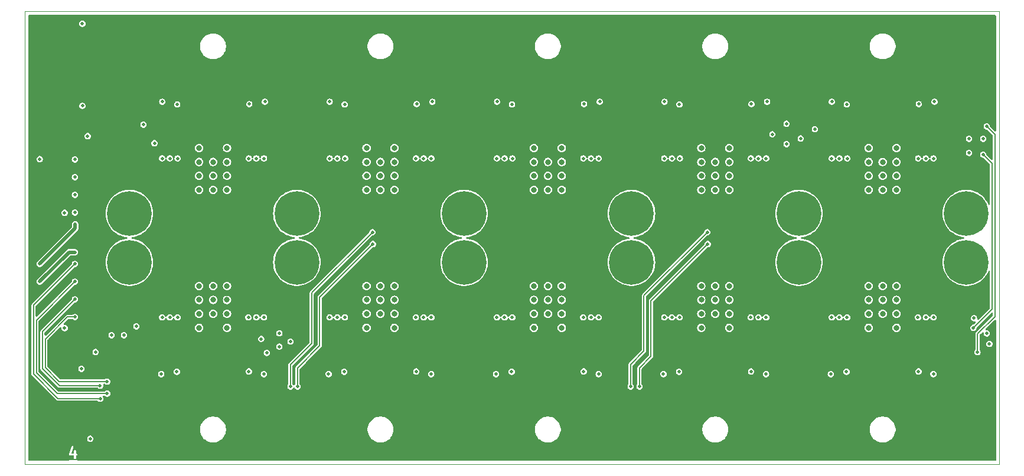
<source format=gbr>
%TF.GenerationSoftware,KiCad,Pcbnew,8.0.6*%
%TF.CreationDate,2024-12-11T18:08:37+01:00*%
%TF.ProjectId,AsicsBoard - 10xBM1370 - 01A,41736963-7342-46f6-9172-64202d203130,rev?*%
%TF.SameCoordinates,Original*%
%TF.FileFunction,Copper,L4,Inr*%
%TF.FilePolarity,Positive*%
%FSLAX46Y46*%
G04 Gerber Fmt 4.6, Leading zero omitted, Abs format (unit mm)*
G04 Created by KiCad (PCBNEW 8.0.6) date 2024-12-11 18:08:37*
%MOMM*%
%LPD*%
G01*
G04 APERTURE LIST*
%ADD10C,0.300000*%
%TA.AperFunction,ComponentPad*%
%ADD11C,0.800000*%
%TD*%
%TA.AperFunction,ComponentPad*%
%ADD12C,6.400000*%
%TD*%
%TA.AperFunction,ViaPad*%
%ADD13C,0.500000*%
%TD*%
%TA.AperFunction,ViaPad*%
%ADD14C,0.800000*%
%TD*%
%TA.AperFunction,Conductor*%
%ADD15C,0.500000*%
%TD*%
%TA.AperFunction,Conductor*%
%ADD16C,0.200000*%
%TD*%
%TA.AperFunction,Profile*%
%ADD17C,0.100000*%
%TD*%
G04 APERTURE END LIST*
D10*
G36*
X72725438Y-119414613D02*
G01*
X71167593Y-119414613D01*
X71167593Y-118582067D01*
X71334260Y-118582067D01*
X71335964Y-118606044D01*
X71335964Y-118630092D01*
X71338026Y-118635072D01*
X71338409Y-118640448D01*
X71349161Y-118661952D01*
X71358362Y-118684164D01*
X71362172Y-118687974D01*
X71364583Y-118692795D01*
X71382744Y-118708546D01*
X71399746Y-118725548D01*
X71404725Y-118727610D01*
X71408797Y-118731142D01*
X71431603Y-118738744D01*
X71453818Y-118747946D01*
X71461469Y-118748699D01*
X71464321Y-118749650D01*
X71468270Y-118749369D01*
X71483082Y-118750828D01*
X72047368Y-118750828D01*
X72047368Y-119100828D01*
X72050250Y-119130092D01*
X72072648Y-119184164D01*
X72114032Y-119225548D01*
X72168104Y-119247946D01*
X72226632Y-119247946D01*
X72280704Y-119225548D01*
X72322088Y-119184164D01*
X72344486Y-119130092D01*
X72347368Y-119100828D01*
X72347368Y-118750828D01*
X72411653Y-118750828D01*
X72440917Y-118747946D01*
X72494989Y-118725548D01*
X72536373Y-118684164D01*
X72558771Y-118630092D01*
X72558771Y-118571564D01*
X72536373Y-118517492D01*
X72494989Y-118476108D01*
X72440917Y-118453710D01*
X72411653Y-118450828D01*
X72347368Y-118450828D01*
X72347368Y-118100828D01*
X72344486Y-118071564D01*
X72322088Y-118017492D01*
X72280704Y-117976108D01*
X72226632Y-117953710D01*
X72168104Y-117953710D01*
X72114032Y-117976108D01*
X72072648Y-118017492D01*
X72050250Y-118071564D01*
X72047368Y-118100828D01*
X72047368Y-118450828D01*
X71691195Y-118450828D01*
X71982527Y-117576835D01*
X71989047Y-117548161D01*
X71984898Y-117489781D01*
X71958724Y-117437434D01*
X71914510Y-117399086D01*
X71858985Y-117380578D01*
X71800605Y-117384727D01*
X71748258Y-117410901D01*
X71709911Y-117455115D01*
X71697922Y-117481966D01*
X71340780Y-118553394D01*
X71337481Y-118567901D01*
X71335964Y-118571564D01*
X71335964Y-118574573D01*
X71334260Y-118582067D01*
X71167593Y-118582067D01*
X71167593Y-117213911D01*
X72725438Y-117213911D01*
X72725438Y-119414613D01*
G37*
D11*
%TO.N,VPWR_ASIC*%
%TO.C,H33*%
X202600000Y-91000000D03*
X201900000Y-92900000D03*
X201900000Y-89100000D03*
X200000000Y-93600000D03*
D12*
X200000000Y-91000000D03*
D11*
X200000000Y-88400000D03*
X198100000Y-92900000D03*
X198100000Y-89100000D03*
X197400000Y-91000000D03*
%TD*%
%TO.N,VPWR_ASIC*%
%TO.C,H11*%
X82600000Y-84000000D03*
X81900000Y-85900000D03*
X81900000Y-82100000D03*
X80000000Y-86600000D03*
D12*
X80000000Y-84000000D03*
D11*
X80000000Y-81400000D03*
X78100000Y-85900000D03*
X78100000Y-82100000D03*
X77400000Y-84000000D03*
%TD*%
%TO.N,VPWR_ASIC*%
%TO.C,H27*%
X178600000Y-84000000D03*
X177900000Y-85900000D03*
X177900000Y-82100000D03*
X176000000Y-86600000D03*
D12*
X176000000Y-84000000D03*
D11*
X176000000Y-81400000D03*
X174100000Y-85900000D03*
X174100000Y-82100000D03*
X173400000Y-84000000D03*
%TD*%
%TO.N,GND*%
%TO.C,H14*%
X82600000Y-115000000D03*
X81900000Y-116900000D03*
X81900000Y-113100000D03*
X80000000Y-117600000D03*
D12*
X80000000Y-115000000D03*
D11*
X80000000Y-112400000D03*
X78100000Y-116900000D03*
X78100000Y-113100000D03*
X77400000Y-115000000D03*
%TD*%
%TO.N,GND*%
%TO.C,H34*%
X202600000Y-115000000D03*
X201900000Y-116900000D03*
X201900000Y-113100000D03*
X200000000Y-117600000D03*
D12*
X200000000Y-115000000D03*
D11*
X200000000Y-112400000D03*
X198100000Y-116900000D03*
X198100000Y-113100000D03*
X197400000Y-115000000D03*
%TD*%
%TO.N,VPWR_ASIC*%
%TO.C,H21*%
X130600000Y-91000000D03*
X129900000Y-92900000D03*
X129900000Y-89100000D03*
X128000000Y-93600000D03*
D12*
X128000000Y-91000000D03*
D11*
X128000000Y-88400000D03*
X126100000Y-92900000D03*
X126100000Y-89100000D03*
X125400000Y-91000000D03*
%TD*%
%TO.N,GND*%
%TO.C,H20*%
X130600000Y-60000000D03*
X129900000Y-61900000D03*
X129900000Y-58100000D03*
X128000000Y-62600000D03*
D12*
X128000000Y-60000000D03*
D11*
X128000000Y-57400000D03*
X126100000Y-61900000D03*
X126100000Y-58100000D03*
X125400000Y-60000000D03*
%TD*%
%TO.N,VPWR_ASIC*%
%TO.C,H19*%
X130600000Y-84000000D03*
X129900000Y-85900000D03*
X129900000Y-82100000D03*
X128000000Y-86600000D03*
D12*
X128000000Y-84000000D03*
D11*
X128000000Y-81400000D03*
X126100000Y-85900000D03*
X126100000Y-82100000D03*
X125400000Y-84000000D03*
%TD*%
%TO.N,GND*%
%TO.C,H32*%
X202600000Y-60000000D03*
X201900000Y-61900000D03*
X201900000Y-58100000D03*
X200000000Y-62600000D03*
D12*
X200000000Y-60000000D03*
D11*
X200000000Y-57400000D03*
X198100000Y-61900000D03*
X198100000Y-58100000D03*
X197400000Y-60000000D03*
%TD*%
%TO.N,VPWR_ASIC*%
%TO.C,H13*%
X82600000Y-91000000D03*
X81900000Y-92900000D03*
X81900000Y-89100000D03*
X80000000Y-93600000D03*
D12*
X80000000Y-91000000D03*
D11*
X80000000Y-88400000D03*
X78100000Y-92900000D03*
X78100000Y-89100000D03*
X77400000Y-91000000D03*
%TD*%
%TO.N,VPWR_ASIC*%
%TO.C,H31*%
X202600000Y-84000000D03*
X201900000Y-85900000D03*
X201900000Y-82100000D03*
X200000000Y-86600000D03*
D12*
X200000000Y-84000000D03*
D11*
X200000000Y-81400000D03*
X198100000Y-85900000D03*
X198100000Y-82100000D03*
X197400000Y-84000000D03*
%TD*%
%TO.N,GND*%
%TO.C,H30*%
X178600000Y-115000000D03*
X177900000Y-116900000D03*
X177900000Y-113100000D03*
X176000000Y-117600000D03*
D12*
X176000000Y-115000000D03*
D11*
X176000000Y-112400000D03*
X174100000Y-116900000D03*
X174100000Y-113100000D03*
X173400000Y-115000000D03*
%TD*%
%TO.N,VPWR_ASIC*%
%TO.C,H23*%
X154600000Y-84000000D03*
X153900000Y-85900000D03*
X153900000Y-82100000D03*
X152000000Y-86600000D03*
D12*
X152000000Y-84000000D03*
D11*
X152000000Y-81400000D03*
X150100000Y-85900000D03*
X150100000Y-82100000D03*
X149400000Y-84000000D03*
%TD*%
%TO.N,VPWR_ASIC*%
%TO.C,H17*%
X106600000Y-91000000D03*
X105900000Y-92900000D03*
X105900000Y-89100000D03*
X104000000Y-93600000D03*
D12*
X104000000Y-91000000D03*
D11*
X104000000Y-88400000D03*
X102100000Y-92900000D03*
X102100000Y-89100000D03*
X101400000Y-91000000D03*
%TD*%
%TO.N,VPWR_ASIC*%
%TO.C,H25*%
X154600000Y-91000000D03*
X153900000Y-92900000D03*
X153900000Y-89100000D03*
X152000000Y-93600000D03*
D12*
X152000000Y-91000000D03*
D11*
X152000000Y-88400000D03*
X150100000Y-92900000D03*
X150100000Y-89100000D03*
X149400000Y-91000000D03*
%TD*%
%TO.N,GND*%
%TO.C,H22*%
X130600000Y-115000000D03*
X129900000Y-116900000D03*
X129900000Y-113100000D03*
X128000000Y-117600000D03*
D12*
X128000000Y-115000000D03*
D11*
X128000000Y-112400000D03*
X126100000Y-116900000D03*
X126100000Y-113100000D03*
X125400000Y-115000000D03*
%TD*%
%TO.N,VPWR_ASIC*%
%TO.C,H15*%
X106600000Y-84000000D03*
X105900000Y-85900000D03*
X105900000Y-82100000D03*
X104000000Y-86600000D03*
D12*
X104000000Y-84000000D03*
D11*
X104000000Y-81400000D03*
X102100000Y-85900000D03*
X102100000Y-82100000D03*
X101400000Y-84000000D03*
%TD*%
%TO.N,GND*%
%TO.C,H12*%
X82600000Y-60000000D03*
X81900000Y-61900000D03*
X81900000Y-58100000D03*
X80000000Y-62600000D03*
D12*
X80000000Y-60000000D03*
D11*
X80000000Y-57400000D03*
X78100000Y-61900000D03*
X78100000Y-58100000D03*
X77400000Y-60000000D03*
%TD*%
%TO.N,VPWR_ASIC*%
%TO.C,H29*%
X178600000Y-91000000D03*
X177900000Y-92900000D03*
X177900000Y-89100000D03*
X176000000Y-93600000D03*
D12*
X176000000Y-91000000D03*
D11*
X176000000Y-88400000D03*
X174100000Y-92900000D03*
X174100000Y-89100000D03*
X173400000Y-91000000D03*
%TD*%
%TO.N,GND*%
%TO.C,H24*%
X154600000Y-60000000D03*
X153900000Y-61900000D03*
X153900000Y-58100000D03*
X152000000Y-62600000D03*
D12*
X152000000Y-60000000D03*
D11*
X152000000Y-57400000D03*
X150100000Y-61900000D03*
X150100000Y-58100000D03*
X149400000Y-60000000D03*
%TD*%
%TO.N,GND*%
%TO.C,H18*%
X106600000Y-115000000D03*
X105900000Y-116900000D03*
X105900000Y-113100000D03*
X104000000Y-117600000D03*
D12*
X104000000Y-115000000D03*
D11*
X104000000Y-112400000D03*
X102100000Y-116900000D03*
X102100000Y-113100000D03*
X101400000Y-115000000D03*
%TD*%
%TO.N,GND*%
%TO.C,H26*%
X154600000Y-115000000D03*
X153900000Y-116900000D03*
X153900000Y-113100000D03*
X152000000Y-117600000D03*
D12*
X152000000Y-115000000D03*
D11*
X152000000Y-112400000D03*
X150100000Y-116900000D03*
X150100000Y-113100000D03*
X149400000Y-115000000D03*
%TD*%
%TO.N,GND*%
%TO.C,H28*%
X178600000Y-60000000D03*
X177900000Y-61900000D03*
X177900000Y-58100000D03*
X176000000Y-62600000D03*
D12*
X176000000Y-60000000D03*
D11*
X176000000Y-57400000D03*
X174100000Y-61900000D03*
X174100000Y-58100000D03*
X173400000Y-60000000D03*
%TD*%
%TO.N,GND*%
%TO.C,H16*%
X106600000Y-60000000D03*
X105900000Y-61900000D03*
X105900000Y-58100000D03*
X104000000Y-62600000D03*
D12*
X104000000Y-60000000D03*
D11*
X104000000Y-57400000D03*
X102100000Y-61900000D03*
X102100000Y-58100000D03*
X101400000Y-60000000D03*
%TD*%
D13*
%TO.N,+5V_STDBY*%
X73128000Y-106284000D03*
X67145000Y-76185000D03*
X73255000Y-56754000D03*
D14*
%TO.N,GND*%
X186000000Y-106500000D03*
D13*
X192800000Y-79800000D03*
D14*
X114000000Y-71500000D03*
X94000000Y-103500000D03*
D13*
X99320000Y-108000000D03*
X67032000Y-64882000D03*
X108680000Y-104500000D03*
D14*
X138000000Y-108508000D03*
D13*
X194553006Y-69732000D03*
D14*
X142000000Y-70000000D03*
D13*
X134596000Y-66160000D03*
X135200000Y-95200000D03*
X96820000Y-96200000D03*
X147320000Y-108000000D03*
D14*
X166000000Y-66500000D03*
X138000000Y-73000000D03*
D13*
X120820000Y-96200000D03*
X193524000Y-108816000D03*
D14*
X162000000Y-106500000D03*
D13*
X67032000Y-60310000D03*
D14*
X186000000Y-70000000D03*
D13*
X132700000Y-96380000D03*
D14*
X118000000Y-66500000D03*
D13*
X159180000Y-79800000D03*
D14*
X162000000Y-108508000D03*
X94000000Y-73000000D03*
D13*
X110900000Y-69700000D03*
D14*
X116000000Y-66500000D03*
D13*
X180680000Y-67000000D03*
X111180000Y-78800000D03*
X111180000Y-79800000D03*
D14*
X94000000Y-70000000D03*
X114000000Y-103500000D03*
D13*
X180680000Y-104500000D03*
D14*
X162000000Y-66500000D03*
D13*
X144820000Y-96200000D03*
D14*
X92000000Y-66500000D03*
X90000000Y-102000000D03*
D13*
X171320000Y-108000000D03*
D14*
X162000000Y-105000000D03*
X186000000Y-102000000D03*
D13*
X98200000Y-100830000D03*
X168800000Y-79800000D03*
X109800000Y-74170000D03*
X192820000Y-96200000D03*
X192820000Y-95200000D03*
X86500000Y-108734000D03*
X182900000Y-69700000D03*
D14*
X92000000Y-108500000D03*
D13*
X123300000Y-96380000D03*
X66943500Y-114704500D03*
X169100000Y-105300000D03*
X123320000Y-67000000D03*
X97512000Y-108816000D03*
D14*
X90000000Y-71500000D03*
D13*
X147300000Y-96380000D03*
D14*
X142000000Y-73000000D03*
X114000000Y-102000000D03*
X138000000Y-66500000D03*
D13*
X120820000Y-78800000D03*
D14*
X188000000Y-66500000D03*
D13*
X84680000Y-108000000D03*
X110466000Y-108816000D03*
X171320000Y-67000000D03*
D14*
X114000000Y-108500000D03*
X166000000Y-102000000D03*
D13*
X97512000Y-66160000D03*
D14*
X186000000Y-108508000D03*
X190000000Y-73000000D03*
D13*
X133800000Y-100830000D03*
X156700000Y-78620000D03*
X84700000Y-96380000D03*
X159200000Y-95200000D03*
D14*
X94000000Y-102000000D03*
D13*
X192820000Y-78800000D03*
D14*
X166000000Y-108508000D03*
D13*
X181800000Y-74170000D03*
X158900000Y-69700000D03*
X157800000Y-100830000D03*
D14*
X138000000Y-106500000D03*
D13*
X121100000Y-105300000D03*
D14*
X118000000Y-102000000D03*
D13*
X133800000Y-74170000D03*
D14*
X142000000Y-66500000D03*
X186000000Y-71500000D03*
X186000000Y-105000000D03*
D13*
X182602000Y-66160000D03*
X159180000Y-96200000D03*
X111200000Y-95200000D03*
X145518000Y-108816000D03*
D14*
X118000000Y-73000000D03*
X94000000Y-66500000D03*
D13*
X183200000Y-95200000D03*
X195320000Y-67000000D03*
D14*
X189996441Y-66468000D03*
D13*
X85446994Y-105268000D03*
X109446994Y-105268000D03*
X123300000Y-78620000D03*
D14*
X90000000Y-103500000D03*
D13*
X135180000Y-78800000D03*
X98200000Y-74170000D03*
X99300000Y-78620000D03*
X171300000Y-96380000D03*
D14*
X114000000Y-66500000D03*
D13*
X87180000Y-79800000D03*
D14*
X138000000Y-103500000D03*
X186000000Y-66500000D03*
X94000000Y-108500000D03*
D13*
X67145000Y-83852000D03*
D14*
X190000000Y-105000000D03*
D13*
X182602000Y-108816000D03*
X168820000Y-95200000D03*
D14*
X138000000Y-71500000D03*
D13*
X71096000Y-106284000D03*
D14*
X162000000Y-102000000D03*
D13*
X147300000Y-78620000D03*
X87180000Y-78800000D03*
X146553006Y-69732000D03*
X122553006Y-69732000D03*
X99300000Y-96380000D03*
D14*
X90000000Y-73000000D03*
X94000000Y-105000000D03*
X190000000Y-106500000D03*
D13*
X108680000Y-108000000D03*
X157800000Y-74170000D03*
D14*
X114000000Y-73000000D03*
D13*
X146200000Y-100830000D03*
X84700000Y-78620000D03*
D14*
X166000000Y-106500000D03*
X90000000Y-105000000D03*
X138000000Y-105000000D03*
D13*
X147320000Y-70500000D03*
X195320000Y-108000000D03*
X132680000Y-104500000D03*
X194200000Y-74170000D03*
X108700000Y-96380000D03*
D14*
X140000000Y-66500000D03*
D13*
X96820000Y-95200000D03*
D14*
X118000000Y-108500000D03*
D13*
X133446994Y-105268000D03*
X70080000Y-58024000D03*
X170200000Y-74170000D03*
D14*
X186000000Y-68500000D03*
X90000000Y-68500000D03*
D13*
X132680000Y-108000000D03*
X71700000Y-116500000D03*
D14*
X164000000Y-66500000D03*
X162000000Y-73000000D03*
D13*
X156680000Y-108000000D03*
X87180000Y-96200000D03*
X145100000Y-105300000D03*
D14*
X138000000Y-70000000D03*
D13*
X120820000Y-95200000D03*
D14*
X162000000Y-103500000D03*
D13*
X193524000Y-66160000D03*
D14*
X164000000Y-108508000D03*
X166000000Y-103500000D03*
X142000000Y-71500000D03*
D13*
X111180000Y-96200000D03*
X86590000Y-66160000D03*
X144820000Y-78800000D03*
X135180000Y-96200000D03*
D14*
X142000000Y-108508000D03*
X118000000Y-106500000D03*
X162000000Y-68500000D03*
X138000000Y-68500000D03*
X114000000Y-70000000D03*
X162000000Y-70000000D03*
D13*
X158472000Y-108816000D03*
D14*
X190000000Y-108508000D03*
D13*
X84680000Y-67000000D03*
X169394000Y-108816000D03*
X123320000Y-108000000D03*
X180680000Y-108000000D03*
X121388000Y-66160000D03*
X168820000Y-96200000D03*
D14*
X162000000Y-71500000D03*
D13*
X122200000Y-74170000D03*
X171320000Y-70500000D03*
X183180000Y-96200000D03*
X97100000Y-105300000D03*
X68810000Y-104379000D03*
X156680000Y-67000000D03*
X71527000Y-112380000D03*
X108680000Y-67000000D03*
X181446994Y-105268000D03*
X193100000Y-105300000D03*
D14*
X166000000Y-105000000D03*
D13*
X159180000Y-78800000D03*
X134596000Y-108816000D03*
D14*
X190000000Y-68500000D03*
D13*
X123320000Y-70500000D03*
D14*
X114000000Y-106500000D03*
D13*
X110466000Y-66160000D03*
X146200000Y-74170000D03*
D14*
X118000000Y-105000000D03*
D13*
X132680000Y-67000000D03*
D14*
X166000000Y-68500000D03*
D13*
X99320000Y-67000000D03*
X180700000Y-78620000D03*
X121388000Y-108816000D03*
X108700000Y-78620000D03*
X135180000Y-79800000D03*
X109800000Y-100830000D03*
X96820000Y-78800000D03*
D14*
X190000000Y-71500000D03*
X190000000Y-103500000D03*
X118000000Y-70000000D03*
D13*
X145518000Y-66160000D03*
X168820000Y-78800000D03*
X195300000Y-78620000D03*
X87200000Y-95200000D03*
X99320000Y-70500000D03*
X171300000Y-78620000D03*
X96800000Y-79800000D03*
D14*
X166000000Y-71500000D03*
X188000000Y-108508000D03*
D13*
X157446994Y-105268000D03*
X71477000Y-62596000D03*
D14*
X114000000Y-105000000D03*
D13*
X85800000Y-74170000D03*
D14*
X90000000Y-66500000D03*
X142000000Y-105000000D03*
D13*
X144800000Y-79800000D03*
D14*
X90000000Y-106500000D03*
X94000000Y-68500000D03*
D13*
X120800000Y-79800000D03*
X98553006Y-69732000D03*
D14*
X94000000Y-71500000D03*
D13*
X144820000Y-95200000D03*
X183180000Y-79800000D03*
X66943500Y-110132500D03*
X85800000Y-100830000D03*
X132700000Y-78620000D03*
X195320000Y-70500000D03*
D14*
X142000000Y-102000000D03*
D13*
X84680000Y-104500000D03*
D14*
X118000000Y-68500000D03*
D13*
X170553006Y-69732000D03*
X183180000Y-78800000D03*
X195300000Y-96380000D03*
D14*
X190000000Y-70000000D03*
D13*
X169394000Y-66160000D03*
D14*
X166000000Y-70000000D03*
X90000000Y-70000000D03*
X138000000Y-102000000D03*
D13*
X156700000Y-96380000D03*
D14*
X140000000Y-108508000D03*
D13*
X147320000Y-67000000D03*
D14*
X142000000Y-68500000D03*
X118000000Y-71500000D03*
D13*
X194200000Y-100830000D03*
X75600000Y-88500000D03*
X158472000Y-66160000D03*
D14*
X94000000Y-106500000D03*
D13*
X170200000Y-100830000D03*
D14*
X186000000Y-103500000D03*
D13*
X156680000Y-104500000D03*
X134900000Y-69700000D03*
D14*
X114000000Y-68500000D03*
D13*
X86900000Y-69700000D03*
D14*
X118000000Y-103500000D03*
X142000000Y-103500000D03*
D13*
X181800000Y-100830000D03*
X180700000Y-96380000D03*
X122200000Y-100830000D03*
X71118000Y-67100000D03*
D14*
X186000000Y-73000000D03*
X142000000Y-106500000D03*
D13*
X73166500Y-101204000D03*
D14*
X90000000Y-108500000D03*
X190000000Y-102000000D03*
X116000000Y-108500000D03*
X166000000Y-73000000D03*
D13*
%TO.N,+0.8V*%
X108718000Y-67954000D03*
X123434000Y-67954000D03*
X108566000Y-107046000D03*
X99434000Y-67954000D03*
X132718000Y-67954000D03*
X180718000Y-67954000D03*
X195282000Y-107046000D03*
X84718000Y-67954000D03*
X171282000Y-107046000D03*
X84566000Y-107046000D03*
X123282000Y-107046000D03*
X99282000Y-107046000D03*
X180566000Y-107046000D03*
X147282000Y-107046000D03*
X156566000Y-107046000D03*
X195434000Y-67954000D03*
X156718000Y-67954000D03*
X74398000Y-116317000D03*
X171434000Y-67954000D03*
X147434000Y-67954000D03*
X132566000Y-107046000D03*
%TO.N,+1.2V*%
X193140000Y-106660000D03*
X86810000Y-106710000D03*
X70715000Y-83900000D03*
X182810000Y-106710000D03*
X72195000Y-83852000D03*
X86860000Y-68340000D03*
X97140000Y-106660000D03*
X145190000Y-68290000D03*
X97190000Y-68290000D03*
X169140000Y-106660000D03*
X74017000Y-72883000D03*
X158860000Y-68340000D03*
X70715000Y-100442000D03*
X110860000Y-68340000D03*
X121190000Y-68290000D03*
X182860000Y-68340000D03*
X145140000Y-106660000D03*
X193190000Y-68290000D03*
X73276500Y-68543500D03*
X134810000Y-106710000D03*
X121140000Y-106660000D03*
X169190000Y-68290000D03*
X158810000Y-106710000D03*
X110810000Y-106710000D03*
X134860000Y-68340000D03*
D14*
%TO.N,VPWR_ASIC*%
X116000000Y-78600000D03*
X90000000Y-74600000D03*
X162000000Y-100400000D03*
X118000000Y-94400000D03*
X140000000Y-76600000D03*
X142000000Y-78600000D03*
X118000000Y-76600000D03*
X166000000Y-100400000D03*
X190000000Y-100400000D03*
X186000000Y-76600000D03*
X162000000Y-76600000D03*
X118000000Y-96400000D03*
X92000000Y-78600000D03*
X164000000Y-76600000D03*
X116000000Y-76600000D03*
X186000000Y-80600000D03*
X92000000Y-80600000D03*
X116000000Y-98400000D03*
X140000000Y-96400000D03*
X162000000Y-80600000D03*
X114000000Y-100400000D03*
X142000000Y-96400000D03*
X186000000Y-96400000D03*
X186000000Y-94400000D03*
X138000000Y-94400000D03*
X188000000Y-96400000D03*
X190000000Y-96400000D03*
X140000000Y-78600000D03*
X142000000Y-100400000D03*
X190000000Y-74600000D03*
X116000000Y-94400000D03*
X142000000Y-94400000D03*
X164000000Y-80600000D03*
X162000000Y-98400000D03*
X90000000Y-98400000D03*
X116000000Y-96400000D03*
X186000000Y-78600000D03*
X90000000Y-78600000D03*
X162000000Y-96400000D03*
X94000000Y-100400000D03*
X138000000Y-76600000D03*
X188000000Y-98400000D03*
X190000000Y-94400000D03*
X94000000Y-78600000D03*
X90000000Y-76600000D03*
X140000000Y-98400000D03*
X94000000Y-98400000D03*
X142000000Y-80600000D03*
X94000000Y-74600000D03*
X166000000Y-74600000D03*
X166000000Y-76600000D03*
X90000000Y-94400000D03*
X118000000Y-80600000D03*
X186000000Y-74600000D03*
X138000000Y-78600000D03*
X140000000Y-80600000D03*
X114000000Y-94400000D03*
X142000000Y-76600000D03*
X190000000Y-80600000D03*
X118000000Y-100400000D03*
X164000000Y-96400000D03*
X190000000Y-98400000D03*
X92000000Y-94400000D03*
X116000000Y-80600000D03*
X164000000Y-94400000D03*
X114000000Y-96400000D03*
X94000000Y-94400000D03*
X138000000Y-74600000D03*
X94000000Y-96400000D03*
X162000000Y-74600000D03*
X162000000Y-78600000D03*
X138000000Y-96400000D03*
X138000000Y-80600000D03*
X166000000Y-94400000D03*
X190000000Y-78600000D03*
X186000000Y-98400000D03*
X190000000Y-76600000D03*
X188000000Y-78600000D03*
X118000000Y-74600000D03*
X166000000Y-98400000D03*
X166000000Y-80600000D03*
X92000000Y-76600000D03*
X94000000Y-76600000D03*
X90000000Y-96400000D03*
X140000000Y-94400000D03*
X188000000Y-76600000D03*
X138000000Y-100400000D03*
X92000000Y-98400000D03*
X90000000Y-80600000D03*
X114000000Y-76600000D03*
X166000000Y-78600000D03*
X186000000Y-100400000D03*
X114000000Y-80600000D03*
X166000000Y-96400000D03*
X164000000Y-78600000D03*
X188000000Y-80600000D03*
X118000000Y-78600000D03*
X92000000Y-96400000D03*
X114000000Y-98400000D03*
X114000000Y-74600000D03*
X162000000Y-94400000D03*
X138000000Y-98400000D03*
X94000000Y-80600000D03*
X114000000Y-78600000D03*
X142000000Y-98400000D03*
X142000000Y-74600000D03*
X90000000Y-100400000D03*
X188000000Y-94400000D03*
X118000000Y-98400000D03*
X164000000Y-98400000D03*
D13*
%TO.N,/VSP*%
X67145000Y-91232000D03*
X72239000Y-85555000D03*
%TO.N,/VSN*%
X67145000Y-93772000D03*
X72200000Y-89548000D03*
%TO.N,/CTN1_RTN*%
X103100000Y-108824000D03*
X114860000Y-86675000D03*
X72195000Y-98852000D03*
X76811000Y-108117591D03*
%TO.N,/CTN1*%
X72195000Y-96312000D03*
X114914000Y-88377000D03*
X104116000Y-108824000D03*
X75795000Y-108697000D03*
%TO.N,/CTN2*%
X162920000Y-88377000D03*
X75804668Y-110592332D03*
X153138000Y-108824000D03*
X72195000Y-91232000D03*
%TO.N,/CTN2_RTN*%
X162866000Y-86675000D03*
X72195000Y-93772000D03*
X151868000Y-108824000D03*
X76811000Y-109840000D03*
%TO.N,/RSTIn*%
X81002000Y-100188000D03*
X72195000Y-76232000D03*
%TO.N,/CLKI*%
X75160000Y-103871000D03*
%TO.N,/CI*%
X72195000Y-78772000D03*
X79224000Y-101458000D03*
%TO.N,/RO*%
X72195000Y-81312000D03*
X77446000Y-101458000D03*
%TO.N,/ASICs/ASICs_BM1370_1/BM1370-1/VDD1_0*%
X108700000Y-98910000D03*
%TO.N,/ASICs/ASICs_BM1370_1/BM1370-1/VDD2_0*%
X109800000Y-98910000D03*
%TO.N,/ASICs/ASICs_BM1370_1/BM1370-1/VDD3_0*%
X110900000Y-98910000D03*
%TO.N,/ASICs/ASICs_BM1370_1/BM1370-1/VDD3_1*%
X121067216Y-98910000D03*
%TO.N,/ASICs/ASICs_BM1370_1/BM1370-1/VDD2_1*%
X122200000Y-98910000D03*
%TO.N,/ASICs/ASICs_BM1370_1/BM1370-1/VDD1_1*%
X123300000Y-98910000D03*
%TO.N,/ASICs/ASICs_BM1370_1/BM1370-0/VDD1_0*%
X84700000Y-98910000D03*
%TO.N,/ASICs/ASICs_BM1370_1/BM1370-0/VDD2_0*%
X85800000Y-98910000D03*
%TO.N,/ASICs/ASICs_BM1370_1/BM1370-0/VDD3_0*%
X86900000Y-98910000D03*
%TO.N,/ASICs/ASICs_BM1370_1/BM1370-0/VDD3_1*%
X97067216Y-98910000D03*
%TO.N,/ASICs/ASICs_BM1370_1/BM1370-0/VDD2_1*%
X98200000Y-98910000D03*
%TO.N,/ASICs/ASICs_BM1370_1/BM1370-0/VDD1_1*%
X99300000Y-98910000D03*
%TO.N,/ASICs/ASICs_BM1370_2/BM1370-1/VDD1_0*%
X171300000Y-76090000D03*
%TO.N,/ASICs/ASICs_BM1370_2/BM1370-1/VDD2_0*%
X170200000Y-76090000D03*
%TO.N,/ASICs/ASICs_BM1370_2/BM1370-1/VDD3_0*%
X169100000Y-76090000D03*
%TO.N,/ASICs/ASICs_BM1370_2/BM1370-1/VDD3_1*%
X158932784Y-76090000D03*
%TO.N,/ASICs/ASICs_BM1370_2/BM1370-1/VDD2_1*%
X157800000Y-76090000D03*
%TO.N,/ASICs/ASICs_BM1370_2/BM1370-1/VDD1_1*%
X156700000Y-76090000D03*
%TO.N,/ASICs/ASICs_BM1370_1/BM1370-2/VDD1_0*%
X132700000Y-98910000D03*
%TO.N,/ASICs/ASICs_BM1370_1/BM1370-2/VDD2_0*%
X133800000Y-98910000D03*
%TO.N,/ASICs/ASICs_BM1370_1/BM1370-2/VDD3_0*%
X134900000Y-98910000D03*
%TO.N,/ASICs/ASICs_BM1370_1/BM1370-2/VDD3_1*%
X145067216Y-98910000D03*
%TO.N,/ASICs/ASICs_BM1370_1/BM1370-2/VDD2_1*%
X146200000Y-98910000D03*
%TO.N,/ASICs/ASICs_BM1370_1/BM1370-2/VDD1_1*%
X147300000Y-98910000D03*
%TO.N,/ASICs/ASICs_BM1370_2/BM1370-2/VDD1_0*%
X147300000Y-76090000D03*
%TO.N,/ASICs/ASICs_BM1370_2/BM1370-2/VDD2_0*%
X146200000Y-76090000D03*
%TO.N,/ASICs/ASICs_BM1370_2/BM1370-2/VDD3_0*%
X145100000Y-76090000D03*
%TO.N,/ASICs/ASICs_BM1370_2/BM1370-2/VDD3_1*%
X134932784Y-76090000D03*
%TO.N,/ASICs/ASICs_BM1370_2/BM1370-2/VDD2_1*%
X133800000Y-76090000D03*
%TO.N,/ASICs/ASICs_BM1370_2/BM1370-2/VDD1_1*%
X132700000Y-76090000D03*
%TO.N,/ASICs/ASICs_BM1370_1/BM1370-3/VDD1_0*%
X156700000Y-98910000D03*
%TO.N,/ASICs/ASICs_BM1370_1/BM1370-3/VDD2_0*%
X157800000Y-98910000D03*
%TO.N,/ASICs/ASICs_BM1370_1/BM1370-3/VDD3_0*%
X158900000Y-98910000D03*
%TO.N,/ASICs/ASICs_BM1370_1/BM1370-3/VDD3_1*%
X169067216Y-98910000D03*
%TO.N,/ASICs/ASICs_BM1370_1/BM1370-3/VDD2_1*%
X170200000Y-98910000D03*
%TO.N,/ASICs/ASICs_BM1370_1/BM1370-3/VDD1_1*%
X171300000Y-98910000D03*
%TO.N,/ASICs/ASICs_BM1370_2/BM1370-0/VDD1_0*%
X195300000Y-76090000D03*
%TO.N,/ASICs/ASICs_BM1370_2/BM1370-0/VDD2_0*%
X194200000Y-76090000D03*
%TO.N,/ASICs/ASICs_BM1370_2/BM1370-0/VDD3_0*%
X193100000Y-76090000D03*
%TO.N,/ASICs/ASICs_BM1370_2/BM1370-0/VDD3_1*%
X182932784Y-76090000D03*
%TO.N,/ASICs/ASICs_BM1370_2/BM1370-0/VDD2_1*%
X181800000Y-76090000D03*
%TO.N,/ASICs/ASICs_BM1370_2/BM1370-0/VDD1_1*%
X180700000Y-76090000D03*
%TO.N,/ASICs/ASICs_BM1370_2/BM1370-3/VDD1_0*%
X123300000Y-76090000D03*
%TO.N,/ASICs/ASICs_BM1370_2/BM1370-3/VDD2_0*%
X122200000Y-76090000D03*
%TO.N,/ASICs/ASICs_BM1370_2/BM1370-3/VDD3_0*%
X121100000Y-76090000D03*
%TO.N,/ASICs/ASICs_BM1370_2/BM1370-3/VDD3_1*%
X110932784Y-76090000D03*
%TO.N,/ASICs/ASICs_BM1370_2/BM1370-3/VDD2_1*%
X109800000Y-76090000D03*
%TO.N,/ASICs/ASICs_BM1370_2/BM1370-3/VDD1_1*%
X108700000Y-76090000D03*
%TO.N,/ASICs/ASICs_BM1370_1/BM1370-4/VDD1_0*%
X180700000Y-98910000D03*
%TO.N,/ASICs/ASICs_BM1370_1/BM1370-4/VDD2_0*%
X181800000Y-98910000D03*
%TO.N,/ASICs/ASICs_BM1370_1/BM1370-4/VDD3_0*%
X182900000Y-98910000D03*
%TO.N,/ASICs/ASICs_BM1370_1/BM1370-4/VDD3_1*%
X193067216Y-98910000D03*
%TO.N,/ASICs/ASICs_BM1370_1/BM1370-4/VDD2_1*%
X194200000Y-98910000D03*
%TO.N,/ASICs/ASICs_BM1370_1/BM1370-4/VDD1_1*%
X195300000Y-98910000D03*
%TO.N,/ASICs/ASICs_BM1370_2/BM1370-4/VDD1_0*%
X99300000Y-76090000D03*
%TO.N,/ASICs/ASICs_BM1370_2/BM1370-4/VDD2_0*%
X98200000Y-76090000D03*
%TO.N,/ASICs/ASICs_BM1370_2/BM1370-4/VDD3_0*%
X97100000Y-76090000D03*
%TO.N,/ASICs/ASICs_BM1370_2/BM1370-4/VDD3_1*%
X86932784Y-76090000D03*
%TO.N,/ASICs/ASICs_BM1370_2/BM1370-4/VDD2_1*%
X85800000Y-76090000D03*
%TO.N,/ASICs/ASICs_BM1370_2/BM1370-4/VDD1_1*%
X84700000Y-76090000D03*
%TO.N,/ASICs/ASICs_BM1370_1/RI1*%
X103100000Y-102380000D03*
%TO.N,/ASICs/ASICs_BM1370_1/CO1*%
X98900000Y-102000000D03*
%TO.N,/ASICs/ASICs_BM1370_1/CLKO1*%
X101500000Y-103100000D03*
%TO.N,/ASICs/ASICs_BM1370_1/BO1*%
X99700000Y-104000000D03*
%TO.N,/ASICs/ASICs_BM1370_2/RI1*%
X172188000Y-72620000D03*
%TO.N,/ASICs/ASICs_BM1370_2/CO1*%
X176252000Y-73220000D03*
%TO.N,/ASICs/ASICs_BM1370_1/BM1370-4/RI*%
X200382000Y-73264000D03*
X202922000Y-101204000D03*
%TO.N,/ASICs/ASICs_BM1370_2/CLKO1*%
X178284000Y-71900000D03*
%TO.N,/ASICs/ASICs_BM1370_2/BO1*%
X174220000Y-71100000D03*
%TO.N,/ASICs/ASICs_BM1370_1/BM1370-4/CO*%
X202414000Y-75550000D03*
X201000000Y-100400000D03*
%TO.N,/ASICs/ASICs_BM1370_1/BM1370-4/CLKO*%
X202414000Y-73264000D03*
X203300000Y-102700000D03*
%TO.N,/ASICs/ASICs_BM1370_1/BM1370-4/BO*%
X201600000Y-103900000D03*
X202922000Y-71486000D03*
%TO.N,/ASICs/ASICs_BM1370_2/BM1370-4/CLKO*%
X82018000Y-71232000D03*
%TO.N,/ASICs/ASICs_BM1370_1/RSTO1*%
X101500000Y-101200000D03*
%TO.N,/ASICs/ASICs_BM1370_1/BM1370-4/RSTO_n*%
X200382000Y-75296000D03*
X201094027Y-99029027D03*
%TO.N,/ASICs/ASICs_BM1370_2/BM1370-4/RSTO_n*%
X83600000Y-73900000D03*
%TO.N,/ASICs/ASICs_BM1370_2/RSTO1*%
X174220000Y-74026000D03*
%TD*%
D15*
%TO.N,/VSP*%
X72239000Y-86138000D02*
X67145000Y-91232000D01*
X72239000Y-85555000D02*
X72239000Y-86138000D01*
%TO.N,/VSN*%
X71369000Y-89548000D02*
X67145000Y-93772000D01*
X72200000Y-89548000D02*
X71369000Y-89548000D01*
D16*
%TO.N,/CTN1_RTN*%
X103100000Y-105649000D02*
X106148000Y-102601000D01*
X69958277Y-108117591D02*
X76810992Y-108117591D01*
X72195000Y-98852000D02*
X71120000Y-98852000D01*
X67940000Y-102032000D02*
X67940000Y-106099314D01*
X67940000Y-106099314D02*
X69958277Y-108117591D01*
X106148000Y-102601000D02*
X106148000Y-95387000D01*
X103100000Y-108824000D02*
X103100000Y-105649000D01*
X106148000Y-95387000D02*
X114860000Y-86675000D01*
X71120000Y-98852000D02*
X67940000Y-102032000D01*
%TO.N,/CTN1*%
X67540000Y-106265000D02*
X69972000Y-108697000D01*
X67540000Y-100967000D02*
X67540000Y-106265000D01*
X72195000Y-96312000D02*
X67540000Y-100967000D01*
X107291000Y-96000000D02*
X114914000Y-88377000D01*
X104116000Y-106157000D02*
X107291000Y-102982000D01*
X69972000Y-108697000D02*
X75795000Y-108697000D01*
X104116000Y-108824000D02*
X104116000Y-106157000D01*
X107291000Y-102982000D02*
X107291000Y-96000000D01*
%TO.N,/CTN2*%
X66270000Y-97157000D02*
X66270000Y-107046000D01*
X69783651Y-110559651D02*
X75771986Y-110559651D01*
X66270000Y-107046000D02*
X69783651Y-110559651D01*
X153138000Y-108824000D02*
X153138000Y-106157000D01*
X154789000Y-96508000D02*
X162920000Y-88377000D01*
X72195000Y-91232000D02*
X66270000Y-97157000D01*
X154789000Y-104506000D02*
X154789000Y-96508000D01*
X153138000Y-106157000D02*
X154789000Y-104506000D01*
%TO.N,/CTN2_RTN*%
X69629686Y-109840000D02*
X76811000Y-109840000D01*
X151868000Y-108824000D02*
X151868000Y-105649000D01*
X66670000Y-106880314D02*
X69629686Y-109840000D01*
X151868000Y-105649000D02*
X153773000Y-103744000D01*
X72195000Y-93772000D02*
X66670000Y-99297000D01*
X66670000Y-99297000D02*
X66670000Y-106880314D01*
X153773000Y-103744000D02*
X153773000Y-95768000D01*
X153773000Y-95768000D02*
X162866000Y-86675000D01*
%TO.N,/ASICs/ASICs_BM1370_1/BM1370-4/CO*%
X202414000Y-75550000D02*
X203684000Y-76820000D01*
X203684000Y-76820000D02*
X203684000Y-97716000D01*
X203684000Y-97716000D02*
X201000000Y-100400000D01*
%TO.N,/ASICs/ASICs_BM1370_1/BM1370-4/BO*%
X201600000Y-101300000D02*
X201600000Y-103900000D01*
X204100000Y-98800000D02*
X201600000Y-101300000D01*
X202922000Y-71486000D02*
X204100000Y-72664000D01*
X204100000Y-72664000D02*
X204100000Y-98800000D01*
%TD*%
%TA.AperFunction,Conductor*%
%TO.N,GND*%
G36*
X204192539Y-55520185D02*
G01*
X204238294Y-55572989D01*
X204249500Y-55624500D01*
X204249500Y-72089167D01*
X204229815Y-72156206D01*
X204177011Y-72201961D01*
X204107853Y-72211905D01*
X204044297Y-72182880D01*
X204037819Y-72176848D01*
X203411381Y-71550410D01*
X203377896Y-71489087D01*
X203376324Y-71480375D01*
X203375991Y-71478062D01*
X203358697Y-71357774D01*
X203304882Y-71239937D01*
X203220049Y-71142033D01*
X203111069Y-71071996D01*
X203111065Y-71071994D01*
X203111064Y-71071994D01*
X202986774Y-71035500D01*
X202986772Y-71035500D01*
X202857228Y-71035500D01*
X202857226Y-71035500D01*
X202732935Y-71071994D01*
X202732932Y-71071995D01*
X202732931Y-71071996D01*
X202689356Y-71100000D01*
X202623950Y-71142033D01*
X202539118Y-71239937D01*
X202539117Y-71239938D01*
X202485302Y-71357774D01*
X202466867Y-71486000D01*
X202485302Y-71614225D01*
X202516483Y-71682500D01*
X202539118Y-71732063D01*
X202623951Y-71829967D01*
X202732931Y-71900004D01*
X202857225Y-71936499D01*
X202857227Y-71936500D01*
X202857228Y-71936500D01*
X202896167Y-71936500D01*
X202963206Y-71956185D01*
X202983848Y-71972819D01*
X203763181Y-72752152D01*
X203796666Y-72813475D01*
X203799500Y-72839833D01*
X203799500Y-76211167D01*
X203779815Y-76278206D01*
X203727011Y-76323961D01*
X203657853Y-76333905D01*
X203594297Y-76304880D01*
X203587819Y-76298848D01*
X202903381Y-75614410D01*
X202869896Y-75553087D01*
X202868324Y-75544375D01*
X202867991Y-75542062D01*
X202850697Y-75421774D01*
X202796882Y-75303937D01*
X202712049Y-75206033D01*
X202603069Y-75135996D01*
X202603065Y-75135994D01*
X202603064Y-75135994D01*
X202478774Y-75099500D01*
X202478772Y-75099500D01*
X202349228Y-75099500D01*
X202349226Y-75099500D01*
X202224935Y-75135994D01*
X202224932Y-75135995D01*
X202224931Y-75135996D01*
X202175483Y-75167774D01*
X202115950Y-75206033D01*
X202031118Y-75303937D01*
X202031117Y-75303938D01*
X201977302Y-75421774D01*
X201958867Y-75550000D01*
X201977302Y-75678225D01*
X202008483Y-75746500D01*
X202031118Y-75796063D01*
X202115951Y-75893967D01*
X202224931Y-75964004D01*
X202328174Y-75994318D01*
X202349225Y-76000499D01*
X202349227Y-76000500D01*
X202349228Y-76000500D01*
X202388167Y-76000500D01*
X202455206Y-76020185D01*
X202475848Y-76036819D01*
X203347181Y-76908152D01*
X203380666Y-76969475D01*
X203383500Y-76995833D01*
X203383500Y-82658609D01*
X203363815Y-82725648D01*
X203311011Y-82771403D01*
X203241853Y-82781347D01*
X203178297Y-82752322D01*
X203144307Y-82704506D01*
X203090744Y-82570073D01*
X203090743Y-82570070D01*
X202918022Y-82244284D01*
X202711090Y-81939083D01*
X202472373Y-81658044D01*
X202204670Y-81404462D01*
X201911119Y-81181310D01*
X201595162Y-80991205D01*
X201595161Y-80991204D01*
X201595157Y-80991202D01*
X201595153Y-80991200D01*
X201260513Y-80836379D01*
X201260508Y-80836377D01*
X201260503Y-80836375D01*
X201090172Y-80778983D01*
X200911065Y-80718635D01*
X200550946Y-80639367D01*
X200184371Y-80599500D01*
X200184370Y-80599500D01*
X199815630Y-80599500D01*
X199815628Y-80599500D01*
X199449053Y-80639367D01*
X199088934Y-80718635D01*
X198818812Y-80809650D01*
X198739497Y-80836375D01*
X198739494Y-80836376D01*
X198739486Y-80836379D01*
X198404846Y-80991200D01*
X198404842Y-80991202D01*
X198183240Y-81124536D01*
X198088881Y-81181310D01*
X197988410Y-81257685D01*
X197795330Y-81404461D01*
X197795330Y-81404462D01*
X197527626Y-81658044D01*
X197288909Y-81939083D01*
X197081979Y-82244282D01*
X197081973Y-82244291D01*
X196909261Y-82570061D01*
X196909255Y-82570073D01*
X196772770Y-82912628D01*
X196772768Y-82912634D01*
X196674128Y-83267905D01*
X196674122Y-83267931D01*
X196614470Y-83631786D01*
X196614469Y-83631799D01*
X196614469Y-83631801D01*
X196594506Y-84000000D01*
X196613509Y-84350500D01*
X196614469Y-84368196D01*
X196614470Y-84368213D01*
X196674122Y-84732068D01*
X196674128Y-84732094D01*
X196772768Y-85087365D01*
X196772770Y-85087371D01*
X196772772Y-85087377D01*
X196772773Y-85087379D01*
X196794136Y-85140996D01*
X196909255Y-85429926D01*
X196909261Y-85429938D01*
X197081973Y-85755708D01*
X197081979Y-85755717D01*
X197288909Y-86060916D01*
X197404763Y-86197309D01*
X197527627Y-86341956D01*
X197795330Y-86595538D01*
X198088881Y-86818690D01*
X198404838Y-87008795D01*
X198404840Y-87008796D01*
X198404842Y-87008797D01*
X198404846Y-87008799D01*
X198657089Y-87125499D01*
X198739497Y-87163625D01*
X199088934Y-87281364D01*
X199449052Y-87360632D01*
X199573373Y-87374152D01*
X199597042Y-87376727D01*
X199661560Y-87403544D01*
X199701338Y-87460986D01*
X199703745Y-87530814D01*
X199668019Y-87590859D01*
X199605501Y-87622057D01*
X199597042Y-87623273D01*
X199449053Y-87639367D01*
X199088934Y-87718635D01*
X198818812Y-87809650D01*
X198739497Y-87836375D01*
X198739494Y-87836376D01*
X198739486Y-87836379D01*
X198404846Y-87991200D01*
X198404842Y-87991202D01*
X198335319Y-88033033D01*
X198088881Y-88181310D01*
X198000134Y-88248774D01*
X197795330Y-88404461D01*
X197795330Y-88404462D01*
X197527626Y-88658044D01*
X197288909Y-88939083D01*
X197081979Y-89244282D01*
X197081973Y-89244291D01*
X196909261Y-89570061D01*
X196909255Y-89570073D01*
X196772770Y-89912628D01*
X196772768Y-89912634D01*
X196674128Y-90267905D01*
X196674122Y-90267931D01*
X196614470Y-90631786D01*
X196614469Y-90631799D01*
X196614469Y-90631801D01*
X196594506Y-91000000D01*
X196612396Y-91329972D01*
X196614469Y-91368196D01*
X196614470Y-91368213D01*
X196674122Y-91732068D01*
X196674128Y-91732094D01*
X196772768Y-92087365D01*
X196772770Y-92087371D01*
X196909255Y-92429926D01*
X196909261Y-92429938D01*
X197081973Y-92755708D01*
X197081976Y-92755713D01*
X197081978Y-92755716D01*
X197288910Y-93060917D01*
X197527627Y-93341956D01*
X197795330Y-93595538D01*
X198088881Y-93818690D01*
X198404838Y-94008795D01*
X198404840Y-94008796D01*
X198404842Y-94008797D01*
X198404846Y-94008799D01*
X198721503Y-94155300D01*
X198739497Y-94163625D01*
X199088934Y-94281364D01*
X199449052Y-94360632D01*
X199815630Y-94400500D01*
X199815636Y-94400500D01*
X200184364Y-94400500D01*
X200184370Y-94400500D01*
X200550948Y-94360632D01*
X200911066Y-94281364D01*
X201260503Y-94163625D01*
X201595162Y-94008795D01*
X201911119Y-93818690D01*
X202204670Y-93595538D01*
X202472373Y-93341956D01*
X202711090Y-93060917D01*
X202918022Y-92755716D01*
X203090743Y-92429930D01*
X203144307Y-92295492D01*
X203187407Y-92240501D01*
X203253396Y-92217540D01*
X203321323Y-92233901D01*
X203369622Y-92284389D01*
X203383500Y-92341390D01*
X203383500Y-97540167D01*
X203363815Y-97607206D01*
X203347181Y-97627848D01*
X201745961Y-99229067D01*
X201684638Y-99262552D01*
X201614946Y-99257568D01*
X201559013Y-99215696D01*
X201534596Y-99150232D01*
X201535541Y-99123744D01*
X201549160Y-99029027D01*
X201530724Y-98900801D01*
X201476909Y-98782964D01*
X201392076Y-98685060D01*
X201283096Y-98615023D01*
X201283092Y-98615021D01*
X201283091Y-98615021D01*
X201158801Y-98578527D01*
X201158799Y-98578527D01*
X201029255Y-98578527D01*
X201029253Y-98578527D01*
X200904962Y-98615021D01*
X200904959Y-98615022D01*
X200904958Y-98615023D01*
X200890730Y-98624167D01*
X200795977Y-98685060D01*
X200711145Y-98782964D01*
X200711144Y-98782965D01*
X200657329Y-98900801D01*
X200638894Y-99029027D01*
X200657329Y-99157252D01*
X200706996Y-99266005D01*
X200711145Y-99275090D01*
X200795978Y-99372994D01*
X200904958Y-99443031D01*
X201029252Y-99479526D01*
X201029254Y-99479527D01*
X201029255Y-99479527D01*
X201158800Y-99479527D01*
X201158800Y-99479526D01*
X201169313Y-99476440D01*
X201239182Y-99476438D01*
X201297961Y-99514211D01*
X201326987Y-99577766D01*
X201317046Y-99646925D01*
X201291931Y-99683097D01*
X201061848Y-99913181D01*
X201000525Y-99946666D01*
X200974167Y-99949500D01*
X200935226Y-99949500D01*
X200810935Y-99985994D01*
X200810932Y-99985995D01*
X200810931Y-99985996D01*
X200802367Y-99991500D01*
X200701950Y-100056033D01*
X200617118Y-100153937D01*
X200617117Y-100153938D01*
X200563302Y-100271774D01*
X200544867Y-100400000D01*
X200563302Y-100528225D01*
X200613664Y-100638500D01*
X200617118Y-100646063D01*
X200701951Y-100743967D01*
X200810931Y-100814004D01*
X200859559Y-100828282D01*
X200935225Y-100850499D01*
X200935227Y-100850500D01*
X200935228Y-100850500D01*
X201064773Y-100850500D01*
X201064773Y-100850499D01*
X201189069Y-100814004D01*
X201298049Y-100743967D01*
X201382882Y-100646063D01*
X201436697Y-100528226D01*
X201454324Y-100405621D01*
X201483349Y-100342067D01*
X201489367Y-100335602D01*
X203587821Y-98237149D01*
X203649142Y-98203666D01*
X203718834Y-98208650D01*
X203774767Y-98250522D01*
X203799184Y-98315986D01*
X203799500Y-98324832D01*
X203799500Y-98624167D01*
X203779815Y-98691206D01*
X203763181Y-98711848D01*
X201359541Y-101115487D01*
X201359535Y-101115495D01*
X201319982Y-101184004D01*
X201319979Y-101184009D01*
X201299500Y-101260439D01*
X201299500Y-103512611D01*
X201279815Y-103579650D01*
X201269214Y-103593812D01*
X201217120Y-103653932D01*
X201217117Y-103653938D01*
X201163302Y-103771774D01*
X201144867Y-103900000D01*
X201163302Y-104028225D01*
X201208972Y-104128226D01*
X201217118Y-104146063D01*
X201301951Y-104243967D01*
X201410931Y-104314004D01*
X201535225Y-104350499D01*
X201535227Y-104350500D01*
X201535228Y-104350500D01*
X201664773Y-104350500D01*
X201664773Y-104350499D01*
X201789069Y-104314004D01*
X201898049Y-104243967D01*
X201982882Y-104146063D01*
X202036697Y-104028226D01*
X202055133Y-103900000D01*
X202036697Y-103771774D01*
X201982882Y-103653937D01*
X201982880Y-103653935D01*
X201982879Y-103653932D01*
X201930786Y-103593812D01*
X201901762Y-103530256D01*
X201900500Y-103512611D01*
X201900500Y-102700000D01*
X202844867Y-102700000D01*
X202863302Y-102828225D01*
X202875045Y-102853937D01*
X202917118Y-102946063D01*
X203001951Y-103043967D01*
X203110931Y-103114004D01*
X203235225Y-103150499D01*
X203235227Y-103150500D01*
X203235228Y-103150500D01*
X203364773Y-103150500D01*
X203364773Y-103150499D01*
X203489069Y-103114004D01*
X203598049Y-103043967D01*
X203682882Y-102946063D01*
X203736697Y-102828226D01*
X203755133Y-102700000D01*
X203736697Y-102571774D01*
X203682882Y-102453937D01*
X203598049Y-102356033D01*
X203489069Y-102285996D01*
X203489065Y-102285994D01*
X203489064Y-102285994D01*
X203364774Y-102249500D01*
X203364772Y-102249500D01*
X203235228Y-102249500D01*
X203235226Y-102249500D01*
X203110935Y-102285994D01*
X203110932Y-102285995D01*
X203110931Y-102285996D01*
X203059677Y-102318934D01*
X203001950Y-102356033D01*
X202917118Y-102453937D01*
X202917117Y-102453938D01*
X202863302Y-102571774D01*
X202844867Y-102700000D01*
X201900500Y-102700000D01*
X201900500Y-101475833D01*
X201920185Y-101408794D01*
X201936819Y-101388152D01*
X202064533Y-101260438D01*
X202261512Y-101063458D01*
X202322833Y-101029975D01*
X202392524Y-101034959D01*
X202448458Y-101076830D01*
X202472875Y-101142295D01*
X202471929Y-101168786D01*
X202466867Y-101203997D01*
X202466867Y-101203999D01*
X202485302Y-101332225D01*
X202527430Y-101424471D01*
X202539118Y-101450063D01*
X202623951Y-101547967D01*
X202732931Y-101618004D01*
X202843602Y-101650499D01*
X202857225Y-101654499D01*
X202857227Y-101654500D01*
X202857228Y-101654500D01*
X202986773Y-101654500D01*
X202986773Y-101654499D01*
X203111069Y-101618004D01*
X203220049Y-101547967D01*
X203304882Y-101450063D01*
X203358697Y-101332226D01*
X203377133Y-101204000D01*
X203358697Y-101075774D01*
X203304882Y-100957937D01*
X203220049Y-100860033D01*
X203111069Y-100789996D01*
X203111065Y-100789994D01*
X203111064Y-100789994D01*
X202986774Y-100753500D01*
X202986772Y-100753500D01*
X202870833Y-100753500D01*
X202803794Y-100733815D01*
X202758039Y-100681011D01*
X202748095Y-100611853D01*
X202777120Y-100548297D01*
X202783152Y-100541819D01*
X204037819Y-99287152D01*
X204099142Y-99253667D01*
X204168834Y-99258651D01*
X204224767Y-99300523D01*
X204249184Y-99365987D01*
X204249500Y-99374833D01*
X204249500Y-119368000D01*
X204229815Y-119435039D01*
X204177011Y-119480794D01*
X204125500Y-119492000D01*
X72629843Y-119492000D01*
X72562804Y-119472315D01*
X72517049Y-119419511D01*
X72507105Y-119350353D01*
X72536130Y-119286797D01*
X72542162Y-119280319D01*
X72566653Y-119255828D01*
X72566653Y-117372676D01*
X71326357Y-117372676D01*
X71326357Y-119255828D01*
X71350848Y-119280319D01*
X71384333Y-119341642D01*
X71379349Y-119411334D01*
X71337477Y-119467267D01*
X71272013Y-119491684D01*
X71263167Y-119492000D01*
X65632000Y-119492000D01*
X65564961Y-119472315D01*
X65519206Y-119419511D01*
X65508000Y-119368000D01*
X65508000Y-116317000D01*
X73942867Y-116317000D01*
X73961302Y-116445225D01*
X74015117Y-116563061D01*
X74015118Y-116563063D01*
X74099951Y-116660967D01*
X74208931Y-116731004D01*
X74294239Y-116756052D01*
X74333225Y-116767499D01*
X74333227Y-116767500D01*
X74333228Y-116767500D01*
X74462773Y-116767500D01*
X74462773Y-116767499D01*
X74587069Y-116731004D01*
X74696049Y-116660967D01*
X74780882Y-116563063D01*
X74834697Y-116445226D01*
X74853133Y-116317000D01*
X74834697Y-116188774D01*
X74780882Y-116070937D01*
X74696049Y-115973033D01*
X74587069Y-115902996D01*
X74587065Y-115902994D01*
X74587064Y-115902994D01*
X74462774Y-115866500D01*
X74462772Y-115866500D01*
X74333228Y-115866500D01*
X74333226Y-115866500D01*
X74208935Y-115902994D01*
X74208932Y-115902995D01*
X74208931Y-115902996D01*
X74157677Y-115935934D01*
X74099950Y-115973033D01*
X74015118Y-116070937D01*
X74015117Y-116070938D01*
X73961302Y-116188774D01*
X73942867Y-116317000D01*
X65508000Y-116317000D01*
X65508000Y-114878711D01*
X90149500Y-114878711D01*
X90149500Y-115121288D01*
X90181161Y-115361785D01*
X90243947Y-115596104D01*
X90336773Y-115820205D01*
X90336776Y-115820212D01*
X90458064Y-116030289D01*
X90458066Y-116030292D01*
X90458067Y-116030293D01*
X90605733Y-116222736D01*
X90605739Y-116222743D01*
X90777256Y-116394260D01*
X90777263Y-116394266D01*
X90843676Y-116445226D01*
X90969711Y-116541936D01*
X91179788Y-116663224D01*
X91403900Y-116756054D01*
X91638211Y-116818838D01*
X91818586Y-116842584D01*
X91878711Y-116850500D01*
X91878712Y-116850500D01*
X92121289Y-116850500D01*
X92169388Y-116844167D01*
X92361789Y-116818838D01*
X92596100Y-116756054D01*
X92820212Y-116663224D01*
X93030289Y-116541936D01*
X93222738Y-116394265D01*
X93394265Y-116222738D01*
X93541936Y-116030289D01*
X93663224Y-115820212D01*
X93756054Y-115596100D01*
X93818838Y-115361789D01*
X93850500Y-115121288D01*
X93850500Y-114878712D01*
X93850500Y-114878711D01*
X114149500Y-114878711D01*
X114149500Y-115121288D01*
X114181161Y-115361785D01*
X114243947Y-115596104D01*
X114336773Y-115820205D01*
X114336776Y-115820212D01*
X114458064Y-116030289D01*
X114458066Y-116030292D01*
X114458067Y-116030293D01*
X114605733Y-116222736D01*
X114605739Y-116222743D01*
X114777256Y-116394260D01*
X114777263Y-116394266D01*
X114843676Y-116445226D01*
X114969711Y-116541936D01*
X115179788Y-116663224D01*
X115403900Y-116756054D01*
X115638211Y-116818838D01*
X115818586Y-116842584D01*
X115878711Y-116850500D01*
X115878712Y-116850500D01*
X116121289Y-116850500D01*
X116169388Y-116844167D01*
X116361789Y-116818838D01*
X116596100Y-116756054D01*
X116820212Y-116663224D01*
X117030289Y-116541936D01*
X117222738Y-116394265D01*
X117394265Y-116222738D01*
X117541936Y-116030289D01*
X117663224Y-115820212D01*
X117756054Y-115596100D01*
X117818838Y-115361789D01*
X117850500Y-115121288D01*
X117850500Y-114878712D01*
X117850500Y-114878711D01*
X138149500Y-114878711D01*
X138149500Y-115121288D01*
X138181161Y-115361785D01*
X138243947Y-115596104D01*
X138336773Y-115820205D01*
X138336776Y-115820212D01*
X138458064Y-116030289D01*
X138458066Y-116030292D01*
X138458067Y-116030293D01*
X138605733Y-116222736D01*
X138605739Y-116222743D01*
X138777256Y-116394260D01*
X138777263Y-116394266D01*
X138843676Y-116445226D01*
X138969711Y-116541936D01*
X139179788Y-116663224D01*
X139403900Y-116756054D01*
X139638211Y-116818838D01*
X139818586Y-116842584D01*
X139878711Y-116850500D01*
X139878712Y-116850500D01*
X140121289Y-116850500D01*
X140169388Y-116844167D01*
X140361789Y-116818838D01*
X140596100Y-116756054D01*
X140820212Y-116663224D01*
X141030289Y-116541936D01*
X141222738Y-116394265D01*
X141394265Y-116222738D01*
X141541936Y-116030289D01*
X141663224Y-115820212D01*
X141756054Y-115596100D01*
X141818838Y-115361789D01*
X141850500Y-115121288D01*
X141850500Y-114878712D01*
X141850500Y-114878711D01*
X162149500Y-114878711D01*
X162149500Y-115121288D01*
X162181161Y-115361785D01*
X162243947Y-115596104D01*
X162336773Y-115820205D01*
X162336776Y-115820212D01*
X162458064Y-116030289D01*
X162458066Y-116030292D01*
X162458067Y-116030293D01*
X162605733Y-116222736D01*
X162605739Y-116222743D01*
X162777256Y-116394260D01*
X162777263Y-116394266D01*
X162843676Y-116445226D01*
X162969711Y-116541936D01*
X163179788Y-116663224D01*
X163403900Y-116756054D01*
X163638211Y-116818838D01*
X163818586Y-116842584D01*
X163878711Y-116850500D01*
X163878712Y-116850500D01*
X164121289Y-116850500D01*
X164169388Y-116844167D01*
X164361789Y-116818838D01*
X164596100Y-116756054D01*
X164820212Y-116663224D01*
X165030289Y-116541936D01*
X165222738Y-116394265D01*
X165394265Y-116222738D01*
X165541936Y-116030289D01*
X165663224Y-115820212D01*
X165756054Y-115596100D01*
X165818838Y-115361789D01*
X165850500Y-115121288D01*
X165850500Y-114878712D01*
X165850500Y-114878711D01*
X186149500Y-114878711D01*
X186149500Y-115121288D01*
X186181161Y-115361785D01*
X186243947Y-115596104D01*
X186336773Y-115820205D01*
X186336776Y-115820212D01*
X186458064Y-116030289D01*
X186458066Y-116030292D01*
X186458067Y-116030293D01*
X186605733Y-116222736D01*
X186605739Y-116222743D01*
X186777256Y-116394260D01*
X186777263Y-116394266D01*
X186843676Y-116445226D01*
X186969711Y-116541936D01*
X187179788Y-116663224D01*
X187403900Y-116756054D01*
X187638211Y-116818838D01*
X187818586Y-116842584D01*
X187878711Y-116850500D01*
X187878712Y-116850500D01*
X188121289Y-116850500D01*
X188169388Y-116844167D01*
X188361789Y-116818838D01*
X188596100Y-116756054D01*
X188820212Y-116663224D01*
X189030289Y-116541936D01*
X189222738Y-116394265D01*
X189394265Y-116222738D01*
X189541936Y-116030289D01*
X189663224Y-115820212D01*
X189756054Y-115596100D01*
X189818838Y-115361789D01*
X189850500Y-115121288D01*
X189850500Y-114878712D01*
X189818838Y-114638211D01*
X189756054Y-114403900D01*
X189663224Y-114179788D01*
X189541936Y-113969711D01*
X189394265Y-113777262D01*
X189394260Y-113777256D01*
X189222743Y-113605739D01*
X189222736Y-113605733D01*
X189030293Y-113458067D01*
X189030292Y-113458066D01*
X189030289Y-113458064D01*
X188820212Y-113336776D01*
X188820205Y-113336773D01*
X188596104Y-113243947D01*
X188361785Y-113181161D01*
X188121289Y-113149500D01*
X188121288Y-113149500D01*
X187878712Y-113149500D01*
X187878711Y-113149500D01*
X187638214Y-113181161D01*
X187403895Y-113243947D01*
X187179794Y-113336773D01*
X187179785Y-113336777D01*
X186969706Y-113458067D01*
X186777263Y-113605733D01*
X186777256Y-113605739D01*
X186605739Y-113777256D01*
X186605733Y-113777263D01*
X186458067Y-113969706D01*
X186336777Y-114179785D01*
X186336773Y-114179794D01*
X186243947Y-114403895D01*
X186181161Y-114638214D01*
X186149500Y-114878711D01*
X165850500Y-114878711D01*
X165818838Y-114638211D01*
X165756054Y-114403900D01*
X165663224Y-114179788D01*
X165541936Y-113969711D01*
X165394265Y-113777262D01*
X165394260Y-113777256D01*
X165222743Y-113605739D01*
X165222736Y-113605733D01*
X165030293Y-113458067D01*
X165030292Y-113458066D01*
X165030289Y-113458064D01*
X164820212Y-113336776D01*
X164820205Y-113336773D01*
X164596104Y-113243947D01*
X164361785Y-113181161D01*
X164121289Y-113149500D01*
X164121288Y-113149500D01*
X163878712Y-113149500D01*
X163878711Y-113149500D01*
X163638214Y-113181161D01*
X163403895Y-113243947D01*
X163179794Y-113336773D01*
X163179785Y-113336777D01*
X162969706Y-113458067D01*
X162777263Y-113605733D01*
X162777256Y-113605739D01*
X162605739Y-113777256D01*
X162605733Y-113777263D01*
X162458067Y-113969706D01*
X162336777Y-114179785D01*
X162336773Y-114179794D01*
X162243947Y-114403895D01*
X162181161Y-114638214D01*
X162149500Y-114878711D01*
X141850500Y-114878711D01*
X141818838Y-114638211D01*
X141756054Y-114403900D01*
X141663224Y-114179788D01*
X141541936Y-113969711D01*
X141394265Y-113777262D01*
X141394260Y-113777256D01*
X141222743Y-113605739D01*
X141222736Y-113605733D01*
X141030293Y-113458067D01*
X141030292Y-113458066D01*
X141030289Y-113458064D01*
X140820212Y-113336776D01*
X140820205Y-113336773D01*
X140596104Y-113243947D01*
X140361785Y-113181161D01*
X140121289Y-113149500D01*
X140121288Y-113149500D01*
X139878712Y-113149500D01*
X139878711Y-113149500D01*
X139638214Y-113181161D01*
X139403895Y-113243947D01*
X139179794Y-113336773D01*
X139179785Y-113336777D01*
X138969706Y-113458067D01*
X138777263Y-113605733D01*
X138777256Y-113605739D01*
X138605739Y-113777256D01*
X138605733Y-113777263D01*
X138458067Y-113969706D01*
X138336777Y-114179785D01*
X138336773Y-114179794D01*
X138243947Y-114403895D01*
X138181161Y-114638214D01*
X138149500Y-114878711D01*
X117850500Y-114878711D01*
X117818838Y-114638211D01*
X117756054Y-114403900D01*
X117663224Y-114179788D01*
X117541936Y-113969711D01*
X117394265Y-113777262D01*
X117394260Y-113777256D01*
X117222743Y-113605739D01*
X117222736Y-113605733D01*
X117030293Y-113458067D01*
X117030292Y-113458066D01*
X117030289Y-113458064D01*
X116820212Y-113336776D01*
X116820205Y-113336773D01*
X116596104Y-113243947D01*
X116361785Y-113181161D01*
X116121289Y-113149500D01*
X116121288Y-113149500D01*
X115878712Y-113149500D01*
X115878711Y-113149500D01*
X115638214Y-113181161D01*
X115403895Y-113243947D01*
X115179794Y-113336773D01*
X115179785Y-113336777D01*
X114969706Y-113458067D01*
X114777263Y-113605733D01*
X114777256Y-113605739D01*
X114605739Y-113777256D01*
X114605733Y-113777263D01*
X114458067Y-113969706D01*
X114336777Y-114179785D01*
X114336773Y-114179794D01*
X114243947Y-114403895D01*
X114181161Y-114638214D01*
X114149500Y-114878711D01*
X93850500Y-114878711D01*
X93818838Y-114638211D01*
X93756054Y-114403900D01*
X93663224Y-114179788D01*
X93541936Y-113969711D01*
X93394265Y-113777262D01*
X93394260Y-113777256D01*
X93222743Y-113605739D01*
X93222736Y-113605733D01*
X93030293Y-113458067D01*
X93030292Y-113458066D01*
X93030289Y-113458064D01*
X92820212Y-113336776D01*
X92820205Y-113336773D01*
X92596104Y-113243947D01*
X92361785Y-113181161D01*
X92121289Y-113149500D01*
X92121288Y-113149500D01*
X91878712Y-113149500D01*
X91878711Y-113149500D01*
X91638214Y-113181161D01*
X91403895Y-113243947D01*
X91179794Y-113336773D01*
X91179785Y-113336777D01*
X90969706Y-113458067D01*
X90777263Y-113605733D01*
X90777256Y-113605739D01*
X90605739Y-113777256D01*
X90605733Y-113777263D01*
X90458067Y-113969706D01*
X90336777Y-114179785D01*
X90336773Y-114179794D01*
X90243947Y-114403895D01*
X90181161Y-114638214D01*
X90149500Y-114878711D01*
X65508000Y-114878711D01*
X65508000Y-97117438D01*
X65969500Y-97117438D01*
X65969500Y-107085562D01*
X65979801Y-107124004D01*
X65989980Y-107161992D01*
X65995355Y-107171301D01*
X65995357Y-107171304D01*
X66029540Y-107230511D01*
X69543191Y-110744162D01*
X69599140Y-110800111D01*
X69599142Y-110800112D01*
X69599146Y-110800115D01*
X69665447Y-110838393D01*
X69667662Y-110839672D01*
X69744089Y-110860151D01*
X69823213Y-110860151D01*
X75384008Y-110860151D01*
X75451047Y-110879836D01*
X75477722Y-110902950D01*
X75506616Y-110936297D01*
X75506618Y-110936298D01*
X75506619Y-110936299D01*
X75615599Y-111006336D01*
X75739893Y-111042831D01*
X75739895Y-111042832D01*
X75739896Y-111042832D01*
X75869441Y-111042832D01*
X75869441Y-111042831D01*
X75993737Y-111006336D01*
X76102717Y-110936299D01*
X76187550Y-110838395D01*
X76241365Y-110720558D01*
X76259801Y-110592332D01*
X76241365Y-110464106D01*
X76187550Y-110346269D01*
X76187060Y-110345704D01*
X76186750Y-110345025D01*
X76182755Y-110338808D01*
X76183648Y-110338233D01*
X76158035Y-110282151D01*
X76167976Y-110212992D01*
X76213729Y-110160187D01*
X76280768Y-110140500D01*
X76418657Y-110140500D01*
X76485696Y-110160185D01*
X76512369Y-110183296D01*
X76512949Y-110183965D01*
X76512951Y-110183967D01*
X76621931Y-110254004D01*
X76746225Y-110290499D01*
X76746227Y-110290500D01*
X76746228Y-110290500D01*
X76875773Y-110290500D01*
X76875773Y-110290499D01*
X77000069Y-110254004D01*
X77109049Y-110183967D01*
X77193882Y-110086063D01*
X77247697Y-109968226D01*
X77266133Y-109840000D01*
X77247697Y-109711774D01*
X77193882Y-109593937D01*
X77109049Y-109496033D01*
X77000069Y-109425996D01*
X77000065Y-109425994D01*
X77000064Y-109425994D01*
X76875774Y-109389500D01*
X76875772Y-109389500D01*
X76746228Y-109389500D01*
X76746226Y-109389500D01*
X76621935Y-109425994D01*
X76621932Y-109425995D01*
X76621931Y-109425996D01*
X76549277Y-109472687D01*
X76512949Y-109496034D01*
X76512369Y-109496704D01*
X76511620Y-109497184D01*
X76506246Y-109501842D01*
X76505576Y-109501069D01*
X76453591Y-109534477D01*
X76418657Y-109539500D01*
X69805519Y-109539500D01*
X69738480Y-109519815D01*
X69717838Y-109503181D01*
X67006819Y-106792162D01*
X66973334Y-106730839D01*
X66970500Y-106704481D01*
X66970500Y-100927438D01*
X67239500Y-100927438D01*
X67239500Y-106304562D01*
X67253152Y-106355513D01*
X67259979Y-106380990D01*
X67259980Y-106380991D01*
X67283459Y-106421658D01*
X67299540Y-106449511D01*
X69731540Y-108881511D01*
X69787489Y-108937460D01*
X69787491Y-108937461D01*
X69787495Y-108937464D01*
X69844870Y-108970589D01*
X69856011Y-108977021D01*
X69932438Y-108997500D01*
X75402657Y-108997500D01*
X75469696Y-109017185D01*
X75496369Y-109040296D01*
X75496949Y-109040965D01*
X75496951Y-109040967D01*
X75605931Y-109111004D01*
X75730225Y-109147499D01*
X75730227Y-109147500D01*
X75730228Y-109147500D01*
X75859773Y-109147500D01*
X75859773Y-109147499D01*
X75984069Y-109111004D01*
X76093049Y-109040967D01*
X76177882Y-108943063D01*
X76231697Y-108825226D01*
X76231873Y-108824000D01*
X102644867Y-108824000D01*
X102663302Y-108952225D01*
X102703830Y-109040967D01*
X102717118Y-109070063D01*
X102801951Y-109167967D01*
X102910931Y-109238004D01*
X103035225Y-109274499D01*
X103035227Y-109274500D01*
X103035228Y-109274500D01*
X103164773Y-109274500D01*
X103164773Y-109274499D01*
X103289069Y-109238004D01*
X103398049Y-109167967D01*
X103482882Y-109070063D01*
X103495206Y-109043076D01*
X103540960Y-108990274D01*
X103608000Y-108970589D01*
X103675039Y-108990273D01*
X103720793Y-109043076D01*
X103733117Y-109070061D01*
X103733118Y-109070063D01*
X103800216Y-109147500D01*
X103817951Y-109167967D01*
X103926931Y-109238004D01*
X104051225Y-109274499D01*
X104051227Y-109274500D01*
X104051228Y-109274500D01*
X104180773Y-109274500D01*
X104180773Y-109274499D01*
X104305069Y-109238004D01*
X104414049Y-109167967D01*
X104498882Y-109070063D01*
X104552697Y-108952226D01*
X104571133Y-108824000D01*
X151412867Y-108824000D01*
X151431302Y-108952225D01*
X151471830Y-109040967D01*
X151485118Y-109070063D01*
X151569951Y-109167967D01*
X151678931Y-109238004D01*
X151803225Y-109274499D01*
X151803227Y-109274500D01*
X151803228Y-109274500D01*
X151932773Y-109274500D01*
X151932773Y-109274499D01*
X152057069Y-109238004D01*
X152166049Y-109167967D01*
X152250882Y-109070063D01*
X152304697Y-108952226D01*
X152323133Y-108824000D01*
X152682867Y-108824000D01*
X152701302Y-108952225D01*
X152741830Y-109040967D01*
X152755118Y-109070063D01*
X152839951Y-109167967D01*
X152948931Y-109238004D01*
X153073225Y-109274499D01*
X153073227Y-109274500D01*
X153073228Y-109274500D01*
X153202773Y-109274500D01*
X153202773Y-109274499D01*
X153327069Y-109238004D01*
X153436049Y-109167967D01*
X153520882Y-109070063D01*
X153574697Y-108952226D01*
X153593133Y-108824000D01*
X153574697Y-108695774D01*
X153520882Y-108577937D01*
X153520880Y-108577935D01*
X153520879Y-108577932D01*
X153468786Y-108517812D01*
X153439762Y-108454256D01*
X153438500Y-108436611D01*
X153438500Y-107046000D01*
X156110867Y-107046000D01*
X156129302Y-107174225D01*
X156155008Y-107230512D01*
X156183118Y-107292063D01*
X156267951Y-107389967D01*
X156376931Y-107460004D01*
X156501225Y-107496499D01*
X156501227Y-107496500D01*
X156501228Y-107496500D01*
X156630773Y-107496500D01*
X156630773Y-107496499D01*
X156755069Y-107460004D01*
X156864049Y-107389967D01*
X156948882Y-107292063D01*
X157002697Y-107174226D01*
X157021133Y-107046000D01*
X157002697Y-106917774D01*
X156948882Y-106799937D01*
X156870952Y-106710000D01*
X158354867Y-106710000D01*
X158373302Y-106838225D01*
X158404283Y-106906062D01*
X158427118Y-106956063D01*
X158511951Y-107053967D01*
X158620931Y-107124004D01*
X158745225Y-107160499D01*
X158745227Y-107160500D01*
X158745228Y-107160500D01*
X158874773Y-107160500D01*
X158874773Y-107160499D01*
X158999069Y-107124004D01*
X159108049Y-107053967D01*
X159192882Y-106956063D01*
X159246697Y-106838226D01*
X159265133Y-106710000D01*
X159257944Y-106660000D01*
X168684867Y-106660000D01*
X168703302Y-106788225D01*
X168757117Y-106906061D01*
X168757118Y-106906063D01*
X168841951Y-107003967D01*
X168950931Y-107074004D01*
X168990295Y-107085562D01*
X169075225Y-107110499D01*
X169075227Y-107110500D01*
X169075228Y-107110500D01*
X169204773Y-107110500D01*
X169204773Y-107110499D01*
X169329069Y-107074004D01*
X169372644Y-107046000D01*
X170826867Y-107046000D01*
X170845302Y-107174225D01*
X170871008Y-107230512D01*
X170899118Y-107292063D01*
X170983951Y-107389967D01*
X171092931Y-107460004D01*
X171217225Y-107496499D01*
X171217227Y-107496500D01*
X171217228Y-107496500D01*
X171346773Y-107496500D01*
X171346773Y-107496499D01*
X171471069Y-107460004D01*
X171580049Y-107389967D01*
X171664882Y-107292063D01*
X171718697Y-107174226D01*
X171737133Y-107046000D01*
X180110867Y-107046000D01*
X180129302Y-107174225D01*
X180155008Y-107230512D01*
X180183118Y-107292063D01*
X180267951Y-107389967D01*
X180376931Y-107460004D01*
X180501225Y-107496499D01*
X180501227Y-107496500D01*
X180501228Y-107496500D01*
X180630773Y-107496500D01*
X180630773Y-107496499D01*
X180755069Y-107460004D01*
X180864049Y-107389967D01*
X180948882Y-107292063D01*
X181002697Y-107174226D01*
X181021133Y-107046000D01*
X181002697Y-106917774D01*
X180948882Y-106799937D01*
X180870952Y-106710000D01*
X182354867Y-106710000D01*
X182373302Y-106838225D01*
X182404283Y-106906062D01*
X182427118Y-106956063D01*
X182511951Y-107053967D01*
X182620931Y-107124004D01*
X182745225Y-107160499D01*
X182745227Y-107160500D01*
X182745228Y-107160500D01*
X182874773Y-107160500D01*
X182874773Y-107160499D01*
X182999069Y-107124004D01*
X183108049Y-107053967D01*
X183192882Y-106956063D01*
X183246697Y-106838226D01*
X183265133Y-106710000D01*
X183257944Y-106660000D01*
X192684867Y-106660000D01*
X192703302Y-106788225D01*
X192757117Y-106906061D01*
X192757118Y-106906063D01*
X192841951Y-107003967D01*
X192950931Y-107074004D01*
X192990295Y-107085562D01*
X193075225Y-107110499D01*
X193075227Y-107110500D01*
X193075228Y-107110500D01*
X193204773Y-107110500D01*
X193204773Y-107110499D01*
X193329069Y-107074004D01*
X193372644Y-107046000D01*
X194826867Y-107046000D01*
X194845302Y-107174225D01*
X194871008Y-107230512D01*
X194899118Y-107292063D01*
X194983951Y-107389967D01*
X195092931Y-107460004D01*
X195217225Y-107496499D01*
X195217227Y-107496500D01*
X195217228Y-107496500D01*
X195346773Y-107496500D01*
X195346773Y-107496499D01*
X195471069Y-107460004D01*
X195580049Y-107389967D01*
X195664882Y-107292063D01*
X195718697Y-107174226D01*
X195737133Y-107046000D01*
X195718697Y-106917774D01*
X195664882Y-106799937D01*
X195580049Y-106702033D01*
X195471069Y-106631996D01*
X195471065Y-106631994D01*
X195471064Y-106631994D01*
X195346774Y-106595500D01*
X195346772Y-106595500D01*
X195217228Y-106595500D01*
X195217226Y-106595500D01*
X195092935Y-106631994D01*
X195092932Y-106631995D01*
X195092931Y-106631996D01*
X195049356Y-106660000D01*
X194983950Y-106702033D01*
X194899118Y-106799937D01*
X194899117Y-106799938D01*
X194845302Y-106917774D01*
X194826867Y-107046000D01*
X193372644Y-107046000D01*
X193438049Y-107003967D01*
X193522882Y-106906063D01*
X193576697Y-106788226D01*
X193595133Y-106660000D01*
X193576697Y-106531774D01*
X193522882Y-106413937D01*
X193438049Y-106316033D01*
X193329069Y-106245996D01*
X193329065Y-106245994D01*
X193329064Y-106245994D01*
X193204774Y-106209500D01*
X193204772Y-106209500D01*
X193075228Y-106209500D01*
X193075226Y-106209500D01*
X192950935Y-106245994D01*
X192950932Y-106245995D01*
X192950931Y-106245996D01*
X192920125Y-106265794D01*
X192841950Y-106316033D01*
X192757118Y-106413937D01*
X192757117Y-106413938D01*
X192703302Y-106531774D01*
X192684867Y-106660000D01*
X183257944Y-106660000D01*
X183246697Y-106581774D01*
X183192882Y-106463937D01*
X183108049Y-106366033D01*
X182999069Y-106295996D01*
X182999065Y-106295994D01*
X182999064Y-106295994D01*
X182874774Y-106259500D01*
X182874772Y-106259500D01*
X182745228Y-106259500D01*
X182745226Y-106259500D01*
X182620935Y-106295994D01*
X182620932Y-106295995D01*
X182620931Y-106295996D01*
X182589753Y-106316033D01*
X182511950Y-106366033D01*
X182427118Y-106463937D01*
X182427117Y-106463938D01*
X182373302Y-106581774D01*
X182354867Y-106710000D01*
X180870952Y-106710000D01*
X180864049Y-106702033D01*
X180755069Y-106631996D01*
X180755065Y-106631994D01*
X180755064Y-106631994D01*
X180630774Y-106595500D01*
X180630772Y-106595500D01*
X180501228Y-106595500D01*
X180501226Y-106595500D01*
X180376935Y-106631994D01*
X180376932Y-106631995D01*
X180376931Y-106631996D01*
X180333356Y-106660000D01*
X180267950Y-106702033D01*
X180183118Y-106799937D01*
X180183117Y-106799938D01*
X180129302Y-106917774D01*
X180110867Y-107046000D01*
X171737133Y-107046000D01*
X171718697Y-106917774D01*
X171664882Y-106799937D01*
X171580049Y-106702033D01*
X171471069Y-106631996D01*
X171471065Y-106631994D01*
X171471064Y-106631994D01*
X171346774Y-106595500D01*
X171346772Y-106595500D01*
X171217228Y-106595500D01*
X171217226Y-106595500D01*
X171092935Y-106631994D01*
X171092932Y-106631995D01*
X171092931Y-106631996D01*
X171049356Y-106660000D01*
X170983950Y-106702033D01*
X170899118Y-106799937D01*
X170899117Y-106799938D01*
X170845302Y-106917774D01*
X170826867Y-107046000D01*
X169372644Y-107046000D01*
X169438049Y-107003967D01*
X169522882Y-106906063D01*
X169576697Y-106788226D01*
X169595133Y-106660000D01*
X169576697Y-106531774D01*
X169522882Y-106413937D01*
X169438049Y-106316033D01*
X169329069Y-106245996D01*
X169329065Y-106245994D01*
X169329064Y-106245994D01*
X169204774Y-106209500D01*
X169204772Y-106209500D01*
X169075228Y-106209500D01*
X169075226Y-106209500D01*
X168950935Y-106245994D01*
X168950932Y-106245995D01*
X168950931Y-106245996D01*
X168920125Y-106265794D01*
X168841950Y-106316033D01*
X168757118Y-106413937D01*
X168757117Y-106413938D01*
X168703302Y-106531774D01*
X168684867Y-106660000D01*
X159257944Y-106660000D01*
X159246697Y-106581774D01*
X159192882Y-106463937D01*
X159108049Y-106366033D01*
X158999069Y-106295996D01*
X158999065Y-106295994D01*
X158999064Y-106295994D01*
X158874774Y-106259500D01*
X158874772Y-106259500D01*
X158745228Y-106259500D01*
X158745226Y-106259500D01*
X158620935Y-106295994D01*
X158620932Y-106295995D01*
X158620931Y-106295996D01*
X158589753Y-106316033D01*
X158511950Y-106366033D01*
X158427118Y-106463937D01*
X158427117Y-106463938D01*
X158373302Y-106581774D01*
X158354867Y-106710000D01*
X156870952Y-106710000D01*
X156864049Y-106702033D01*
X156755069Y-106631996D01*
X156755065Y-106631994D01*
X156755064Y-106631994D01*
X156630774Y-106595500D01*
X156630772Y-106595500D01*
X156501228Y-106595500D01*
X156501226Y-106595500D01*
X156376935Y-106631994D01*
X156376932Y-106631995D01*
X156376931Y-106631996D01*
X156333356Y-106660000D01*
X156267950Y-106702033D01*
X156183118Y-106799937D01*
X156183117Y-106799938D01*
X156129302Y-106917774D01*
X156110867Y-107046000D01*
X153438500Y-107046000D01*
X153438500Y-106332833D01*
X153458185Y-106265794D01*
X153474819Y-106245152D01*
X154186967Y-105533004D01*
X155029460Y-104690511D01*
X155069022Y-104621988D01*
X155089500Y-104545562D01*
X155089500Y-104466438D01*
X155089500Y-100399998D01*
X161394318Y-100399998D01*
X161394318Y-100400001D01*
X161414955Y-100556760D01*
X161414956Y-100556762D01*
X161475464Y-100702841D01*
X161571718Y-100828282D01*
X161697159Y-100924536D01*
X161843238Y-100985044D01*
X161921619Y-100995363D01*
X161999999Y-101005682D01*
X162000000Y-101005682D01*
X162000001Y-101005682D01*
X162052254Y-100998802D01*
X162156762Y-100985044D01*
X162302841Y-100924536D01*
X162428282Y-100828282D01*
X162524536Y-100702841D01*
X162585044Y-100556762D01*
X162605682Y-100400000D01*
X162605682Y-100399998D01*
X165394318Y-100399998D01*
X165394318Y-100400001D01*
X165414955Y-100556760D01*
X165414956Y-100556762D01*
X165475464Y-100702841D01*
X165571718Y-100828282D01*
X165697159Y-100924536D01*
X165843238Y-100985044D01*
X165921619Y-100995363D01*
X165999999Y-101005682D01*
X166000000Y-101005682D01*
X166000001Y-101005682D01*
X166052254Y-100998802D01*
X166156762Y-100985044D01*
X166302841Y-100924536D01*
X166428282Y-100828282D01*
X166524536Y-100702841D01*
X166585044Y-100556762D01*
X166605682Y-100400000D01*
X166605682Y-100399998D01*
X185394318Y-100399998D01*
X185394318Y-100400001D01*
X185414955Y-100556760D01*
X185414956Y-100556762D01*
X185475464Y-100702841D01*
X185571718Y-100828282D01*
X185697159Y-100924536D01*
X185843238Y-100985044D01*
X185921619Y-100995363D01*
X185999999Y-101005682D01*
X186000000Y-101005682D01*
X186000001Y-101005682D01*
X186052254Y-100998802D01*
X186156762Y-100985044D01*
X186302841Y-100924536D01*
X186428282Y-100828282D01*
X186524536Y-100702841D01*
X186585044Y-100556762D01*
X186605682Y-100400000D01*
X186605682Y-100399998D01*
X189394318Y-100399998D01*
X189394318Y-100400001D01*
X189414955Y-100556760D01*
X189414956Y-100556762D01*
X189475464Y-100702841D01*
X189571718Y-100828282D01*
X189697159Y-100924536D01*
X189843238Y-100985044D01*
X189921619Y-100995363D01*
X189999999Y-101005682D01*
X190000000Y-101005682D01*
X190000001Y-101005682D01*
X190052254Y-100998802D01*
X190156762Y-100985044D01*
X190302841Y-100924536D01*
X190428282Y-100828282D01*
X190524536Y-100702841D01*
X190585044Y-100556762D01*
X190605682Y-100400000D01*
X190598939Y-100348785D01*
X190585044Y-100243239D01*
X190585044Y-100243238D01*
X190524536Y-100097159D01*
X190428282Y-99971718D01*
X190302841Y-99875464D01*
X190156762Y-99814956D01*
X190156760Y-99814955D01*
X190000001Y-99794318D01*
X189999999Y-99794318D01*
X189843239Y-99814955D01*
X189843237Y-99814956D01*
X189697160Y-99875463D01*
X189571718Y-99971718D01*
X189475463Y-100097160D01*
X189414956Y-100243237D01*
X189414955Y-100243239D01*
X189394318Y-100399998D01*
X186605682Y-100399998D01*
X186598939Y-100348785D01*
X186585044Y-100243239D01*
X186585044Y-100243238D01*
X186524536Y-100097159D01*
X186428282Y-99971718D01*
X186302841Y-99875464D01*
X186156762Y-99814956D01*
X186156760Y-99814955D01*
X186000001Y-99794318D01*
X185999999Y-99794318D01*
X185843239Y-99814955D01*
X185843237Y-99814956D01*
X185697160Y-99875463D01*
X185571718Y-99971718D01*
X185475463Y-100097160D01*
X185414956Y-100243237D01*
X185414955Y-100243239D01*
X185394318Y-100399998D01*
X166605682Y-100399998D01*
X166598939Y-100348785D01*
X166585044Y-100243239D01*
X166585044Y-100243238D01*
X166524536Y-100097159D01*
X166428282Y-99971718D01*
X166302841Y-99875464D01*
X166156762Y-99814956D01*
X166156760Y-99814955D01*
X166000001Y-99794318D01*
X165999999Y-99794318D01*
X165843239Y-99814955D01*
X165843237Y-99814956D01*
X165697160Y-99875463D01*
X165571718Y-99971718D01*
X165475463Y-100097160D01*
X165414956Y-100243237D01*
X165414955Y-100243239D01*
X165394318Y-100399998D01*
X162605682Y-100399998D01*
X162598939Y-100348785D01*
X162585044Y-100243239D01*
X162585044Y-100243238D01*
X162524536Y-100097159D01*
X162428282Y-99971718D01*
X162302841Y-99875464D01*
X162156762Y-99814956D01*
X162156760Y-99814955D01*
X162000001Y-99794318D01*
X161999999Y-99794318D01*
X161843239Y-99814955D01*
X161843237Y-99814956D01*
X161697160Y-99875463D01*
X161571718Y-99971718D01*
X161475463Y-100097160D01*
X161414956Y-100243237D01*
X161414955Y-100243239D01*
X161394318Y-100399998D01*
X155089500Y-100399998D01*
X155089500Y-98910000D01*
X156244867Y-98910000D01*
X156263302Y-99038225D01*
X156290630Y-99098063D01*
X156317118Y-99156063D01*
X156401951Y-99253967D01*
X156510931Y-99324004D01*
X156635225Y-99360499D01*
X156635227Y-99360500D01*
X156635228Y-99360500D01*
X156764773Y-99360500D01*
X156764773Y-99360499D01*
X156889069Y-99324004D01*
X156998049Y-99253967D01*
X157082882Y-99156063D01*
X157136697Y-99038226D01*
X157136697Y-99038225D01*
X157137206Y-99037111D01*
X157182961Y-98984307D01*
X157250000Y-98964623D01*
X157317040Y-98984308D01*
X157362794Y-99037111D01*
X157363302Y-99038225D01*
X157363303Y-99038226D01*
X157417118Y-99156063D01*
X157501951Y-99253967D01*
X157610931Y-99324004D01*
X157735225Y-99360499D01*
X157735227Y-99360500D01*
X157735228Y-99360500D01*
X157864773Y-99360500D01*
X157864773Y-99360499D01*
X157989069Y-99324004D01*
X158098049Y-99253967D01*
X158182882Y-99156063D01*
X158236697Y-99038226D01*
X158236697Y-99038225D01*
X158237206Y-99037111D01*
X158282961Y-98984307D01*
X158350000Y-98964623D01*
X158417040Y-98984308D01*
X158462794Y-99037111D01*
X158463302Y-99038225D01*
X158463303Y-99038226D01*
X158517118Y-99156063D01*
X158601951Y-99253967D01*
X158710931Y-99324004D01*
X158835225Y-99360499D01*
X158835227Y-99360500D01*
X158835228Y-99360500D01*
X158964773Y-99360500D01*
X158964773Y-99360499D01*
X159089069Y-99324004D01*
X159198049Y-99253967D01*
X159282882Y-99156063D01*
X159336697Y-99038226D01*
X159355133Y-98910000D01*
X159336697Y-98781774D01*
X159282882Y-98663937D01*
X159198049Y-98566033D01*
X159089069Y-98495996D01*
X159089065Y-98495994D01*
X159089064Y-98495994D01*
X158964774Y-98459500D01*
X158964772Y-98459500D01*
X158835228Y-98459500D01*
X158835226Y-98459500D01*
X158710935Y-98495994D01*
X158710932Y-98495995D01*
X158710931Y-98495996D01*
X158684365Y-98513069D01*
X158601950Y-98566033D01*
X158517118Y-98663937D01*
X158517117Y-98663938D01*
X158462794Y-98782888D01*
X158417039Y-98835692D01*
X158349999Y-98855376D01*
X158282960Y-98835691D01*
X158237206Y-98782888D01*
X158195335Y-98691206D01*
X158182882Y-98663937D01*
X158098049Y-98566033D01*
X157989069Y-98495996D01*
X157989065Y-98495994D01*
X157989064Y-98495994D01*
X157864774Y-98459500D01*
X157864772Y-98459500D01*
X157735228Y-98459500D01*
X157735226Y-98459500D01*
X157610935Y-98495994D01*
X157610932Y-98495995D01*
X157610931Y-98495996D01*
X157584365Y-98513069D01*
X157501950Y-98566033D01*
X157417118Y-98663937D01*
X157417117Y-98663938D01*
X157362794Y-98782888D01*
X157317039Y-98835692D01*
X157249999Y-98855376D01*
X157182960Y-98835691D01*
X157137206Y-98782888D01*
X157095335Y-98691206D01*
X157082882Y-98663937D01*
X156998049Y-98566033D01*
X156889069Y-98495996D01*
X156889065Y-98495994D01*
X156889064Y-98495994D01*
X156764774Y-98459500D01*
X156764772Y-98459500D01*
X156635228Y-98459500D01*
X156635226Y-98459500D01*
X156510935Y-98495994D01*
X156510932Y-98495995D01*
X156510931Y-98495996D01*
X156484365Y-98513069D01*
X156401950Y-98566033D01*
X156317118Y-98663937D01*
X156317117Y-98663938D01*
X156263302Y-98781774D01*
X156244867Y-98910000D01*
X155089500Y-98910000D01*
X155089500Y-98399998D01*
X161394318Y-98399998D01*
X161394318Y-98400001D01*
X161414955Y-98556760D01*
X161414956Y-98556762D01*
X161470644Y-98691206D01*
X161475464Y-98702841D01*
X161571718Y-98828282D01*
X161697159Y-98924536D01*
X161843238Y-98985044D01*
X161921619Y-98995363D01*
X161999999Y-99005682D01*
X162000000Y-99005682D01*
X162000001Y-99005682D01*
X162052254Y-98998802D01*
X162156762Y-98985044D01*
X162302841Y-98924536D01*
X162428282Y-98828282D01*
X162524536Y-98702841D01*
X162585044Y-98556762D01*
X162605682Y-98400000D01*
X162605682Y-98399998D01*
X163394318Y-98399998D01*
X163394318Y-98400001D01*
X163414955Y-98556760D01*
X163414956Y-98556762D01*
X163470644Y-98691206D01*
X163475464Y-98702841D01*
X163571718Y-98828282D01*
X163697159Y-98924536D01*
X163843238Y-98985044D01*
X163921619Y-98995363D01*
X163999999Y-99005682D01*
X164000000Y-99005682D01*
X164000001Y-99005682D01*
X164052254Y-98998802D01*
X164156762Y-98985044D01*
X164302841Y-98924536D01*
X164428282Y-98828282D01*
X164524536Y-98702841D01*
X164585044Y-98556762D01*
X164605682Y-98400000D01*
X164605682Y-98399998D01*
X165394318Y-98399998D01*
X165394318Y-98400001D01*
X165414955Y-98556760D01*
X165414956Y-98556762D01*
X165470644Y-98691206D01*
X165475464Y-98702841D01*
X165571718Y-98828282D01*
X165697159Y-98924536D01*
X165843238Y-98985044D01*
X165921619Y-98995363D01*
X165999999Y-99005682D01*
X166000000Y-99005682D01*
X166000001Y-99005682D01*
X166052254Y-98998802D01*
X166156762Y-98985044D01*
X166302841Y-98924536D01*
X166321785Y-98910000D01*
X168612083Y-98910000D01*
X168630518Y-99038225D01*
X168657846Y-99098063D01*
X168684334Y-99156063D01*
X168769167Y-99253967D01*
X168878147Y-99324004D01*
X169002441Y-99360499D01*
X169002443Y-99360500D01*
X169002444Y-99360500D01*
X169131989Y-99360500D01*
X169131989Y-99360499D01*
X169256285Y-99324004D01*
X169365265Y-99253967D01*
X169450098Y-99156063D01*
X169503913Y-99038226D01*
X169510870Y-98989837D01*
X169539895Y-98926283D01*
X169565231Y-98909999D01*
X169701984Y-98909999D01*
X169727321Y-98926282D01*
X169756346Y-98989837D01*
X169756346Y-98989838D01*
X169763302Y-99038225D01*
X169790630Y-99098063D01*
X169817118Y-99156063D01*
X169901951Y-99253967D01*
X170010931Y-99324004D01*
X170135225Y-99360499D01*
X170135227Y-99360500D01*
X170135228Y-99360500D01*
X170264773Y-99360500D01*
X170264773Y-99360499D01*
X170389069Y-99324004D01*
X170498049Y-99253967D01*
X170582882Y-99156063D01*
X170636697Y-99038226D01*
X170636697Y-99038225D01*
X170637206Y-99037111D01*
X170682961Y-98984307D01*
X170750000Y-98964623D01*
X170817040Y-98984308D01*
X170862794Y-99037111D01*
X170863302Y-99038225D01*
X170863303Y-99038226D01*
X170917118Y-99156063D01*
X171001951Y-99253967D01*
X171110931Y-99324004D01*
X171235225Y-99360499D01*
X171235227Y-99360500D01*
X171235228Y-99360500D01*
X171364773Y-99360500D01*
X171364773Y-99360499D01*
X171489069Y-99324004D01*
X171598049Y-99253967D01*
X171682882Y-99156063D01*
X171736697Y-99038226D01*
X171755133Y-98910000D01*
X180244867Y-98910000D01*
X180263302Y-99038225D01*
X180290630Y-99098063D01*
X180317118Y-99156063D01*
X180401951Y-99253967D01*
X180510931Y-99324004D01*
X180635225Y-99360499D01*
X180635227Y-99360500D01*
X180635228Y-99360500D01*
X180764773Y-99360500D01*
X180764773Y-99360499D01*
X180889069Y-99324004D01*
X180998049Y-99253967D01*
X181082882Y-99156063D01*
X181136697Y-99038226D01*
X181136697Y-99038225D01*
X181137206Y-99037111D01*
X181182961Y-98984307D01*
X181250000Y-98964623D01*
X181317040Y-98984308D01*
X181362794Y-99037111D01*
X181363302Y-99038225D01*
X181363303Y-99038226D01*
X181417118Y-99156063D01*
X181501951Y-99253967D01*
X181610931Y-99324004D01*
X181735225Y-99360499D01*
X181735227Y-99360500D01*
X181735228Y-99360500D01*
X181864773Y-99360500D01*
X181864773Y-99360499D01*
X181989069Y-99324004D01*
X182098049Y-99253967D01*
X182182882Y-99156063D01*
X182236697Y-99038226D01*
X182236697Y-99038225D01*
X182237206Y-99037111D01*
X182282961Y-98984307D01*
X182350000Y-98964623D01*
X182417040Y-98984308D01*
X182462794Y-99037111D01*
X182463302Y-99038225D01*
X182463303Y-99038226D01*
X182517118Y-99156063D01*
X182601951Y-99253967D01*
X182710931Y-99324004D01*
X182835225Y-99360499D01*
X182835227Y-99360500D01*
X182835228Y-99360500D01*
X182964773Y-99360500D01*
X182964773Y-99360499D01*
X183089069Y-99324004D01*
X183198049Y-99253967D01*
X183282882Y-99156063D01*
X183336697Y-99038226D01*
X183355133Y-98910000D01*
X183336697Y-98781774D01*
X183282882Y-98663937D01*
X183198049Y-98566033D01*
X183089069Y-98495996D01*
X183089065Y-98495994D01*
X183089064Y-98495994D01*
X182964774Y-98459500D01*
X182964772Y-98459500D01*
X182835228Y-98459500D01*
X182835226Y-98459500D01*
X182710935Y-98495994D01*
X182710932Y-98495995D01*
X182710931Y-98495996D01*
X182684365Y-98513069D01*
X182601950Y-98566033D01*
X182517118Y-98663937D01*
X182517117Y-98663938D01*
X182462794Y-98782888D01*
X182417039Y-98835692D01*
X182349999Y-98855376D01*
X182282960Y-98835691D01*
X182237206Y-98782888D01*
X182195335Y-98691206D01*
X182182882Y-98663937D01*
X182098049Y-98566033D01*
X181989069Y-98495996D01*
X181989065Y-98495994D01*
X181989064Y-98495994D01*
X181864774Y-98459500D01*
X181864772Y-98459500D01*
X181735228Y-98459500D01*
X181735226Y-98459500D01*
X181610935Y-98495994D01*
X181610932Y-98495995D01*
X181610931Y-98495996D01*
X181584365Y-98513069D01*
X181501950Y-98566033D01*
X181417118Y-98663937D01*
X181417117Y-98663938D01*
X181362794Y-98782888D01*
X181317039Y-98835692D01*
X181249999Y-98855376D01*
X181182960Y-98835691D01*
X181137206Y-98782888D01*
X181095335Y-98691206D01*
X181082882Y-98663937D01*
X180998049Y-98566033D01*
X180889069Y-98495996D01*
X180889065Y-98495994D01*
X180889064Y-98495994D01*
X180764774Y-98459500D01*
X180764772Y-98459500D01*
X180635228Y-98459500D01*
X180635226Y-98459500D01*
X180510935Y-98495994D01*
X180510932Y-98495995D01*
X180510931Y-98495996D01*
X180484365Y-98513069D01*
X180401950Y-98566033D01*
X180317118Y-98663937D01*
X180317117Y-98663938D01*
X180263302Y-98781774D01*
X180244867Y-98910000D01*
X171755133Y-98910000D01*
X171736697Y-98781774D01*
X171682882Y-98663937D01*
X171598049Y-98566033D01*
X171489069Y-98495996D01*
X171489065Y-98495994D01*
X171489064Y-98495994D01*
X171364774Y-98459500D01*
X171364772Y-98459500D01*
X171235228Y-98459500D01*
X171235226Y-98459500D01*
X171110935Y-98495994D01*
X171110932Y-98495995D01*
X171110931Y-98495996D01*
X171084365Y-98513069D01*
X171001950Y-98566033D01*
X170917118Y-98663937D01*
X170917117Y-98663938D01*
X170862794Y-98782888D01*
X170817039Y-98835692D01*
X170749999Y-98855376D01*
X170682960Y-98835691D01*
X170637206Y-98782888D01*
X170595335Y-98691206D01*
X170582882Y-98663937D01*
X170498049Y-98566033D01*
X170389069Y-98495996D01*
X170389065Y-98495994D01*
X170389064Y-98495994D01*
X170264774Y-98459500D01*
X170264772Y-98459500D01*
X170135228Y-98459500D01*
X170135226Y-98459500D01*
X170010935Y-98495994D01*
X170010932Y-98495995D01*
X170010931Y-98495996D01*
X169984365Y-98513069D01*
X169901950Y-98566033D01*
X169817118Y-98663937D01*
X169817117Y-98663938D01*
X169763302Y-98781774D01*
X169756346Y-98830161D01*
X169727321Y-98893717D01*
X169701984Y-98909999D01*
X169565231Y-98909999D01*
X169539895Y-98893717D01*
X169510870Y-98830161D01*
X169503913Y-98781774D01*
X169462551Y-98691206D01*
X169450098Y-98663937D01*
X169365265Y-98566033D01*
X169256285Y-98495996D01*
X169256281Y-98495994D01*
X169256280Y-98495994D01*
X169131990Y-98459500D01*
X169131988Y-98459500D01*
X169002444Y-98459500D01*
X169002442Y-98459500D01*
X168878151Y-98495994D01*
X168878148Y-98495995D01*
X168878147Y-98495996D01*
X168851581Y-98513069D01*
X168769166Y-98566033D01*
X168684334Y-98663937D01*
X168684333Y-98663938D01*
X168630518Y-98781774D01*
X168612083Y-98910000D01*
X166321785Y-98910000D01*
X166428282Y-98828282D01*
X166524536Y-98702841D01*
X166585044Y-98556762D01*
X166605682Y-98400000D01*
X166605682Y-98399998D01*
X185394318Y-98399998D01*
X185394318Y-98400001D01*
X185414955Y-98556760D01*
X185414956Y-98556762D01*
X185470644Y-98691206D01*
X185475464Y-98702841D01*
X185571718Y-98828282D01*
X185697159Y-98924536D01*
X185843238Y-98985044D01*
X185921619Y-98995363D01*
X185999999Y-99005682D01*
X186000000Y-99005682D01*
X186000001Y-99005682D01*
X186052254Y-98998802D01*
X186156762Y-98985044D01*
X186302841Y-98924536D01*
X186428282Y-98828282D01*
X186524536Y-98702841D01*
X186585044Y-98556762D01*
X186605682Y-98400000D01*
X186605682Y-98399998D01*
X187394318Y-98399998D01*
X187394318Y-98400001D01*
X187414955Y-98556760D01*
X187414956Y-98556762D01*
X187470644Y-98691206D01*
X187475464Y-98702841D01*
X187571718Y-98828282D01*
X187697159Y-98924536D01*
X187843238Y-98985044D01*
X187921619Y-98995363D01*
X187999999Y-99005682D01*
X188000000Y-99005682D01*
X188000001Y-99005682D01*
X188052254Y-98998802D01*
X188156762Y-98985044D01*
X188302841Y-98924536D01*
X188428282Y-98828282D01*
X188524536Y-98702841D01*
X188585044Y-98556762D01*
X188605682Y-98400000D01*
X188605682Y-98399998D01*
X189394318Y-98399998D01*
X189394318Y-98400001D01*
X189414955Y-98556760D01*
X189414956Y-98556762D01*
X189470644Y-98691206D01*
X189475464Y-98702841D01*
X189571718Y-98828282D01*
X189697159Y-98924536D01*
X189843238Y-98985044D01*
X189921619Y-98995363D01*
X189999999Y-99005682D01*
X190000000Y-99005682D01*
X190000001Y-99005682D01*
X190052254Y-98998802D01*
X190156762Y-98985044D01*
X190302841Y-98924536D01*
X190321785Y-98910000D01*
X192612083Y-98910000D01*
X192630518Y-99038225D01*
X192657846Y-99098063D01*
X192684334Y-99156063D01*
X192769167Y-99253967D01*
X192878147Y-99324004D01*
X193002441Y-99360499D01*
X193002443Y-99360500D01*
X193002444Y-99360500D01*
X193131989Y-99360500D01*
X193131989Y-99360499D01*
X193256285Y-99324004D01*
X193365265Y-99253967D01*
X193450098Y-99156063D01*
X193503913Y-99038226D01*
X193510870Y-98989837D01*
X193539895Y-98926283D01*
X193565231Y-98909999D01*
X193701984Y-98909999D01*
X193727321Y-98926282D01*
X193756346Y-98989837D01*
X193756346Y-98989838D01*
X193763302Y-99038225D01*
X193790630Y-99098063D01*
X193817118Y-99156063D01*
X193901951Y-99253967D01*
X194010931Y-99324004D01*
X194135225Y-99360499D01*
X194135227Y-99360500D01*
X194135228Y-99360500D01*
X194264773Y-99360500D01*
X194264773Y-99360499D01*
X194389069Y-99324004D01*
X194498049Y-99253967D01*
X194582882Y-99156063D01*
X194636697Y-99038226D01*
X194636697Y-99038225D01*
X194637206Y-99037111D01*
X194682961Y-98984307D01*
X194750000Y-98964623D01*
X194817040Y-98984308D01*
X194862794Y-99037111D01*
X194863302Y-99038225D01*
X194863303Y-99038226D01*
X194917118Y-99156063D01*
X195001951Y-99253967D01*
X195110931Y-99324004D01*
X195235225Y-99360499D01*
X195235227Y-99360500D01*
X195235228Y-99360500D01*
X195364773Y-99360500D01*
X195364773Y-99360499D01*
X195489069Y-99324004D01*
X195598049Y-99253967D01*
X195682882Y-99156063D01*
X195736697Y-99038226D01*
X195755133Y-98910000D01*
X195736697Y-98781774D01*
X195682882Y-98663937D01*
X195598049Y-98566033D01*
X195489069Y-98495996D01*
X195489065Y-98495994D01*
X195489064Y-98495994D01*
X195364774Y-98459500D01*
X195364772Y-98459500D01*
X195235228Y-98459500D01*
X195235226Y-98459500D01*
X195110935Y-98495994D01*
X195110932Y-98495995D01*
X195110931Y-98495996D01*
X195084365Y-98513069D01*
X195001950Y-98566033D01*
X194917118Y-98663937D01*
X194917117Y-98663938D01*
X194862794Y-98782888D01*
X194817039Y-98835692D01*
X194749999Y-98855376D01*
X194682960Y-98835691D01*
X194637206Y-98782888D01*
X194595335Y-98691206D01*
X194582882Y-98663937D01*
X194498049Y-98566033D01*
X194389069Y-98495996D01*
X194389065Y-98495994D01*
X194389064Y-98495994D01*
X194264774Y-98459500D01*
X194264772Y-98459500D01*
X194135228Y-98459500D01*
X194135226Y-98459500D01*
X194010935Y-98495994D01*
X194010932Y-98495995D01*
X194010931Y-98495996D01*
X193984365Y-98513069D01*
X193901950Y-98566033D01*
X193817118Y-98663937D01*
X193817117Y-98663938D01*
X193763302Y-98781774D01*
X193756346Y-98830161D01*
X193727321Y-98893717D01*
X193701984Y-98909999D01*
X193565231Y-98909999D01*
X193539895Y-98893717D01*
X193510870Y-98830161D01*
X193503913Y-98781774D01*
X193462551Y-98691206D01*
X193450098Y-98663937D01*
X193365265Y-98566033D01*
X193256285Y-98495996D01*
X193256281Y-98495994D01*
X193256280Y-98495994D01*
X193131990Y-98459500D01*
X193131988Y-98459500D01*
X193002444Y-98459500D01*
X193002442Y-98459500D01*
X192878151Y-98495994D01*
X192878148Y-98495995D01*
X192878147Y-98495996D01*
X192851581Y-98513069D01*
X192769166Y-98566033D01*
X192684334Y-98663937D01*
X192684333Y-98663938D01*
X192630518Y-98781774D01*
X192612083Y-98910000D01*
X190321785Y-98910000D01*
X190428282Y-98828282D01*
X190524536Y-98702841D01*
X190585044Y-98556762D01*
X190605682Y-98400000D01*
X190585044Y-98243238D01*
X190524536Y-98097159D01*
X190428282Y-97971718D01*
X190302841Y-97875464D01*
X190156762Y-97814956D01*
X190156760Y-97814955D01*
X190000001Y-97794318D01*
X189999999Y-97794318D01*
X189843239Y-97814955D01*
X189843237Y-97814956D01*
X189697160Y-97875463D01*
X189571718Y-97971718D01*
X189475463Y-98097160D01*
X189414956Y-98243237D01*
X189414955Y-98243239D01*
X189394318Y-98399998D01*
X188605682Y-98399998D01*
X188585044Y-98243238D01*
X188524536Y-98097159D01*
X188428282Y-97971718D01*
X188302841Y-97875464D01*
X188156762Y-97814956D01*
X188156760Y-97814955D01*
X188000001Y-97794318D01*
X187999999Y-97794318D01*
X187843239Y-97814955D01*
X187843237Y-97814956D01*
X187697160Y-97875463D01*
X187571718Y-97971718D01*
X187475463Y-98097160D01*
X187414956Y-98243237D01*
X187414955Y-98243239D01*
X187394318Y-98399998D01*
X186605682Y-98399998D01*
X186585044Y-98243238D01*
X186524536Y-98097159D01*
X186428282Y-97971718D01*
X186302841Y-97875464D01*
X186156762Y-97814956D01*
X186156760Y-97814955D01*
X186000001Y-97794318D01*
X185999999Y-97794318D01*
X185843239Y-97814955D01*
X185843237Y-97814956D01*
X185697160Y-97875463D01*
X185571718Y-97971718D01*
X185475463Y-98097160D01*
X185414956Y-98243237D01*
X185414955Y-98243239D01*
X185394318Y-98399998D01*
X166605682Y-98399998D01*
X166585044Y-98243238D01*
X166524536Y-98097159D01*
X166428282Y-97971718D01*
X166302841Y-97875464D01*
X166156762Y-97814956D01*
X166156760Y-97814955D01*
X166000001Y-97794318D01*
X165999999Y-97794318D01*
X165843239Y-97814955D01*
X165843237Y-97814956D01*
X165697160Y-97875463D01*
X165571718Y-97971718D01*
X165475463Y-98097160D01*
X165414956Y-98243237D01*
X165414955Y-98243239D01*
X165394318Y-98399998D01*
X164605682Y-98399998D01*
X164585044Y-98243238D01*
X164524536Y-98097159D01*
X164428282Y-97971718D01*
X164302841Y-97875464D01*
X164156762Y-97814956D01*
X164156760Y-97814955D01*
X164000001Y-97794318D01*
X163999999Y-97794318D01*
X163843239Y-97814955D01*
X163843237Y-97814956D01*
X163697160Y-97875463D01*
X163571718Y-97971718D01*
X163475463Y-98097160D01*
X163414956Y-98243237D01*
X163414955Y-98243239D01*
X163394318Y-98399998D01*
X162605682Y-98399998D01*
X162585044Y-98243238D01*
X162524536Y-98097159D01*
X162428282Y-97971718D01*
X162302841Y-97875464D01*
X162156762Y-97814956D01*
X162156760Y-97814955D01*
X162000001Y-97794318D01*
X161999999Y-97794318D01*
X161843239Y-97814955D01*
X161843237Y-97814956D01*
X161697160Y-97875463D01*
X161571718Y-97971718D01*
X161475463Y-98097160D01*
X161414956Y-98243237D01*
X161414955Y-98243239D01*
X161394318Y-98399998D01*
X155089500Y-98399998D01*
X155089500Y-96683833D01*
X155109185Y-96616794D01*
X155125819Y-96596152D01*
X155321973Y-96399998D01*
X161394318Y-96399998D01*
X161394318Y-96400001D01*
X161414955Y-96556760D01*
X161414956Y-96556762D01*
X161467590Y-96683833D01*
X161475464Y-96702841D01*
X161571718Y-96828282D01*
X161697159Y-96924536D01*
X161843238Y-96985044D01*
X161921619Y-96995363D01*
X161999999Y-97005682D01*
X162000000Y-97005682D01*
X162000001Y-97005682D01*
X162052254Y-96998802D01*
X162156762Y-96985044D01*
X162302841Y-96924536D01*
X162428282Y-96828282D01*
X162524536Y-96702841D01*
X162585044Y-96556762D01*
X162605682Y-96400000D01*
X162605682Y-96399998D01*
X163394318Y-96399998D01*
X163394318Y-96400001D01*
X163414955Y-96556760D01*
X163414956Y-96556762D01*
X163467590Y-96683833D01*
X163475464Y-96702841D01*
X163571718Y-96828282D01*
X163697159Y-96924536D01*
X163843238Y-96985044D01*
X163921619Y-96995363D01*
X163999999Y-97005682D01*
X164000000Y-97005682D01*
X164000001Y-97005682D01*
X164052254Y-96998802D01*
X164156762Y-96985044D01*
X164302841Y-96924536D01*
X164428282Y-96828282D01*
X164524536Y-96702841D01*
X164585044Y-96556762D01*
X164605682Y-96400000D01*
X164605682Y-96399998D01*
X165394318Y-96399998D01*
X165394318Y-96400001D01*
X165414955Y-96556760D01*
X165414956Y-96556762D01*
X165467590Y-96683833D01*
X165475464Y-96702841D01*
X165571718Y-96828282D01*
X165697159Y-96924536D01*
X165843238Y-96985044D01*
X165921619Y-96995363D01*
X165999999Y-97005682D01*
X166000000Y-97005682D01*
X166000001Y-97005682D01*
X166052254Y-96998802D01*
X166156762Y-96985044D01*
X166302841Y-96924536D01*
X166428282Y-96828282D01*
X166524536Y-96702841D01*
X166585044Y-96556762D01*
X166605682Y-96400000D01*
X166605682Y-96399998D01*
X185394318Y-96399998D01*
X185394318Y-96400001D01*
X185414955Y-96556760D01*
X185414956Y-96556762D01*
X185467590Y-96683833D01*
X185475464Y-96702841D01*
X185571718Y-96828282D01*
X185697159Y-96924536D01*
X185843238Y-96985044D01*
X185921619Y-96995363D01*
X185999999Y-97005682D01*
X186000000Y-97005682D01*
X186000001Y-97005682D01*
X186052254Y-96998802D01*
X186156762Y-96985044D01*
X186302841Y-96924536D01*
X186428282Y-96828282D01*
X186524536Y-96702841D01*
X186585044Y-96556762D01*
X186605682Y-96400000D01*
X186605682Y-96399998D01*
X187394318Y-96399998D01*
X187394318Y-96400001D01*
X187414955Y-96556760D01*
X187414956Y-96556762D01*
X187467590Y-96683833D01*
X187475464Y-96702841D01*
X187571718Y-96828282D01*
X187697159Y-96924536D01*
X187843238Y-96985044D01*
X187921619Y-96995363D01*
X187999999Y-97005682D01*
X188000000Y-97005682D01*
X188000001Y-97005682D01*
X188052254Y-96998802D01*
X188156762Y-96985044D01*
X188302841Y-96924536D01*
X188428282Y-96828282D01*
X188524536Y-96702841D01*
X188585044Y-96556762D01*
X188605682Y-96400000D01*
X188605682Y-96399998D01*
X189394318Y-96399998D01*
X189394318Y-96400001D01*
X189414955Y-96556760D01*
X189414956Y-96556762D01*
X189467590Y-96683833D01*
X189475464Y-96702841D01*
X189571718Y-96828282D01*
X189697159Y-96924536D01*
X189843238Y-96985044D01*
X189921619Y-96995363D01*
X189999999Y-97005682D01*
X190000000Y-97005682D01*
X190000001Y-97005682D01*
X190052254Y-96998802D01*
X190156762Y-96985044D01*
X190302841Y-96924536D01*
X190428282Y-96828282D01*
X190524536Y-96702841D01*
X190585044Y-96556762D01*
X190605682Y-96400000D01*
X190604629Y-96392004D01*
X190585044Y-96243239D01*
X190585044Y-96243238D01*
X190524536Y-96097159D01*
X190428282Y-95971718D01*
X190302841Y-95875464D01*
X190156762Y-95814956D01*
X190156760Y-95814955D01*
X190000001Y-95794318D01*
X189999999Y-95794318D01*
X189843239Y-95814955D01*
X189843237Y-95814956D01*
X189697160Y-95875463D01*
X189571718Y-95971718D01*
X189475463Y-96097160D01*
X189414956Y-96243237D01*
X189414955Y-96243239D01*
X189394318Y-96399998D01*
X188605682Y-96399998D01*
X188604629Y-96392004D01*
X188585044Y-96243239D01*
X188585044Y-96243238D01*
X188524536Y-96097159D01*
X188428282Y-95971718D01*
X188302841Y-95875464D01*
X188156762Y-95814956D01*
X188156760Y-95814955D01*
X188000001Y-95794318D01*
X187999999Y-95794318D01*
X187843239Y-95814955D01*
X187843237Y-95814956D01*
X187697160Y-95875463D01*
X187571718Y-95971718D01*
X187475463Y-96097160D01*
X187414956Y-96243237D01*
X187414955Y-96243239D01*
X187394318Y-96399998D01*
X186605682Y-96399998D01*
X186604629Y-96392004D01*
X186585044Y-96243239D01*
X186585044Y-96243238D01*
X186524536Y-96097159D01*
X186428282Y-95971718D01*
X186302841Y-95875464D01*
X186156762Y-95814956D01*
X186156760Y-95814955D01*
X186000001Y-95794318D01*
X185999999Y-95794318D01*
X185843239Y-95814955D01*
X185843237Y-95814956D01*
X185697160Y-95875463D01*
X185571718Y-95971718D01*
X185475463Y-96097160D01*
X185414956Y-96243237D01*
X185414955Y-96243239D01*
X185394318Y-96399998D01*
X166605682Y-96399998D01*
X166604629Y-96392004D01*
X166585044Y-96243239D01*
X166585044Y-96243238D01*
X166524536Y-96097159D01*
X166428282Y-95971718D01*
X166302841Y-95875464D01*
X166156762Y-95814956D01*
X166156760Y-95814955D01*
X166000001Y-95794318D01*
X165999999Y-95794318D01*
X165843239Y-95814955D01*
X165843237Y-95814956D01*
X165697160Y-95875463D01*
X165571718Y-95971718D01*
X165475463Y-96097160D01*
X165414956Y-96243237D01*
X165414955Y-96243239D01*
X165394318Y-96399998D01*
X164605682Y-96399998D01*
X164604629Y-96392004D01*
X164585044Y-96243239D01*
X164585044Y-96243238D01*
X164524536Y-96097159D01*
X164428282Y-95971718D01*
X164302841Y-95875464D01*
X164156762Y-95814956D01*
X164156760Y-95814955D01*
X164000001Y-95794318D01*
X163999999Y-95794318D01*
X163843239Y-95814955D01*
X163843237Y-95814956D01*
X163697160Y-95875463D01*
X163571718Y-95971718D01*
X163475463Y-96097160D01*
X163414956Y-96243237D01*
X163414955Y-96243239D01*
X163394318Y-96399998D01*
X162605682Y-96399998D01*
X162604629Y-96392004D01*
X162585044Y-96243239D01*
X162585044Y-96243238D01*
X162524536Y-96097159D01*
X162428282Y-95971718D01*
X162302841Y-95875464D01*
X162156762Y-95814956D01*
X162156760Y-95814955D01*
X162000001Y-95794318D01*
X161999999Y-95794318D01*
X161843239Y-95814955D01*
X161843237Y-95814956D01*
X161697160Y-95875463D01*
X161571718Y-95971718D01*
X161475463Y-96097160D01*
X161414956Y-96243237D01*
X161414955Y-96243239D01*
X161394318Y-96399998D01*
X155321973Y-96399998D01*
X157321973Y-94399998D01*
X161394318Y-94399998D01*
X161394318Y-94400001D01*
X161414955Y-94556760D01*
X161414956Y-94556762D01*
X161475464Y-94702841D01*
X161571718Y-94828282D01*
X161697159Y-94924536D01*
X161843238Y-94985044D01*
X161921619Y-94995363D01*
X161999999Y-95005682D01*
X162000000Y-95005682D01*
X162000001Y-95005682D01*
X162052254Y-94998802D01*
X162156762Y-94985044D01*
X162302841Y-94924536D01*
X162428282Y-94828282D01*
X162524536Y-94702841D01*
X162585044Y-94556762D01*
X162605682Y-94400000D01*
X162605682Y-94399998D01*
X163394318Y-94399998D01*
X163394318Y-94400001D01*
X163414955Y-94556760D01*
X163414956Y-94556762D01*
X163475464Y-94702841D01*
X163571718Y-94828282D01*
X163697159Y-94924536D01*
X163843238Y-94985044D01*
X163921619Y-94995363D01*
X163999999Y-95005682D01*
X164000000Y-95005682D01*
X164000001Y-95005682D01*
X164052254Y-94998802D01*
X164156762Y-94985044D01*
X164302841Y-94924536D01*
X164428282Y-94828282D01*
X164524536Y-94702841D01*
X164585044Y-94556762D01*
X164605682Y-94400000D01*
X164605682Y-94399998D01*
X165394318Y-94399998D01*
X165394318Y-94400001D01*
X165414955Y-94556760D01*
X165414956Y-94556762D01*
X165475464Y-94702841D01*
X165571718Y-94828282D01*
X165697159Y-94924536D01*
X165843238Y-94985044D01*
X165921619Y-94995363D01*
X165999999Y-95005682D01*
X166000000Y-95005682D01*
X166000001Y-95005682D01*
X166052254Y-94998802D01*
X166156762Y-94985044D01*
X166302841Y-94924536D01*
X166428282Y-94828282D01*
X166524536Y-94702841D01*
X166585044Y-94556762D01*
X166605682Y-94400000D01*
X166585044Y-94243238D01*
X166524536Y-94097159D01*
X166428282Y-93971718D01*
X166302841Y-93875464D01*
X166289582Y-93869972D01*
X166156762Y-93814956D01*
X166156760Y-93814955D01*
X166000001Y-93794318D01*
X165999999Y-93794318D01*
X165843239Y-93814955D01*
X165843237Y-93814956D01*
X165697160Y-93875463D01*
X165571718Y-93971718D01*
X165475463Y-94097160D01*
X165414956Y-94243237D01*
X165414955Y-94243239D01*
X165394318Y-94399998D01*
X164605682Y-94399998D01*
X164585044Y-94243238D01*
X164524536Y-94097159D01*
X164428282Y-93971718D01*
X164302841Y-93875464D01*
X164289582Y-93869972D01*
X164156762Y-93814956D01*
X164156760Y-93814955D01*
X164000001Y-93794318D01*
X163999999Y-93794318D01*
X163843239Y-93814955D01*
X163843237Y-93814956D01*
X163697160Y-93875463D01*
X163571718Y-93971718D01*
X163475463Y-94097160D01*
X163414956Y-94243237D01*
X163414955Y-94243239D01*
X163394318Y-94399998D01*
X162605682Y-94399998D01*
X162585044Y-94243238D01*
X162524536Y-94097159D01*
X162428282Y-93971718D01*
X162302841Y-93875464D01*
X162289582Y-93869972D01*
X162156762Y-93814956D01*
X162156760Y-93814955D01*
X162000001Y-93794318D01*
X161999999Y-93794318D01*
X161843239Y-93814955D01*
X161843237Y-93814956D01*
X161697160Y-93875463D01*
X161571718Y-93971718D01*
X161475463Y-94097160D01*
X161414956Y-94243237D01*
X161414955Y-94243239D01*
X161394318Y-94399998D01*
X157321973Y-94399998D01*
X162858152Y-88863819D01*
X162919475Y-88830334D01*
X162945833Y-88827500D01*
X162984773Y-88827500D01*
X162984773Y-88827499D01*
X163109069Y-88791004D01*
X163218049Y-88720967D01*
X163302882Y-88623063D01*
X163356697Y-88505226D01*
X163375133Y-88377000D01*
X163356697Y-88248774D01*
X163302882Y-88130937D01*
X163218049Y-88033033D01*
X163109069Y-87962996D01*
X163109065Y-87962994D01*
X163109064Y-87962994D01*
X162984774Y-87926500D01*
X162984772Y-87926500D01*
X162855228Y-87926500D01*
X162855226Y-87926500D01*
X162730935Y-87962994D01*
X162730932Y-87962995D01*
X162730931Y-87962996D01*
X162687037Y-87991205D01*
X162621950Y-88033033D01*
X162537118Y-88130937D01*
X162537117Y-88130938D01*
X162483302Y-88248774D01*
X162465675Y-88371376D01*
X162436650Y-88434931D01*
X162430618Y-88441409D01*
X154604489Y-96267540D01*
X154548541Y-96323487D01*
X154548535Y-96323495D01*
X154508982Y-96392004D01*
X154508979Y-96392009D01*
X154488500Y-96468439D01*
X154488500Y-104330167D01*
X154468815Y-104397206D01*
X154452181Y-104417848D01*
X152897541Y-105972487D01*
X152897535Y-105972495D01*
X152857982Y-106041004D01*
X152857979Y-106041009D01*
X152837500Y-106117439D01*
X152837500Y-108436611D01*
X152817815Y-108503650D01*
X152807214Y-108517812D01*
X152755120Y-108577932D01*
X152755117Y-108577938D01*
X152701302Y-108695774D01*
X152682867Y-108824000D01*
X152323133Y-108824000D01*
X152304697Y-108695774D01*
X152250882Y-108577937D01*
X152250880Y-108577935D01*
X152250879Y-108577932D01*
X152198786Y-108517812D01*
X152169762Y-108454256D01*
X152168500Y-108436611D01*
X152168500Y-105824833D01*
X152188185Y-105757794D01*
X152204819Y-105737152D01*
X152533431Y-105408540D01*
X154013460Y-103928511D01*
X154029921Y-103900000D01*
X154053021Y-103859989D01*
X154073500Y-103783562D01*
X154073500Y-95943833D01*
X154093185Y-95876794D01*
X154109819Y-95856152D01*
X162804152Y-87161819D01*
X162865475Y-87128334D01*
X162891833Y-87125500D01*
X162930773Y-87125500D01*
X162930773Y-87125499D01*
X163055069Y-87089004D01*
X163164049Y-87018967D01*
X163248882Y-86921063D01*
X163302697Y-86803226D01*
X163321133Y-86675000D01*
X163302697Y-86546774D01*
X163248882Y-86428937D01*
X163164049Y-86331033D01*
X163055069Y-86260996D01*
X163055065Y-86260994D01*
X163055064Y-86260994D01*
X162930774Y-86224500D01*
X162930772Y-86224500D01*
X162801228Y-86224500D01*
X162801226Y-86224500D01*
X162676935Y-86260994D01*
X162676932Y-86260995D01*
X162676931Y-86260996D01*
X162625677Y-86293934D01*
X162567950Y-86331033D01*
X162483118Y-86428937D01*
X162483117Y-86428938D01*
X162429302Y-86546774D01*
X162411675Y-86669376D01*
X162382650Y-86732931D01*
X162376618Y-86739409D01*
X153588489Y-95527540D01*
X153532541Y-95583487D01*
X153532535Y-95583495D01*
X153492982Y-95652004D01*
X153492979Y-95652009D01*
X153472500Y-95728439D01*
X153472500Y-103568167D01*
X153452815Y-103635206D01*
X153436181Y-103655848D01*
X151627541Y-105464487D01*
X151627535Y-105464495D01*
X151587982Y-105533004D01*
X151587979Y-105533009D01*
X151567500Y-105609439D01*
X151567500Y-108436611D01*
X151547815Y-108503650D01*
X151537214Y-108517812D01*
X151485120Y-108577932D01*
X151485117Y-108577938D01*
X151431302Y-108695774D01*
X151412867Y-108824000D01*
X104571133Y-108824000D01*
X104552697Y-108695774D01*
X104498882Y-108577937D01*
X104498880Y-108577935D01*
X104498879Y-108577932D01*
X104446786Y-108517812D01*
X104417762Y-108454256D01*
X104416500Y-108436611D01*
X104416500Y-107046000D01*
X108110867Y-107046000D01*
X108129302Y-107174225D01*
X108155008Y-107230512D01*
X108183118Y-107292063D01*
X108267951Y-107389967D01*
X108376931Y-107460004D01*
X108501225Y-107496499D01*
X108501227Y-107496500D01*
X108501228Y-107496500D01*
X108630773Y-107496500D01*
X108630773Y-107496499D01*
X108755069Y-107460004D01*
X108864049Y-107389967D01*
X108948882Y-107292063D01*
X109002697Y-107174226D01*
X109021133Y-107046000D01*
X109002697Y-106917774D01*
X108948882Y-106799937D01*
X108870952Y-106710000D01*
X110354867Y-106710000D01*
X110373302Y-106838225D01*
X110404283Y-106906062D01*
X110427118Y-106956063D01*
X110511951Y-107053967D01*
X110620931Y-107124004D01*
X110745225Y-107160499D01*
X110745227Y-107160500D01*
X110745228Y-107160500D01*
X110874773Y-107160500D01*
X110874773Y-107160499D01*
X110999069Y-107124004D01*
X111108049Y-107053967D01*
X111192882Y-106956063D01*
X111246697Y-106838226D01*
X111265133Y-106710000D01*
X111257944Y-106660000D01*
X120684867Y-106660000D01*
X120703302Y-106788225D01*
X120757117Y-106906061D01*
X120757118Y-106906063D01*
X120841951Y-107003967D01*
X120950931Y-107074004D01*
X120990295Y-107085562D01*
X121075225Y-107110499D01*
X121075227Y-107110500D01*
X121075228Y-107110500D01*
X121204773Y-107110500D01*
X121204773Y-107110499D01*
X121329069Y-107074004D01*
X121372644Y-107046000D01*
X122826867Y-107046000D01*
X122845302Y-107174225D01*
X122871008Y-107230512D01*
X122899118Y-107292063D01*
X122983951Y-107389967D01*
X123092931Y-107460004D01*
X123217225Y-107496499D01*
X123217227Y-107496500D01*
X123217228Y-107496500D01*
X123346773Y-107496500D01*
X123346773Y-107496499D01*
X123471069Y-107460004D01*
X123580049Y-107389967D01*
X123664882Y-107292063D01*
X123718697Y-107174226D01*
X123737133Y-107046000D01*
X132110867Y-107046000D01*
X132129302Y-107174225D01*
X132155008Y-107230512D01*
X132183118Y-107292063D01*
X132267951Y-107389967D01*
X132376931Y-107460004D01*
X132501225Y-107496499D01*
X132501227Y-107496500D01*
X132501228Y-107496500D01*
X132630773Y-107496500D01*
X132630773Y-107496499D01*
X132755069Y-107460004D01*
X132864049Y-107389967D01*
X132948882Y-107292063D01*
X133002697Y-107174226D01*
X133021133Y-107046000D01*
X133002697Y-106917774D01*
X132948882Y-106799937D01*
X132870952Y-106710000D01*
X134354867Y-106710000D01*
X134373302Y-106838225D01*
X134404283Y-106906062D01*
X134427118Y-106956063D01*
X134511951Y-107053967D01*
X134620931Y-107124004D01*
X134745225Y-107160499D01*
X134745227Y-107160500D01*
X134745228Y-107160500D01*
X134874773Y-107160500D01*
X134874773Y-107160499D01*
X134999069Y-107124004D01*
X135108049Y-107053967D01*
X135192882Y-106956063D01*
X135246697Y-106838226D01*
X135265133Y-106710000D01*
X135257944Y-106660000D01*
X144684867Y-106660000D01*
X144703302Y-106788225D01*
X144757117Y-106906061D01*
X144757118Y-106906063D01*
X144841951Y-107003967D01*
X144950931Y-107074004D01*
X144990295Y-107085562D01*
X145075225Y-107110499D01*
X145075227Y-107110500D01*
X145075228Y-107110500D01*
X145204773Y-107110500D01*
X145204773Y-107110499D01*
X145329069Y-107074004D01*
X145372644Y-107046000D01*
X146826867Y-107046000D01*
X146845302Y-107174225D01*
X146871008Y-107230512D01*
X146899118Y-107292063D01*
X146983951Y-107389967D01*
X147092931Y-107460004D01*
X147217225Y-107496499D01*
X147217227Y-107496500D01*
X147217228Y-107496500D01*
X147346773Y-107496500D01*
X147346773Y-107496499D01*
X147471069Y-107460004D01*
X147580049Y-107389967D01*
X147664882Y-107292063D01*
X147718697Y-107174226D01*
X147737133Y-107046000D01*
X147718697Y-106917774D01*
X147664882Y-106799937D01*
X147580049Y-106702033D01*
X147471069Y-106631996D01*
X147471065Y-106631994D01*
X147471064Y-106631994D01*
X147346774Y-106595500D01*
X147346772Y-106595500D01*
X147217228Y-106595500D01*
X147217226Y-106595500D01*
X147092935Y-106631994D01*
X147092932Y-106631995D01*
X147092931Y-106631996D01*
X147049356Y-106660000D01*
X146983950Y-106702033D01*
X146899118Y-106799937D01*
X146899117Y-106799938D01*
X146845302Y-106917774D01*
X146826867Y-107046000D01*
X145372644Y-107046000D01*
X145438049Y-107003967D01*
X145522882Y-106906063D01*
X145576697Y-106788226D01*
X145595133Y-106660000D01*
X145576697Y-106531774D01*
X145522882Y-106413937D01*
X145438049Y-106316033D01*
X145329069Y-106245996D01*
X145329065Y-106245994D01*
X145329064Y-106245994D01*
X145204774Y-106209500D01*
X145204772Y-106209500D01*
X145075228Y-106209500D01*
X145075226Y-106209500D01*
X144950935Y-106245994D01*
X144950932Y-106245995D01*
X144950931Y-106245996D01*
X144920125Y-106265794D01*
X144841950Y-106316033D01*
X144757118Y-106413937D01*
X144757117Y-106413938D01*
X144703302Y-106531774D01*
X144684867Y-106660000D01*
X135257944Y-106660000D01*
X135246697Y-106581774D01*
X135192882Y-106463937D01*
X135108049Y-106366033D01*
X134999069Y-106295996D01*
X134999065Y-106295994D01*
X134999064Y-106295994D01*
X134874774Y-106259500D01*
X134874772Y-106259500D01*
X134745228Y-106259500D01*
X134745226Y-106259500D01*
X134620935Y-106295994D01*
X134620932Y-106295995D01*
X134620931Y-106295996D01*
X134589753Y-106316033D01*
X134511950Y-106366033D01*
X134427118Y-106463937D01*
X134427117Y-106463938D01*
X134373302Y-106581774D01*
X134354867Y-106710000D01*
X132870952Y-106710000D01*
X132864049Y-106702033D01*
X132755069Y-106631996D01*
X132755065Y-106631994D01*
X132755064Y-106631994D01*
X132630774Y-106595500D01*
X132630772Y-106595500D01*
X132501228Y-106595500D01*
X132501226Y-106595500D01*
X132376935Y-106631994D01*
X132376932Y-106631995D01*
X132376931Y-106631996D01*
X132333356Y-106660000D01*
X132267950Y-106702033D01*
X132183118Y-106799937D01*
X132183117Y-106799938D01*
X132129302Y-106917774D01*
X132110867Y-107046000D01*
X123737133Y-107046000D01*
X123718697Y-106917774D01*
X123664882Y-106799937D01*
X123580049Y-106702033D01*
X123471069Y-106631996D01*
X123471065Y-106631994D01*
X123471064Y-106631994D01*
X123346774Y-106595500D01*
X123346772Y-106595500D01*
X123217228Y-106595500D01*
X123217226Y-106595500D01*
X123092935Y-106631994D01*
X123092932Y-106631995D01*
X123092931Y-106631996D01*
X123049356Y-106660000D01*
X122983950Y-106702033D01*
X122899118Y-106799937D01*
X122899117Y-106799938D01*
X122845302Y-106917774D01*
X122826867Y-107046000D01*
X121372644Y-107046000D01*
X121438049Y-107003967D01*
X121522882Y-106906063D01*
X121576697Y-106788226D01*
X121595133Y-106660000D01*
X121576697Y-106531774D01*
X121522882Y-106413937D01*
X121438049Y-106316033D01*
X121329069Y-106245996D01*
X121329065Y-106245994D01*
X121329064Y-106245994D01*
X121204774Y-106209500D01*
X121204772Y-106209500D01*
X121075228Y-106209500D01*
X121075226Y-106209500D01*
X120950935Y-106245994D01*
X120950932Y-106245995D01*
X120950931Y-106245996D01*
X120920125Y-106265794D01*
X120841950Y-106316033D01*
X120757118Y-106413937D01*
X120757117Y-106413938D01*
X120703302Y-106531774D01*
X120684867Y-106660000D01*
X111257944Y-106660000D01*
X111246697Y-106581774D01*
X111192882Y-106463937D01*
X111108049Y-106366033D01*
X110999069Y-106295996D01*
X110999065Y-106295994D01*
X110999064Y-106295994D01*
X110874774Y-106259500D01*
X110874772Y-106259500D01*
X110745228Y-106259500D01*
X110745226Y-106259500D01*
X110620935Y-106295994D01*
X110620932Y-106295995D01*
X110620931Y-106295996D01*
X110589753Y-106316033D01*
X110511950Y-106366033D01*
X110427118Y-106463937D01*
X110427117Y-106463938D01*
X110373302Y-106581774D01*
X110354867Y-106710000D01*
X108870952Y-106710000D01*
X108864049Y-106702033D01*
X108755069Y-106631996D01*
X108755065Y-106631994D01*
X108755064Y-106631994D01*
X108630774Y-106595500D01*
X108630772Y-106595500D01*
X108501228Y-106595500D01*
X108501226Y-106595500D01*
X108376935Y-106631994D01*
X108376932Y-106631995D01*
X108376931Y-106631996D01*
X108333356Y-106660000D01*
X108267950Y-106702033D01*
X108183118Y-106799937D01*
X108183117Y-106799938D01*
X108129302Y-106917774D01*
X108110867Y-107046000D01*
X104416500Y-107046000D01*
X104416500Y-106332833D01*
X104436185Y-106265794D01*
X104452819Y-106245152D01*
X105289431Y-105408540D01*
X107531460Y-103166511D01*
X107540704Y-103150500D01*
X107571021Y-103097989D01*
X107591500Y-103021562D01*
X107591500Y-100399998D01*
X113394318Y-100399998D01*
X113394318Y-100400001D01*
X113414955Y-100556760D01*
X113414956Y-100556762D01*
X113475464Y-100702841D01*
X113571718Y-100828282D01*
X113697159Y-100924536D01*
X113843238Y-100985044D01*
X113921619Y-100995363D01*
X113999999Y-101005682D01*
X114000000Y-101005682D01*
X114000001Y-101005682D01*
X114052254Y-100998802D01*
X114156762Y-100985044D01*
X114302841Y-100924536D01*
X114428282Y-100828282D01*
X114524536Y-100702841D01*
X114585044Y-100556762D01*
X114605682Y-100400000D01*
X114605682Y-100399998D01*
X117394318Y-100399998D01*
X117394318Y-100400001D01*
X117414955Y-100556760D01*
X117414956Y-100556762D01*
X117475464Y-100702841D01*
X117571718Y-100828282D01*
X117697159Y-100924536D01*
X117843238Y-100985044D01*
X117921619Y-100995363D01*
X117999999Y-101005682D01*
X118000000Y-101005682D01*
X118000001Y-101005682D01*
X118052254Y-100998802D01*
X118156762Y-100985044D01*
X118302841Y-100924536D01*
X118428282Y-100828282D01*
X118524536Y-100702841D01*
X118585044Y-100556762D01*
X118605682Y-100400000D01*
X118605682Y-100399998D01*
X137394318Y-100399998D01*
X137394318Y-100400001D01*
X137414955Y-100556760D01*
X137414956Y-100556762D01*
X137475464Y-100702841D01*
X137571718Y-100828282D01*
X137697159Y-100924536D01*
X137843238Y-100985044D01*
X137921619Y-100995363D01*
X137999999Y-101005682D01*
X138000000Y-101005682D01*
X138000001Y-101005682D01*
X138052254Y-100998802D01*
X138156762Y-100985044D01*
X138302841Y-100924536D01*
X138428282Y-100828282D01*
X138524536Y-100702841D01*
X138585044Y-100556762D01*
X138605682Y-100400000D01*
X138605682Y-100399998D01*
X141394318Y-100399998D01*
X141394318Y-100400001D01*
X141414955Y-100556760D01*
X141414956Y-100556762D01*
X141475464Y-100702841D01*
X141571718Y-100828282D01*
X141697159Y-100924536D01*
X141843238Y-100985044D01*
X141921619Y-100995363D01*
X141999999Y-101005682D01*
X142000000Y-101005682D01*
X142000001Y-101005682D01*
X142052254Y-100998802D01*
X142156762Y-100985044D01*
X142302841Y-100924536D01*
X142428282Y-100828282D01*
X142524536Y-100702841D01*
X142585044Y-100556762D01*
X142605682Y-100400000D01*
X142598939Y-100348785D01*
X142585044Y-100243239D01*
X142585044Y-100243238D01*
X142524536Y-100097159D01*
X142428282Y-99971718D01*
X142302841Y-99875464D01*
X142156762Y-99814956D01*
X142156760Y-99814955D01*
X142000001Y-99794318D01*
X141999999Y-99794318D01*
X141843239Y-99814955D01*
X141843237Y-99814956D01*
X141697160Y-99875463D01*
X141571718Y-99971718D01*
X141475463Y-100097160D01*
X141414956Y-100243237D01*
X141414955Y-100243239D01*
X141394318Y-100399998D01*
X138605682Y-100399998D01*
X138598939Y-100348785D01*
X138585044Y-100243239D01*
X138585044Y-100243238D01*
X138524536Y-100097159D01*
X138428282Y-99971718D01*
X138302841Y-99875464D01*
X138156762Y-99814956D01*
X138156760Y-99814955D01*
X138000001Y-99794318D01*
X137999999Y-99794318D01*
X137843239Y-99814955D01*
X137843237Y-99814956D01*
X137697160Y-99875463D01*
X137571718Y-99971718D01*
X137475463Y-100097160D01*
X137414956Y-100243237D01*
X137414955Y-100243239D01*
X137394318Y-100399998D01*
X118605682Y-100399998D01*
X118598939Y-100348785D01*
X118585044Y-100243239D01*
X118585044Y-100243238D01*
X118524536Y-100097159D01*
X118428282Y-99971718D01*
X118302841Y-99875464D01*
X118156762Y-99814956D01*
X118156760Y-99814955D01*
X118000001Y-99794318D01*
X117999999Y-99794318D01*
X117843239Y-99814955D01*
X117843237Y-99814956D01*
X117697160Y-99875463D01*
X117571718Y-99971718D01*
X117475463Y-100097160D01*
X117414956Y-100243237D01*
X117414955Y-100243239D01*
X117394318Y-100399998D01*
X114605682Y-100399998D01*
X114598939Y-100348785D01*
X114585044Y-100243239D01*
X114585044Y-100243238D01*
X114524536Y-100097159D01*
X114428282Y-99971718D01*
X114302841Y-99875464D01*
X114156762Y-99814956D01*
X114156760Y-99814955D01*
X114000001Y-99794318D01*
X113999999Y-99794318D01*
X113843239Y-99814955D01*
X113843237Y-99814956D01*
X113697160Y-99875463D01*
X113571718Y-99971718D01*
X113475463Y-100097160D01*
X113414956Y-100243237D01*
X113414955Y-100243239D01*
X113394318Y-100399998D01*
X107591500Y-100399998D01*
X107591500Y-98910000D01*
X108244867Y-98910000D01*
X108263302Y-99038225D01*
X108290630Y-99098063D01*
X108317118Y-99156063D01*
X108401951Y-99253967D01*
X108510931Y-99324004D01*
X108635225Y-99360499D01*
X108635227Y-99360500D01*
X108635228Y-99360500D01*
X108764773Y-99360500D01*
X108764773Y-99360499D01*
X108889069Y-99324004D01*
X108998049Y-99253967D01*
X109082882Y-99156063D01*
X109136697Y-99038226D01*
X109136697Y-99038225D01*
X109137206Y-99037111D01*
X109182961Y-98984307D01*
X109250000Y-98964623D01*
X109317040Y-98984308D01*
X109362794Y-99037111D01*
X109363302Y-99038225D01*
X109363303Y-99038226D01*
X109417118Y-99156063D01*
X109501951Y-99253967D01*
X109610931Y-99324004D01*
X109735225Y-99360499D01*
X109735227Y-99360500D01*
X109735228Y-99360500D01*
X109864773Y-99360500D01*
X109864773Y-99360499D01*
X109989069Y-99324004D01*
X110098049Y-99253967D01*
X110182882Y-99156063D01*
X110236697Y-99038226D01*
X110236697Y-99038225D01*
X110237206Y-99037111D01*
X110282961Y-98984307D01*
X110350000Y-98964623D01*
X110417040Y-98984308D01*
X110462794Y-99037111D01*
X110463302Y-99038225D01*
X110463303Y-99038226D01*
X110517118Y-99156063D01*
X110601951Y-99253967D01*
X110710931Y-99324004D01*
X110835225Y-99360499D01*
X110835227Y-99360500D01*
X110835228Y-99360500D01*
X110964773Y-99360500D01*
X110964773Y-99360499D01*
X111089069Y-99324004D01*
X111198049Y-99253967D01*
X111282882Y-99156063D01*
X111336697Y-99038226D01*
X111355133Y-98910000D01*
X111336697Y-98781774D01*
X111282882Y-98663937D01*
X111198049Y-98566033D01*
X111089069Y-98495996D01*
X111089065Y-98495994D01*
X111089064Y-98495994D01*
X110964774Y-98459500D01*
X110964772Y-98459500D01*
X110835228Y-98459500D01*
X110835226Y-98459500D01*
X110710935Y-98495994D01*
X110710932Y-98495995D01*
X110710931Y-98495996D01*
X110684365Y-98513069D01*
X110601950Y-98566033D01*
X110517118Y-98663937D01*
X110517117Y-98663938D01*
X110462794Y-98782888D01*
X110417039Y-98835692D01*
X110349999Y-98855376D01*
X110282960Y-98835691D01*
X110237206Y-98782888D01*
X110195335Y-98691206D01*
X110182882Y-98663937D01*
X110098049Y-98566033D01*
X109989069Y-98495996D01*
X109989065Y-98495994D01*
X109989064Y-98495994D01*
X109864774Y-98459500D01*
X109864772Y-98459500D01*
X109735228Y-98459500D01*
X109735226Y-98459500D01*
X109610935Y-98495994D01*
X109610932Y-98495995D01*
X109610931Y-98495996D01*
X109584365Y-98513069D01*
X109501950Y-98566033D01*
X109417118Y-98663937D01*
X109417117Y-98663938D01*
X109362794Y-98782888D01*
X109317039Y-98835692D01*
X109249999Y-98855376D01*
X109182960Y-98835691D01*
X109137206Y-98782888D01*
X109095335Y-98691206D01*
X109082882Y-98663937D01*
X108998049Y-98566033D01*
X108889069Y-98495996D01*
X108889065Y-98495994D01*
X108889064Y-98495994D01*
X108764774Y-98459500D01*
X108764772Y-98459500D01*
X108635228Y-98459500D01*
X108635226Y-98459500D01*
X108510935Y-98495994D01*
X108510932Y-98495995D01*
X108510931Y-98495996D01*
X108484365Y-98513069D01*
X108401950Y-98566033D01*
X108317118Y-98663937D01*
X108317117Y-98663938D01*
X108263302Y-98781774D01*
X108244867Y-98910000D01*
X107591500Y-98910000D01*
X107591500Y-98399998D01*
X113394318Y-98399998D01*
X113394318Y-98400001D01*
X113414955Y-98556760D01*
X113414956Y-98556762D01*
X113470644Y-98691206D01*
X113475464Y-98702841D01*
X113571718Y-98828282D01*
X113697159Y-98924536D01*
X113843238Y-98985044D01*
X113921619Y-98995363D01*
X113999999Y-99005682D01*
X114000000Y-99005682D01*
X114000001Y-99005682D01*
X114052254Y-98998802D01*
X114156762Y-98985044D01*
X114302841Y-98924536D01*
X114428282Y-98828282D01*
X114524536Y-98702841D01*
X114585044Y-98556762D01*
X114605682Y-98400000D01*
X114605682Y-98399998D01*
X115394318Y-98399998D01*
X115394318Y-98400001D01*
X115414955Y-98556760D01*
X115414956Y-98556762D01*
X115470644Y-98691206D01*
X115475464Y-98702841D01*
X115571718Y-98828282D01*
X115697159Y-98924536D01*
X115843238Y-98985044D01*
X115921619Y-98995363D01*
X115999999Y-99005682D01*
X116000000Y-99005682D01*
X116000001Y-99005682D01*
X116052254Y-98998802D01*
X116156762Y-98985044D01*
X116302841Y-98924536D01*
X116428282Y-98828282D01*
X116524536Y-98702841D01*
X116585044Y-98556762D01*
X116605682Y-98400000D01*
X116605682Y-98399998D01*
X117394318Y-98399998D01*
X117394318Y-98400001D01*
X117414955Y-98556760D01*
X117414956Y-98556762D01*
X117470644Y-98691206D01*
X117475464Y-98702841D01*
X117571718Y-98828282D01*
X117697159Y-98924536D01*
X117843238Y-98985044D01*
X117921619Y-98995363D01*
X117999999Y-99005682D01*
X118000000Y-99005682D01*
X118000001Y-99005682D01*
X118052254Y-98998802D01*
X118156762Y-98985044D01*
X118302841Y-98924536D01*
X118321785Y-98910000D01*
X120612083Y-98910000D01*
X120630518Y-99038225D01*
X120657846Y-99098063D01*
X120684334Y-99156063D01*
X120769167Y-99253967D01*
X120878147Y-99324004D01*
X121002441Y-99360499D01*
X121002443Y-99360500D01*
X121002444Y-99360500D01*
X121131989Y-99360500D01*
X121131989Y-99360499D01*
X121256285Y-99324004D01*
X121365265Y-99253967D01*
X121450098Y-99156063D01*
X121503913Y-99038226D01*
X121510870Y-98989837D01*
X121539895Y-98926283D01*
X121565231Y-98909999D01*
X121701984Y-98909999D01*
X121727321Y-98926282D01*
X121756346Y-98989837D01*
X121756346Y-98989838D01*
X121763302Y-99038225D01*
X121790630Y-99098063D01*
X121817118Y-99156063D01*
X121901951Y-99253967D01*
X122010931Y-99324004D01*
X122135225Y-99360499D01*
X122135227Y-99360500D01*
X122135228Y-99360500D01*
X122264773Y-99360500D01*
X122264773Y-99360499D01*
X122389069Y-99324004D01*
X122498049Y-99253967D01*
X122582882Y-99156063D01*
X122636697Y-99038226D01*
X122636697Y-99038225D01*
X122637206Y-99037111D01*
X122682961Y-98984307D01*
X122750000Y-98964623D01*
X122817040Y-98984308D01*
X122862794Y-99037111D01*
X122863302Y-99038225D01*
X122863303Y-99038226D01*
X122917118Y-99156063D01*
X123001951Y-99253967D01*
X123110931Y-99324004D01*
X123235225Y-99360499D01*
X123235227Y-99360500D01*
X123235228Y-99360500D01*
X123364773Y-99360500D01*
X123364773Y-99360499D01*
X123489069Y-99324004D01*
X123598049Y-99253967D01*
X123682882Y-99156063D01*
X123736697Y-99038226D01*
X123755133Y-98910000D01*
X132244867Y-98910000D01*
X132263302Y-99038225D01*
X132290630Y-99098063D01*
X132317118Y-99156063D01*
X132401951Y-99253967D01*
X132510931Y-99324004D01*
X132635225Y-99360499D01*
X132635227Y-99360500D01*
X132635228Y-99360500D01*
X132764773Y-99360500D01*
X132764773Y-99360499D01*
X132889069Y-99324004D01*
X132998049Y-99253967D01*
X133082882Y-99156063D01*
X133136697Y-99038226D01*
X133136697Y-99038225D01*
X133137206Y-99037111D01*
X133182961Y-98984307D01*
X133250000Y-98964623D01*
X133317040Y-98984308D01*
X133362794Y-99037111D01*
X133363302Y-99038225D01*
X133363303Y-99038226D01*
X133417118Y-99156063D01*
X133501951Y-99253967D01*
X133610931Y-99324004D01*
X133735225Y-99360499D01*
X133735227Y-99360500D01*
X133735228Y-99360500D01*
X133864773Y-99360500D01*
X133864773Y-99360499D01*
X133989069Y-99324004D01*
X134098049Y-99253967D01*
X134182882Y-99156063D01*
X134236697Y-99038226D01*
X134236697Y-99038225D01*
X134237206Y-99037111D01*
X134282961Y-98984307D01*
X134350000Y-98964623D01*
X134417040Y-98984308D01*
X134462794Y-99037111D01*
X134463302Y-99038225D01*
X134463303Y-99038226D01*
X134517118Y-99156063D01*
X134601951Y-99253967D01*
X134710931Y-99324004D01*
X134835225Y-99360499D01*
X134835227Y-99360500D01*
X134835228Y-99360500D01*
X134964773Y-99360500D01*
X134964773Y-99360499D01*
X135089069Y-99324004D01*
X135198049Y-99253967D01*
X135282882Y-99156063D01*
X135336697Y-99038226D01*
X135355133Y-98910000D01*
X135336697Y-98781774D01*
X135282882Y-98663937D01*
X135198049Y-98566033D01*
X135089069Y-98495996D01*
X135089065Y-98495994D01*
X135089064Y-98495994D01*
X134964774Y-98459500D01*
X134964772Y-98459500D01*
X134835228Y-98459500D01*
X134835226Y-98459500D01*
X134710935Y-98495994D01*
X134710932Y-98495995D01*
X134710931Y-98495996D01*
X134684365Y-98513069D01*
X134601950Y-98566033D01*
X134517118Y-98663937D01*
X134517117Y-98663938D01*
X134462794Y-98782888D01*
X134417039Y-98835692D01*
X134349999Y-98855376D01*
X134282960Y-98835691D01*
X134237206Y-98782888D01*
X134195335Y-98691206D01*
X134182882Y-98663937D01*
X134098049Y-98566033D01*
X133989069Y-98495996D01*
X133989065Y-98495994D01*
X133989064Y-98495994D01*
X133864774Y-98459500D01*
X133864772Y-98459500D01*
X133735228Y-98459500D01*
X133735226Y-98459500D01*
X133610935Y-98495994D01*
X133610932Y-98495995D01*
X133610931Y-98495996D01*
X133584365Y-98513069D01*
X133501950Y-98566033D01*
X133417118Y-98663937D01*
X133417117Y-98663938D01*
X133362794Y-98782888D01*
X133317039Y-98835692D01*
X133249999Y-98855376D01*
X133182960Y-98835691D01*
X133137206Y-98782888D01*
X133095335Y-98691206D01*
X133082882Y-98663937D01*
X132998049Y-98566033D01*
X132889069Y-98495996D01*
X132889065Y-98495994D01*
X132889064Y-98495994D01*
X132764774Y-98459500D01*
X132764772Y-98459500D01*
X132635228Y-98459500D01*
X132635226Y-98459500D01*
X132510935Y-98495994D01*
X132510932Y-98495995D01*
X132510931Y-98495996D01*
X132484365Y-98513069D01*
X132401950Y-98566033D01*
X132317118Y-98663937D01*
X132317117Y-98663938D01*
X132263302Y-98781774D01*
X132244867Y-98910000D01*
X123755133Y-98910000D01*
X123736697Y-98781774D01*
X123682882Y-98663937D01*
X123598049Y-98566033D01*
X123489069Y-98495996D01*
X123489065Y-98495994D01*
X123489064Y-98495994D01*
X123364774Y-98459500D01*
X123364772Y-98459500D01*
X123235228Y-98459500D01*
X123235226Y-98459500D01*
X123110935Y-98495994D01*
X123110932Y-98495995D01*
X123110931Y-98495996D01*
X123084365Y-98513069D01*
X123001950Y-98566033D01*
X122917118Y-98663937D01*
X122917117Y-98663938D01*
X122862794Y-98782888D01*
X122817039Y-98835692D01*
X122749999Y-98855376D01*
X122682960Y-98835691D01*
X122637206Y-98782888D01*
X122595335Y-98691206D01*
X122582882Y-98663937D01*
X122498049Y-98566033D01*
X122389069Y-98495996D01*
X122389065Y-98495994D01*
X122389064Y-98495994D01*
X122264774Y-98459500D01*
X122264772Y-98459500D01*
X122135228Y-98459500D01*
X122135226Y-98459500D01*
X122010935Y-98495994D01*
X122010932Y-98495995D01*
X122010931Y-98495996D01*
X121984365Y-98513069D01*
X121901950Y-98566033D01*
X121817118Y-98663937D01*
X121817117Y-98663938D01*
X121763302Y-98781774D01*
X121756346Y-98830161D01*
X121727321Y-98893717D01*
X121701984Y-98909999D01*
X121565231Y-98909999D01*
X121539895Y-98893717D01*
X121510870Y-98830161D01*
X121503913Y-98781774D01*
X121462551Y-98691206D01*
X121450098Y-98663937D01*
X121365265Y-98566033D01*
X121256285Y-98495996D01*
X121256281Y-98495994D01*
X121256280Y-98495994D01*
X121131990Y-98459500D01*
X121131988Y-98459500D01*
X121002444Y-98459500D01*
X121002442Y-98459500D01*
X120878151Y-98495994D01*
X120878148Y-98495995D01*
X120878147Y-98495996D01*
X120851581Y-98513069D01*
X120769166Y-98566033D01*
X120684334Y-98663937D01*
X120684333Y-98663938D01*
X120630518Y-98781774D01*
X120612083Y-98910000D01*
X118321785Y-98910000D01*
X118428282Y-98828282D01*
X118524536Y-98702841D01*
X118585044Y-98556762D01*
X118605682Y-98400000D01*
X118605682Y-98399998D01*
X137394318Y-98399998D01*
X137394318Y-98400001D01*
X137414955Y-98556760D01*
X137414956Y-98556762D01*
X137470644Y-98691206D01*
X137475464Y-98702841D01*
X137571718Y-98828282D01*
X137697159Y-98924536D01*
X137843238Y-98985044D01*
X137921619Y-98995363D01*
X137999999Y-99005682D01*
X138000000Y-99005682D01*
X138000001Y-99005682D01*
X138052254Y-98998802D01*
X138156762Y-98985044D01*
X138302841Y-98924536D01*
X138428282Y-98828282D01*
X138524536Y-98702841D01*
X138585044Y-98556762D01*
X138605682Y-98400000D01*
X138605682Y-98399998D01*
X139394318Y-98399998D01*
X139394318Y-98400001D01*
X139414955Y-98556760D01*
X139414956Y-98556762D01*
X139470644Y-98691206D01*
X139475464Y-98702841D01*
X139571718Y-98828282D01*
X139697159Y-98924536D01*
X139843238Y-98985044D01*
X139921619Y-98995363D01*
X139999999Y-99005682D01*
X140000000Y-99005682D01*
X140000001Y-99005682D01*
X140052254Y-98998802D01*
X140156762Y-98985044D01*
X140302841Y-98924536D01*
X140428282Y-98828282D01*
X140524536Y-98702841D01*
X140585044Y-98556762D01*
X140605682Y-98400000D01*
X140605682Y-98399998D01*
X141394318Y-98399998D01*
X141394318Y-98400001D01*
X141414955Y-98556760D01*
X141414956Y-98556762D01*
X141470644Y-98691206D01*
X141475464Y-98702841D01*
X141571718Y-98828282D01*
X141697159Y-98924536D01*
X141843238Y-98985044D01*
X141921619Y-98995363D01*
X141999999Y-99005682D01*
X142000000Y-99005682D01*
X142000001Y-99005682D01*
X142052254Y-98998802D01*
X142156762Y-98985044D01*
X142302841Y-98924536D01*
X142321785Y-98910000D01*
X144612083Y-98910000D01*
X144630518Y-99038225D01*
X144657846Y-99098063D01*
X144684334Y-99156063D01*
X144769167Y-99253967D01*
X144878147Y-99324004D01*
X145002441Y-99360499D01*
X145002443Y-99360500D01*
X145002444Y-99360500D01*
X145131989Y-99360500D01*
X145131989Y-99360499D01*
X145256285Y-99324004D01*
X145365265Y-99253967D01*
X145450098Y-99156063D01*
X145503913Y-99038226D01*
X145510870Y-98989837D01*
X145539895Y-98926283D01*
X145565231Y-98909999D01*
X145701984Y-98909999D01*
X145727321Y-98926282D01*
X145756346Y-98989837D01*
X145756346Y-98989838D01*
X145763302Y-99038225D01*
X145790630Y-99098063D01*
X145817118Y-99156063D01*
X145901951Y-99253967D01*
X146010931Y-99324004D01*
X146135225Y-99360499D01*
X146135227Y-99360500D01*
X146135228Y-99360500D01*
X146264773Y-99360500D01*
X146264773Y-99360499D01*
X146389069Y-99324004D01*
X146498049Y-99253967D01*
X146582882Y-99156063D01*
X146636697Y-99038226D01*
X146636697Y-99038225D01*
X146637206Y-99037111D01*
X146682961Y-98984307D01*
X146750000Y-98964623D01*
X146817040Y-98984308D01*
X146862794Y-99037111D01*
X146863302Y-99038225D01*
X146863303Y-99038226D01*
X146917118Y-99156063D01*
X147001951Y-99253967D01*
X147110931Y-99324004D01*
X147235225Y-99360499D01*
X147235227Y-99360500D01*
X147235228Y-99360500D01*
X147364773Y-99360500D01*
X147364773Y-99360499D01*
X147489069Y-99324004D01*
X147598049Y-99253967D01*
X147682882Y-99156063D01*
X147736697Y-99038226D01*
X147755133Y-98910000D01*
X147736697Y-98781774D01*
X147682882Y-98663937D01*
X147598049Y-98566033D01*
X147489069Y-98495996D01*
X147489065Y-98495994D01*
X147489064Y-98495994D01*
X147364774Y-98459500D01*
X147364772Y-98459500D01*
X147235228Y-98459500D01*
X147235226Y-98459500D01*
X147110935Y-98495994D01*
X147110932Y-98495995D01*
X147110931Y-98495996D01*
X147084365Y-98513069D01*
X147001950Y-98566033D01*
X146917118Y-98663937D01*
X146917117Y-98663938D01*
X146862794Y-98782888D01*
X146817039Y-98835692D01*
X146749999Y-98855376D01*
X146682960Y-98835691D01*
X146637206Y-98782888D01*
X146595335Y-98691206D01*
X146582882Y-98663937D01*
X146498049Y-98566033D01*
X146389069Y-98495996D01*
X146389065Y-98495994D01*
X146389064Y-98495994D01*
X146264774Y-98459500D01*
X146264772Y-98459500D01*
X146135228Y-98459500D01*
X146135226Y-98459500D01*
X146010935Y-98495994D01*
X146010932Y-98495995D01*
X146010931Y-98495996D01*
X145984365Y-98513069D01*
X145901950Y-98566033D01*
X145817118Y-98663937D01*
X145817117Y-98663938D01*
X145763302Y-98781774D01*
X145756346Y-98830161D01*
X145727321Y-98893717D01*
X145701984Y-98909999D01*
X145565231Y-98909999D01*
X145539895Y-98893717D01*
X145510870Y-98830161D01*
X145503913Y-98781774D01*
X145462551Y-98691206D01*
X145450098Y-98663937D01*
X145365265Y-98566033D01*
X145256285Y-98495996D01*
X145256281Y-98495994D01*
X145256280Y-98495994D01*
X145131990Y-98459500D01*
X145131988Y-98459500D01*
X145002444Y-98459500D01*
X145002442Y-98459500D01*
X144878151Y-98495994D01*
X144878148Y-98495995D01*
X144878147Y-98495996D01*
X144851581Y-98513069D01*
X144769166Y-98566033D01*
X144684334Y-98663937D01*
X144684333Y-98663938D01*
X144630518Y-98781774D01*
X144612083Y-98910000D01*
X142321785Y-98910000D01*
X142428282Y-98828282D01*
X142524536Y-98702841D01*
X142585044Y-98556762D01*
X142605682Y-98400000D01*
X142585044Y-98243238D01*
X142524536Y-98097159D01*
X142428282Y-97971718D01*
X142302841Y-97875464D01*
X142156762Y-97814956D01*
X142156760Y-97814955D01*
X142000001Y-97794318D01*
X141999999Y-97794318D01*
X141843239Y-97814955D01*
X141843237Y-97814956D01*
X141697160Y-97875463D01*
X141571718Y-97971718D01*
X141475463Y-98097160D01*
X141414956Y-98243237D01*
X141414955Y-98243239D01*
X141394318Y-98399998D01*
X140605682Y-98399998D01*
X140585044Y-98243238D01*
X140524536Y-98097159D01*
X140428282Y-97971718D01*
X140302841Y-97875464D01*
X140156762Y-97814956D01*
X140156760Y-97814955D01*
X140000001Y-97794318D01*
X139999999Y-97794318D01*
X139843239Y-97814955D01*
X139843237Y-97814956D01*
X139697160Y-97875463D01*
X139571718Y-97971718D01*
X139475463Y-98097160D01*
X139414956Y-98243237D01*
X139414955Y-98243239D01*
X139394318Y-98399998D01*
X138605682Y-98399998D01*
X138585044Y-98243238D01*
X138524536Y-98097159D01*
X138428282Y-97971718D01*
X138302841Y-97875464D01*
X138156762Y-97814956D01*
X138156760Y-97814955D01*
X138000001Y-97794318D01*
X137999999Y-97794318D01*
X137843239Y-97814955D01*
X137843237Y-97814956D01*
X137697160Y-97875463D01*
X137571718Y-97971718D01*
X137475463Y-98097160D01*
X137414956Y-98243237D01*
X137414955Y-98243239D01*
X137394318Y-98399998D01*
X118605682Y-98399998D01*
X118585044Y-98243238D01*
X118524536Y-98097159D01*
X118428282Y-97971718D01*
X118302841Y-97875464D01*
X118156762Y-97814956D01*
X118156760Y-97814955D01*
X118000001Y-97794318D01*
X117999999Y-97794318D01*
X117843239Y-97814955D01*
X117843237Y-97814956D01*
X117697160Y-97875463D01*
X117571718Y-97971718D01*
X117475463Y-98097160D01*
X117414956Y-98243237D01*
X117414955Y-98243239D01*
X117394318Y-98399998D01*
X116605682Y-98399998D01*
X116585044Y-98243238D01*
X116524536Y-98097159D01*
X116428282Y-97971718D01*
X116302841Y-97875464D01*
X116156762Y-97814956D01*
X116156760Y-97814955D01*
X116000001Y-97794318D01*
X115999999Y-97794318D01*
X115843239Y-97814955D01*
X115843237Y-97814956D01*
X115697160Y-97875463D01*
X115571718Y-97971718D01*
X115475463Y-98097160D01*
X115414956Y-98243237D01*
X115414955Y-98243239D01*
X115394318Y-98399998D01*
X114605682Y-98399998D01*
X114585044Y-98243238D01*
X114524536Y-98097159D01*
X114428282Y-97971718D01*
X114302841Y-97875464D01*
X114156762Y-97814956D01*
X114156760Y-97814955D01*
X114000001Y-97794318D01*
X113999999Y-97794318D01*
X113843239Y-97814955D01*
X113843237Y-97814956D01*
X113697160Y-97875463D01*
X113571718Y-97971718D01*
X113475463Y-98097160D01*
X113414956Y-98243237D01*
X113414955Y-98243239D01*
X113394318Y-98399998D01*
X107591500Y-98399998D01*
X107591500Y-96399998D01*
X113394318Y-96399998D01*
X113394318Y-96400001D01*
X113414955Y-96556760D01*
X113414956Y-96556762D01*
X113467590Y-96683833D01*
X113475464Y-96702841D01*
X113571718Y-96828282D01*
X113697159Y-96924536D01*
X113843238Y-96985044D01*
X113921619Y-96995363D01*
X113999999Y-97005682D01*
X114000000Y-97005682D01*
X114000001Y-97005682D01*
X114052254Y-96998802D01*
X114156762Y-96985044D01*
X114302841Y-96924536D01*
X114428282Y-96828282D01*
X114524536Y-96702841D01*
X114585044Y-96556762D01*
X114605682Y-96400000D01*
X114605682Y-96399998D01*
X115394318Y-96399998D01*
X115394318Y-96400001D01*
X115414955Y-96556760D01*
X115414956Y-96556762D01*
X115467590Y-96683833D01*
X115475464Y-96702841D01*
X115571718Y-96828282D01*
X115697159Y-96924536D01*
X115843238Y-96985044D01*
X115921619Y-96995363D01*
X115999999Y-97005682D01*
X116000000Y-97005682D01*
X116000001Y-97005682D01*
X116052254Y-96998802D01*
X116156762Y-96985044D01*
X116302841Y-96924536D01*
X116428282Y-96828282D01*
X116524536Y-96702841D01*
X116585044Y-96556762D01*
X116605682Y-96400000D01*
X116605682Y-96399998D01*
X117394318Y-96399998D01*
X117394318Y-96400001D01*
X117414955Y-96556760D01*
X117414956Y-96556762D01*
X117467590Y-96683833D01*
X117475464Y-96702841D01*
X117571718Y-96828282D01*
X117697159Y-96924536D01*
X117843238Y-96985044D01*
X117921619Y-96995363D01*
X117999999Y-97005682D01*
X118000000Y-97005682D01*
X118000001Y-97005682D01*
X118052254Y-96998802D01*
X118156762Y-96985044D01*
X118302841Y-96924536D01*
X118428282Y-96828282D01*
X118524536Y-96702841D01*
X118585044Y-96556762D01*
X118605682Y-96400000D01*
X118605682Y-96399998D01*
X137394318Y-96399998D01*
X137394318Y-96400001D01*
X137414955Y-96556760D01*
X137414956Y-96556762D01*
X137467590Y-96683833D01*
X137475464Y-96702841D01*
X137571718Y-96828282D01*
X137697159Y-96924536D01*
X137843238Y-96985044D01*
X137921619Y-96995363D01*
X137999999Y-97005682D01*
X138000000Y-97005682D01*
X138000001Y-97005682D01*
X138052254Y-96998802D01*
X138156762Y-96985044D01*
X138302841Y-96924536D01*
X138428282Y-96828282D01*
X138524536Y-96702841D01*
X138585044Y-96556762D01*
X138605682Y-96400000D01*
X138605682Y-96399998D01*
X139394318Y-96399998D01*
X139394318Y-96400001D01*
X139414955Y-96556760D01*
X139414956Y-96556762D01*
X139467590Y-96683833D01*
X139475464Y-96702841D01*
X139571718Y-96828282D01*
X139697159Y-96924536D01*
X139843238Y-96985044D01*
X139921619Y-96995363D01*
X139999999Y-97005682D01*
X140000000Y-97005682D01*
X140000001Y-97005682D01*
X140052254Y-96998802D01*
X140156762Y-96985044D01*
X140302841Y-96924536D01*
X140428282Y-96828282D01*
X140524536Y-96702841D01*
X140585044Y-96556762D01*
X140605682Y-96400000D01*
X140605682Y-96399998D01*
X141394318Y-96399998D01*
X141394318Y-96400001D01*
X141414955Y-96556760D01*
X141414956Y-96556762D01*
X141467590Y-96683833D01*
X141475464Y-96702841D01*
X141571718Y-96828282D01*
X141697159Y-96924536D01*
X141843238Y-96985044D01*
X141921619Y-96995363D01*
X141999999Y-97005682D01*
X142000000Y-97005682D01*
X142000001Y-97005682D01*
X142052254Y-96998802D01*
X142156762Y-96985044D01*
X142302841Y-96924536D01*
X142428282Y-96828282D01*
X142524536Y-96702841D01*
X142585044Y-96556762D01*
X142605682Y-96400000D01*
X142604629Y-96392004D01*
X142585044Y-96243239D01*
X142585044Y-96243238D01*
X142524536Y-96097159D01*
X142428282Y-95971718D01*
X142302841Y-95875464D01*
X142156762Y-95814956D01*
X142156760Y-95814955D01*
X142000001Y-95794318D01*
X141999999Y-95794318D01*
X141843239Y-95814955D01*
X141843237Y-95814956D01*
X141697160Y-95875463D01*
X141571718Y-95971718D01*
X141475463Y-96097160D01*
X141414956Y-96243237D01*
X141414955Y-96243239D01*
X141394318Y-96399998D01*
X140605682Y-96399998D01*
X140604629Y-96392004D01*
X140585044Y-96243239D01*
X140585044Y-96243238D01*
X140524536Y-96097159D01*
X140428282Y-95971718D01*
X140302841Y-95875464D01*
X140156762Y-95814956D01*
X140156760Y-95814955D01*
X140000001Y-95794318D01*
X139999999Y-95794318D01*
X139843239Y-95814955D01*
X139843237Y-95814956D01*
X139697160Y-95875463D01*
X139571718Y-95971718D01*
X139475463Y-96097160D01*
X139414956Y-96243237D01*
X139414955Y-96243239D01*
X139394318Y-96399998D01*
X138605682Y-96399998D01*
X138604629Y-96392004D01*
X138585044Y-96243239D01*
X138585044Y-96243238D01*
X138524536Y-96097159D01*
X138428282Y-95971718D01*
X138302841Y-95875464D01*
X138156762Y-95814956D01*
X138156760Y-95814955D01*
X138000001Y-95794318D01*
X137999999Y-95794318D01*
X137843239Y-95814955D01*
X137843237Y-95814956D01*
X137697160Y-95875463D01*
X137571718Y-95971718D01*
X137475463Y-96097160D01*
X137414956Y-96243237D01*
X137414955Y-96243239D01*
X137394318Y-96399998D01*
X118605682Y-96399998D01*
X118604629Y-96392004D01*
X118585044Y-96243239D01*
X118585044Y-96243238D01*
X118524536Y-96097159D01*
X118428282Y-95971718D01*
X118302841Y-95875464D01*
X118156762Y-95814956D01*
X118156760Y-95814955D01*
X118000001Y-95794318D01*
X117999999Y-95794318D01*
X117843239Y-95814955D01*
X117843237Y-95814956D01*
X117697160Y-95875463D01*
X117571718Y-95971718D01*
X117475463Y-96097160D01*
X117414956Y-96243237D01*
X117414955Y-96243239D01*
X117394318Y-96399998D01*
X116605682Y-96399998D01*
X116604629Y-96392004D01*
X116585044Y-96243239D01*
X116585044Y-96243238D01*
X116524536Y-96097159D01*
X116428282Y-95971718D01*
X116302841Y-95875464D01*
X116156762Y-95814956D01*
X116156760Y-95814955D01*
X116000001Y-95794318D01*
X115999999Y-95794318D01*
X115843239Y-95814955D01*
X115843237Y-95814956D01*
X115697160Y-95875463D01*
X115571718Y-95971718D01*
X115475463Y-96097160D01*
X115414956Y-96243237D01*
X115414955Y-96243239D01*
X115394318Y-96399998D01*
X114605682Y-96399998D01*
X114604629Y-96392004D01*
X114585044Y-96243239D01*
X114585044Y-96243238D01*
X114524536Y-96097159D01*
X114428282Y-95971718D01*
X114302841Y-95875464D01*
X114156762Y-95814956D01*
X114156760Y-95814955D01*
X114000001Y-95794318D01*
X113999999Y-95794318D01*
X113843239Y-95814955D01*
X113843237Y-95814956D01*
X113697160Y-95875463D01*
X113571718Y-95971718D01*
X113475463Y-96097160D01*
X113414956Y-96243237D01*
X113414955Y-96243239D01*
X113394318Y-96399998D01*
X107591500Y-96399998D01*
X107591500Y-96175833D01*
X107611185Y-96108794D01*
X107627819Y-96088152D01*
X109315973Y-94399998D01*
X113394318Y-94399998D01*
X113394318Y-94400001D01*
X113414955Y-94556760D01*
X113414956Y-94556762D01*
X113475464Y-94702841D01*
X113571718Y-94828282D01*
X113697159Y-94924536D01*
X113843238Y-94985044D01*
X113921619Y-94995363D01*
X113999999Y-95005682D01*
X114000000Y-95005682D01*
X114000001Y-95005682D01*
X114052254Y-94998802D01*
X114156762Y-94985044D01*
X114302841Y-94924536D01*
X114428282Y-94828282D01*
X114524536Y-94702841D01*
X114585044Y-94556762D01*
X114605682Y-94400000D01*
X114605682Y-94399998D01*
X115394318Y-94399998D01*
X115394318Y-94400001D01*
X115414955Y-94556760D01*
X115414956Y-94556762D01*
X115475464Y-94702841D01*
X115571718Y-94828282D01*
X115697159Y-94924536D01*
X115843238Y-94985044D01*
X115921619Y-94995363D01*
X115999999Y-95005682D01*
X116000000Y-95005682D01*
X116000001Y-95005682D01*
X116052254Y-94998802D01*
X116156762Y-94985044D01*
X116302841Y-94924536D01*
X116428282Y-94828282D01*
X116524536Y-94702841D01*
X116585044Y-94556762D01*
X116605682Y-94400000D01*
X116605682Y-94399998D01*
X117394318Y-94399998D01*
X117394318Y-94400001D01*
X117414955Y-94556760D01*
X117414956Y-94556762D01*
X117475464Y-94702841D01*
X117571718Y-94828282D01*
X117697159Y-94924536D01*
X117843238Y-94985044D01*
X117921619Y-94995363D01*
X117999999Y-95005682D01*
X118000000Y-95005682D01*
X118000001Y-95005682D01*
X118052254Y-94998802D01*
X118156762Y-94985044D01*
X118302841Y-94924536D01*
X118428282Y-94828282D01*
X118524536Y-94702841D01*
X118585044Y-94556762D01*
X118605682Y-94400000D01*
X118585044Y-94243238D01*
X118524536Y-94097159D01*
X118428282Y-93971718D01*
X118302841Y-93875464D01*
X118289582Y-93869972D01*
X118156762Y-93814956D01*
X118156760Y-93814955D01*
X118000001Y-93794318D01*
X117999999Y-93794318D01*
X117843239Y-93814955D01*
X117843237Y-93814956D01*
X117697160Y-93875463D01*
X117571718Y-93971718D01*
X117475463Y-94097160D01*
X117414956Y-94243237D01*
X117414955Y-94243239D01*
X117394318Y-94399998D01*
X116605682Y-94399998D01*
X116585044Y-94243238D01*
X116524536Y-94097159D01*
X116428282Y-93971718D01*
X116302841Y-93875464D01*
X116289582Y-93869972D01*
X116156762Y-93814956D01*
X116156760Y-93814955D01*
X116000001Y-93794318D01*
X115999999Y-93794318D01*
X115843239Y-93814955D01*
X115843237Y-93814956D01*
X115697160Y-93875463D01*
X115571718Y-93971718D01*
X115475463Y-94097160D01*
X115414956Y-94243237D01*
X115414955Y-94243239D01*
X115394318Y-94399998D01*
X114605682Y-94399998D01*
X114585044Y-94243238D01*
X114524536Y-94097159D01*
X114428282Y-93971718D01*
X114302841Y-93875464D01*
X114289582Y-93869972D01*
X114156762Y-93814956D01*
X114156760Y-93814955D01*
X114000001Y-93794318D01*
X113999999Y-93794318D01*
X113843239Y-93814955D01*
X113843237Y-93814956D01*
X113697160Y-93875463D01*
X113571718Y-93971718D01*
X113475463Y-94097160D01*
X113414956Y-94243237D01*
X113414955Y-94243239D01*
X113394318Y-94399998D01*
X109315973Y-94399998D01*
X114852152Y-88863819D01*
X114913475Y-88830334D01*
X114939833Y-88827500D01*
X114978773Y-88827500D01*
X114978773Y-88827499D01*
X115103069Y-88791004D01*
X115212049Y-88720967D01*
X115296882Y-88623063D01*
X115350697Y-88505226D01*
X115369133Y-88377000D01*
X115350697Y-88248774D01*
X115296882Y-88130937D01*
X115212049Y-88033033D01*
X115103069Y-87962996D01*
X115103065Y-87962994D01*
X115103064Y-87962994D01*
X114978774Y-87926500D01*
X114978772Y-87926500D01*
X114849228Y-87926500D01*
X114849226Y-87926500D01*
X114724935Y-87962994D01*
X114724932Y-87962995D01*
X114724931Y-87962996D01*
X114681037Y-87991205D01*
X114615950Y-88033033D01*
X114531118Y-88130937D01*
X114531117Y-88130938D01*
X114477302Y-88248774D01*
X114459675Y-88371376D01*
X114430650Y-88434931D01*
X114424618Y-88441409D01*
X107106489Y-95759540D01*
X107050541Y-95815487D01*
X107050535Y-95815495D01*
X107010982Y-95884004D01*
X107010979Y-95884009D01*
X106990500Y-95960439D01*
X106990500Y-102806167D01*
X106970815Y-102873206D01*
X106954181Y-102893848D01*
X103875541Y-105972487D01*
X103875535Y-105972495D01*
X103835982Y-106041004D01*
X103835979Y-106041009D01*
X103815500Y-106117439D01*
X103815500Y-108436611D01*
X103795815Y-108503650D01*
X103785214Y-108517812D01*
X103733120Y-108577932D01*
X103733117Y-108577938D01*
X103720794Y-108604922D01*
X103675039Y-108657726D01*
X103607999Y-108677410D01*
X103540960Y-108657725D01*
X103495206Y-108604922D01*
X103482882Y-108577938D01*
X103482879Y-108577932D01*
X103430786Y-108517812D01*
X103401762Y-108454256D01*
X103400500Y-108436611D01*
X103400500Y-105824833D01*
X103420185Y-105757794D01*
X103436819Y-105737152D01*
X104888967Y-104285004D01*
X106388460Y-102785511D01*
X106405479Y-102756033D01*
X106428021Y-102716989D01*
X106448500Y-102640562D01*
X106448500Y-95562833D01*
X106468185Y-95495794D01*
X106484819Y-95475152D01*
X114798152Y-87161819D01*
X114859475Y-87128334D01*
X114885833Y-87125500D01*
X114924773Y-87125500D01*
X114924773Y-87125499D01*
X115049069Y-87089004D01*
X115158049Y-87018967D01*
X115242882Y-86921063D01*
X115296697Y-86803226D01*
X115315133Y-86675000D01*
X115296697Y-86546774D01*
X115242882Y-86428937D01*
X115158049Y-86331033D01*
X115049069Y-86260996D01*
X115049065Y-86260994D01*
X115049064Y-86260994D01*
X114924774Y-86224500D01*
X114924772Y-86224500D01*
X114795228Y-86224500D01*
X114795226Y-86224500D01*
X114670935Y-86260994D01*
X114670932Y-86260995D01*
X114670931Y-86260996D01*
X114619677Y-86293934D01*
X114561950Y-86331033D01*
X114477118Y-86428937D01*
X114477117Y-86428938D01*
X114423302Y-86546774D01*
X114405675Y-86669376D01*
X114376650Y-86732931D01*
X114370618Y-86739409D01*
X105963489Y-95146540D01*
X105907541Y-95202487D01*
X105907535Y-95202495D01*
X105867982Y-95271004D01*
X105867979Y-95271009D01*
X105847500Y-95347439D01*
X105847500Y-102425167D01*
X105827815Y-102492206D01*
X105811181Y-102512848D01*
X102859541Y-105464487D01*
X102859535Y-105464495D01*
X102819982Y-105533004D01*
X102819979Y-105533009D01*
X102799500Y-105609439D01*
X102799500Y-108436611D01*
X102779815Y-108503650D01*
X102769214Y-108517812D01*
X102717120Y-108577932D01*
X102717117Y-108577938D01*
X102663302Y-108695774D01*
X102644867Y-108824000D01*
X76231873Y-108824000D01*
X76250133Y-108697000D01*
X76231697Y-108568774D01*
X76230435Y-108559996D01*
X76234134Y-108559464D01*
X76234089Y-108507260D01*
X76271813Y-108448449D01*
X76335343Y-108419369D01*
X76353097Y-108418091D01*
X76418657Y-108418091D01*
X76485696Y-108437776D01*
X76512369Y-108460887D01*
X76512949Y-108461556D01*
X76512951Y-108461558D01*
X76621931Y-108531595D01*
X76746225Y-108568090D01*
X76746227Y-108568091D01*
X76746228Y-108568091D01*
X76875773Y-108568091D01*
X76875773Y-108568090D01*
X77000069Y-108531595D01*
X77109049Y-108461558D01*
X77193882Y-108363654D01*
X77247697Y-108245817D01*
X77266133Y-108117591D01*
X77247697Y-107989365D01*
X77193882Y-107871528D01*
X77109049Y-107773624D01*
X77000069Y-107703587D01*
X77000065Y-107703585D01*
X77000064Y-107703585D01*
X76875774Y-107667091D01*
X76875772Y-107667091D01*
X76746228Y-107667091D01*
X76746226Y-107667091D01*
X76621935Y-107703585D01*
X76621932Y-107703586D01*
X76621931Y-107703587D01*
X76549277Y-107750278D01*
X76512949Y-107773625D01*
X76512369Y-107774295D01*
X76511620Y-107774775D01*
X76506246Y-107779433D01*
X76505576Y-107778660D01*
X76453591Y-107812068D01*
X76418657Y-107817091D01*
X70134110Y-107817091D01*
X70067071Y-107797406D01*
X70046429Y-107780772D01*
X69311657Y-107046000D01*
X84110867Y-107046000D01*
X84129302Y-107174225D01*
X84155008Y-107230512D01*
X84183118Y-107292063D01*
X84267951Y-107389967D01*
X84376931Y-107460004D01*
X84501225Y-107496499D01*
X84501227Y-107496500D01*
X84501228Y-107496500D01*
X84630773Y-107496500D01*
X84630773Y-107496499D01*
X84755069Y-107460004D01*
X84864049Y-107389967D01*
X84948882Y-107292063D01*
X85002697Y-107174226D01*
X85021133Y-107046000D01*
X85002697Y-106917774D01*
X84948882Y-106799937D01*
X84870952Y-106710000D01*
X86354867Y-106710000D01*
X86373302Y-106838225D01*
X86404283Y-106906062D01*
X86427118Y-106956063D01*
X86511951Y-107053967D01*
X86620931Y-107124004D01*
X86745225Y-107160499D01*
X86745227Y-107160500D01*
X86745228Y-107160500D01*
X86874773Y-107160500D01*
X86874773Y-107160499D01*
X86999069Y-107124004D01*
X87108049Y-107053967D01*
X87192882Y-106956063D01*
X87246697Y-106838226D01*
X87265133Y-106710000D01*
X87257944Y-106660000D01*
X96684867Y-106660000D01*
X96703302Y-106788225D01*
X96757117Y-106906061D01*
X96757118Y-106906063D01*
X96841951Y-107003967D01*
X96950931Y-107074004D01*
X96990295Y-107085562D01*
X97075225Y-107110499D01*
X97075227Y-107110500D01*
X97075228Y-107110500D01*
X97204773Y-107110500D01*
X97204773Y-107110499D01*
X97329069Y-107074004D01*
X97372644Y-107046000D01*
X98826867Y-107046000D01*
X98845302Y-107174225D01*
X98871008Y-107230512D01*
X98899118Y-107292063D01*
X98983951Y-107389967D01*
X99092931Y-107460004D01*
X99217225Y-107496499D01*
X99217227Y-107496500D01*
X99217228Y-107496500D01*
X99346773Y-107496500D01*
X99346773Y-107496499D01*
X99471069Y-107460004D01*
X99580049Y-107389967D01*
X99664882Y-107292063D01*
X99718697Y-107174226D01*
X99737133Y-107046000D01*
X99718697Y-106917774D01*
X99664882Y-106799937D01*
X99580049Y-106702033D01*
X99471069Y-106631996D01*
X99471065Y-106631994D01*
X99471064Y-106631994D01*
X99346774Y-106595500D01*
X99346772Y-106595500D01*
X99217228Y-106595500D01*
X99217226Y-106595500D01*
X99092935Y-106631994D01*
X99092932Y-106631995D01*
X99092931Y-106631996D01*
X99049356Y-106660000D01*
X98983950Y-106702033D01*
X98899118Y-106799937D01*
X98899117Y-106799938D01*
X98845302Y-106917774D01*
X98826867Y-107046000D01*
X97372644Y-107046000D01*
X97438049Y-107003967D01*
X97522882Y-106906063D01*
X97576697Y-106788226D01*
X97595133Y-106660000D01*
X97576697Y-106531774D01*
X97522882Y-106413937D01*
X97438049Y-106316033D01*
X97329069Y-106245996D01*
X97329065Y-106245994D01*
X97329064Y-106245994D01*
X97204774Y-106209500D01*
X97204772Y-106209500D01*
X97075228Y-106209500D01*
X97075226Y-106209500D01*
X96950935Y-106245994D01*
X96950932Y-106245995D01*
X96950931Y-106245996D01*
X96920125Y-106265794D01*
X96841950Y-106316033D01*
X96757118Y-106413937D01*
X96757117Y-106413938D01*
X96703302Y-106531774D01*
X96684867Y-106660000D01*
X87257944Y-106660000D01*
X87246697Y-106581774D01*
X87192882Y-106463937D01*
X87108049Y-106366033D01*
X86999069Y-106295996D01*
X86999065Y-106295994D01*
X86999064Y-106295994D01*
X86874774Y-106259500D01*
X86874772Y-106259500D01*
X86745228Y-106259500D01*
X86745226Y-106259500D01*
X86620935Y-106295994D01*
X86620932Y-106295995D01*
X86620931Y-106295996D01*
X86589753Y-106316033D01*
X86511950Y-106366033D01*
X86427118Y-106463937D01*
X86427117Y-106463938D01*
X86373302Y-106581774D01*
X86354867Y-106710000D01*
X84870952Y-106710000D01*
X84864049Y-106702033D01*
X84755069Y-106631996D01*
X84755065Y-106631994D01*
X84755064Y-106631994D01*
X84630774Y-106595500D01*
X84630772Y-106595500D01*
X84501228Y-106595500D01*
X84501226Y-106595500D01*
X84376935Y-106631994D01*
X84376932Y-106631995D01*
X84376931Y-106631996D01*
X84333356Y-106660000D01*
X84267950Y-106702033D01*
X84183118Y-106799937D01*
X84183117Y-106799938D01*
X84129302Y-106917774D01*
X84110867Y-107046000D01*
X69311657Y-107046000D01*
X68549657Y-106284000D01*
X72672867Y-106284000D01*
X72691302Y-106412225D01*
X72714919Y-106463937D01*
X72745118Y-106530063D01*
X72829951Y-106627967D01*
X72938931Y-106698004D01*
X73063225Y-106734499D01*
X73063227Y-106734500D01*
X73063228Y-106734500D01*
X73192773Y-106734500D01*
X73192773Y-106734499D01*
X73317069Y-106698004D01*
X73426049Y-106627967D01*
X73510882Y-106530063D01*
X73564697Y-106412226D01*
X73583133Y-106284000D01*
X73564697Y-106155774D01*
X73510882Y-106037937D01*
X73426049Y-105940033D01*
X73317069Y-105869996D01*
X73317065Y-105869994D01*
X73317064Y-105869994D01*
X73192774Y-105833500D01*
X73192772Y-105833500D01*
X73063228Y-105833500D01*
X73063226Y-105833500D01*
X72938935Y-105869994D01*
X72938932Y-105869995D01*
X72938931Y-105869996D01*
X72887677Y-105902934D01*
X72829950Y-105940033D01*
X72745118Y-106037937D01*
X72745117Y-106037938D01*
X72691302Y-106155774D01*
X72672867Y-106284000D01*
X68549657Y-106284000D01*
X68276819Y-106011162D01*
X68243334Y-105949839D01*
X68240500Y-105923481D01*
X68240500Y-103871000D01*
X74704867Y-103871000D01*
X74723302Y-103999225D01*
X74736547Y-104028226D01*
X74777118Y-104117063D01*
X74861951Y-104214967D01*
X74970931Y-104285004D01*
X75069702Y-104314005D01*
X75095225Y-104321499D01*
X75095227Y-104321500D01*
X75095228Y-104321500D01*
X75224773Y-104321500D01*
X75224773Y-104321499D01*
X75349069Y-104285004D01*
X75458049Y-104214967D01*
X75542882Y-104117063D01*
X75596344Y-104000000D01*
X99244867Y-104000000D01*
X99263302Y-104128225D01*
X99271449Y-104146063D01*
X99317118Y-104246063D01*
X99401951Y-104343967D01*
X99510931Y-104414004D01*
X99524023Y-104417848D01*
X99635225Y-104450499D01*
X99635227Y-104450500D01*
X99635228Y-104450500D01*
X99764773Y-104450500D01*
X99764773Y-104450499D01*
X99889069Y-104414004D01*
X99998049Y-104343967D01*
X100082882Y-104246063D01*
X100136697Y-104128226D01*
X100155133Y-104000000D01*
X100136697Y-103871774D01*
X100082882Y-103753937D01*
X99998049Y-103656033D01*
X99889069Y-103585996D01*
X99889065Y-103585994D01*
X99889064Y-103585994D01*
X99764774Y-103549500D01*
X99764772Y-103549500D01*
X99635228Y-103549500D01*
X99635226Y-103549500D01*
X99510935Y-103585994D01*
X99510932Y-103585995D01*
X99510931Y-103585996D01*
X99459677Y-103618934D01*
X99401950Y-103656033D01*
X99317118Y-103753937D01*
X99317117Y-103753938D01*
X99263302Y-103871774D01*
X99244867Y-104000000D01*
X75596344Y-104000000D01*
X75596697Y-103999226D01*
X75615133Y-103871000D01*
X75596697Y-103742774D01*
X75542882Y-103624937D01*
X75458049Y-103527033D01*
X75349069Y-103456996D01*
X75349065Y-103456994D01*
X75349064Y-103456994D01*
X75224774Y-103420500D01*
X75224772Y-103420500D01*
X75095228Y-103420500D01*
X75095226Y-103420500D01*
X74970935Y-103456994D01*
X74970932Y-103456995D01*
X74970931Y-103456996D01*
X74919677Y-103489934D01*
X74861950Y-103527033D01*
X74777118Y-103624937D01*
X74777117Y-103624938D01*
X74723302Y-103742774D01*
X74704867Y-103871000D01*
X68240500Y-103871000D01*
X68240500Y-103100000D01*
X101044867Y-103100000D01*
X101063302Y-103228225D01*
X101117117Y-103346061D01*
X101117118Y-103346063D01*
X101201951Y-103443967D01*
X101310931Y-103514004D01*
X101435225Y-103550499D01*
X101435227Y-103550500D01*
X101435228Y-103550500D01*
X101564773Y-103550500D01*
X101564773Y-103550499D01*
X101689069Y-103514004D01*
X101798049Y-103443967D01*
X101882882Y-103346063D01*
X101936697Y-103228226D01*
X101955133Y-103100000D01*
X101936697Y-102971774D01*
X101882882Y-102853937D01*
X101798049Y-102756033D01*
X101689069Y-102685996D01*
X101689065Y-102685994D01*
X101689064Y-102685994D01*
X101564774Y-102649500D01*
X101564772Y-102649500D01*
X101435228Y-102649500D01*
X101435226Y-102649500D01*
X101310935Y-102685994D01*
X101310932Y-102685995D01*
X101310931Y-102685996D01*
X101262705Y-102716989D01*
X101201950Y-102756033D01*
X101117118Y-102853937D01*
X101117117Y-102853938D01*
X101063302Y-102971774D01*
X101044867Y-103100000D01*
X68240500Y-103100000D01*
X68240500Y-102207833D01*
X68260185Y-102140794D01*
X68276819Y-102120152D01*
X68396971Y-102000000D01*
X98444867Y-102000000D01*
X98463302Y-102128225D01*
X98517117Y-102246061D01*
X98517118Y-102246063D01*
X98601951Y-102343967D01*
X98710931Y-102414004D01*
X98748950Y-102425167D01*
X98835225Y-102450499D01*
X98835227Y-102450500D01*
X98835228Y-102450500D01*
X98964773Y-102450500D01*
X98964773Y-102450499D01*
X99089069Y-102414004D01*
X99141980Y-102380000D01*
X102644867Y-102380000D01*
X102663302Y-102508225D01*
X102717117Y-102626061D01*
X102717118Y-102626063D01*
X102801951Y-102723967D01*
X102910931Y-102794004D01*
X103035225Y-102830499D01*
X103035227Y-102830500D01*
X103035228Y-102830500D01*
X103164773Y-102830500D01*
X103164773Y-102830499D01*
X103289069Y-102794004D01*
X103398049Y-102723967D01*
X103482882Y-102626063D01*
X103536697Y-102508226D01*
X103555133Y-102380000D01*
X103536697Y-102251774D01*
X103482882Y-102133937D01*
X103398049Y-102036033D01*
X103289069Y-101965996D01*
X103289065Y-101965994D01*
X103289064Y-101965994D01*
X103164774Y-101929500D01*
X103164772Y-101929500D01*
X103035228Y-101929500D01*
X103035226Y-101929500D01*
X102910935Y-101965994D01*
X102910932Y-101965995D01*
X102910931Y-101965996D01*
X102859677Y-101998934D01*
X102801950Y-102036033D01*
X102717118Y-102133937D01*
X102717117Y-102133938D01*
X102663302Y-102251774D01*
X102644867Y-102380000D01*
X99141980Y-102380000D01*
X99198049Y-102343967D01*
X99282882Y-102246063D01*
X99336697Y-102128226D01*
X99355133Y-102000000D01*
X99336697Y-101871774D01*
X99282882Y-101753937D01*
X99198049Y-101656033D01*
X99089069Y-101585996D01*
X99089065Y-101585994D01*
X99089064Y-101585994D01*
X98964774Y-101549500D01*
X98964772Y-101549500D01*
X98835228Y-101549500D01*
X98835226Y-101549500D01*
X98710935Y-101585994D01*
X98710932Y-101585995D01*
X98710931Y-101585996D01*
X98667350Y-101614004D01*
X98601950Y-101656033D01*
X98517118Y-101753937D01*
X98517117Y-101753938D01*
X98463302Y-101871774D01*
X98444867Y-102000000D01*
X68396971Y-102000000D01*
X68938971Y-101458000D01*
X76990867Y-101458000D01*
X77009302Y-101586225D01*
X77040483Y-101654500D01*
X77063118Y-101704063D01*
X77147951Y-101801967D01*
X77256931Y-101872004D01*
X77381225Y-101908499D01*
X77381227Y-101908500D01*
X77381228Y-101908500D01*
X77510773Y-101908500D01*
X77510773Y-101908499D01*
X77635069Y-101872004D01*
X77744049Y-101801967D01*
X77828882Y-101704063D01*
X77882697Y-101586226D01*
X77901133Y-101458000D01*
X78768867Y-101458000D01*
X78787302Y-101586225D01*
X78818483Y-101654500D01*
X78841118Y-101704063D01*
X78925951Y-101801967D01*
X79034931Y-101872004D01*
X79159225Y-101908499D01*
X79159227Y-101908500D01*
X79159228Y-101908500D01*
X79288773Y-101908500D01*
X79288773Y-101908499D01*
X79413069Y-101872004D01*
X79522049Y-101801967D01*
X79606882Y-101704063D01*
X79660697Y-101586226D01*
X79679133Y-101458000D01*
X79660697Y-101329774D01*
X79606882Y-101211937D01*
X79596539Y-101200000D01*
X101044867Y-101200000D01*
X101063302Y-101328225D01*
X101103394Y-101416013D01*
X101117118Y-101446063D01*
X101201951Y-101543967D01*
X101310931Y-101614004D01*
X101435225Y-101650499D01*
X101435227Y-101650500D01*
X101435228Y-101650500D01*
X101564773Y-101650500D01*
X101564773Y-101650499D01*
X101689069Y-101614004D01*
X101798049Y-101543967D01*
X101882882Y-101446063D01*
X101936697Y-101328226D01*
X101955133Y-101200000D01*
X101936697Y-101071774D01*
X101882882Y-100953937D01*
X101798049Y-100856033D01*
X101689069Y-100785996D01*
X101689065Y-100785994D01*
X101689064Y-100785994D01*
X101564774Y-100749500D01*
X101564772Y-100749500D01*
X101435228Y-100749500D01*
X101435226Y-100749500D01*
X101310935Y-100785994D01*
X101310932Y-100785995D01*
X101310931Y-100785996D01*
X101267350Y-100814004D01*
X101201950Y-100856033D01*
X101117118Y-100953937D01*
X101117117Y-100953938D01*
X101063302Y-101071774D01*
X101044867Y-101200000D01*
X79596539Y-101200000D01*
X79522049Y-101114033D01*
X79413069Y-101043996D01*
X79413065Y-101043994D01*
X79413064Y-101043994D01*
X79288774Y-101007500D01*
X79288772Y-101007500D01*
X79159228Y-101007500D01*
X79159226Y-101007500D01*
X79034935Y-101043994D01*
X79034932Y-101043995D01*
X79034931Y-101043996D01*
X78985483Y-101075774D01*
X78925950Y-101114033D01*
X78841118Y-101211937D01*
X78841117Y-101211938D01*
X78787302Y-101329774D01*
X78768867Y-101458000D01*
X77901133Y-101458000D01*
X77882697Y-101329774D01*
X77828882Y-101211937D01*
X77744049Y-101114033D01*
X77635069Y-101043996D01*
X77635065Y-101043994D01*
X77635064Y-101043994D01*
X77510774Y-101007500D01*
X77510772Y-101007500D01*
X77381228Y-101007500D01*
X77381226Y-101007500D01*
X77256935Y-101043994D01*
X77256932Y-101043995D01*
X77256931Y-101043996D01*
X77207483Y-101075774D01*
X77147950Y-101114033D01*
X77063118Y-101211937D01*
X77063117Y-101211938D01*
X77009302Y-101329774D01*
X76990867Y-101458000D01*
X68938971Y-101458000D01*
X70048186Y-100348785D01*
X70109509Y-100315300D01*
X70179201Y-100320284D01*
X70235134Y-100362156D01*
X70259551Y-100427620D01*
X70259867Y-100436466D01*
X70259867Y-100441999D01*
X70278302Y-100570225D01*
X70312937Y-100646063D01*
X70332118Y-100688063D01*
X70385353Y-100749500D01*
X70413942Y-100782495D01*
X70416951Y-100785967D01*
X70525931Y-100856004D01*
X70526030Y-100856033D01*
X70650225Y-100892499D01*
X70650227Y-100892500D01*
X70650228Y-100892500D01*
X70779773Y-100892500D01*
X70779773Y-100892499D01*
X70904069Y-100856004D01*
X71013049Y-100785967D01*
X71097882Y-100688063D01*
X71151697Y-100570226D01*
X71170133Y-100442000D01*
X71151697Y-100313774D01*
X71097882Y-100195937D01*
X71091005Y-100188000D01*
X80546867Y-100188000D01*
X80565302Y-100316225D01*
X80619117Y-100434061D01*
X80619118Y-100434063D01*
X80692624Y-100518895D01*
X80700708Y-100528225D01*
X80703951Y-100531967D01*
X80812931Y-100602004D01*
X80937225Y-100638499D01*
X80937227Y-100638500D01*
X80937228Y-100638500D01*
X81066773Y-100638500D01*
X81066773Y-100638499D01*
X81191069Y-100602004D01*
X81300049Y-100531967D01*
X81384882Y-100434063D01*
X81400439Y-100399998D01*
X89394318Y-100399998D01*
X89394318Y-100400001D01*
X89414955Y-100556760D01*
X89414956Y-100556762D01*
X89475464Y-100702841D01*
X89571718Y-100828282D01*
X89697159Y-100924536D01*
X89843238Y-100985044D01*
X89921619Y-100995363D01*
X89999999Y-101005682D01*
X90000000Y-101005682D01*
X90000001Y-101005682D01*
X90052254Y-100998802D01*
X90156762Y-100985044D01*
X90302841Y-100924536D01*
X90428282Y-100828282D01*
X90524536Y-100702841D01*
X90585044Y-100556762D01*
X90605682Y-100400000D01*
X90605682Y-100399998D01*
X93394318Y-100399998D01*
X93394318Y-100400001D01*
X93414955Y-100556760D01*
X93414956Y-100556762D01*
X93475464Y-100702841D01*
X93571718Y-100828282D01*
X93697159Y-100924536D01*
X93843238Y-100985044D01*
X93921619Y-100995363D01*
X93999999Y-101005682D01*
X94000000Y-101005682D01*
X94000001Y-101005682D01*
X94052254Y-100998802D01*
X94156762Y-100985044D01*
X94302841Y-100924536D01*
X94428282Y-100828282D01*
X94524536Y-100702841D01*
X94585044Y-100556762D01*
X94605682Y-100400000D01*
X94598939Y-100348785D01*
X94585044Y-100243239D01*
X94585044Y-100243238D01*
X94524536Y-100097159D01*
X94428282Y-99971718D01*
X94302841Y-99875464D01*
X94156762Y-99814956D01*
X94156760Y-99814955D01*
X94000001Y-99794318D01*
X93999999Y-99794318D01*
X93843239Y-99814955D01*
X93843237Y-99814956D01*
X93697160Y-99875463D01*
X93571718Y-99971718D01*
X93475463Y-100097160D01*
X93414956Y-100243237D01*
X93414955Y-100243239D01*
X93394318Y-100399998D01*
X90605682Y-100399998D01*
X90598939Y-100348785D01*
X90585044Y-100243239D01*
X90585044Y-100243238D01*
X90524536Y-100097159D01*
X90428282Y-99971718D01*
X90302841Y-99875464D01*
X90156762Y-99814956D01*
X90156760Y-99814955D01*
X90000001Y-99794318D01*
X89999999Y-99794318D01*
X89843239Y-99814955D01*
X89843237Y-99814956D01*
X89697160Y-99875463D01*
X89571718Y-99971718D01*
X89475463Y-100097160D01*
X89414956Y-100243237D01*
X89414955Y-100243239D01*
X89394318Y-100399998D01*
X81400439Y-100399998D01*
X81438697Y-100316226D01*
X81457133Y-100188000D01*
X81438697Y-100059774D01*
X81384882Y-99941937D01*
X81300049Y-99844033D01*
X81191069Y-99773996D01*
X81191065Y-99773994D01*
X81191064Y-99773994D01*
X81066774Y-99737500D01*
X81066772Y-99737500D01*
X80937228Y-99737500D01*
X80937226Y-99737500D01*
X80812935Y-99773994D01*
X80812932Y-99773995D01*
X80812931Y-99773996D01*
X80761677Y-99806934D01*
X80703950Y-99844033D01*
X80619118Y-99941937D01*
X80619117Y-99941938D01*
X80565302Y-100059774D01*
X80546867Y-100188000D01*
X71091005Y-100188000D01*
X71013049Y-100098033D01*
X70904069Y-100027996D01*
X70904065Y-100027994D01*
X70904064Y-100027994D01*
X70779774Y-99991500D01*
X70779772Y-99991500D01*
X70704833Y-99991500D01*
X70637794Y-99971815D01*
X70592039Y-99919011D01*
X70582095Y-99849853D01*
X70611120Y-99786297D01*
X70617152Y-99779819D01*
X71208152Y-99188819D01*
X71269475Y-99155334D01*
X71295833Y-99152500D01*
X71802657Y-99152500D01*
X71869696Y-99172185D01*
X71896369Y-99195296D01*
X71896949Y-99195965D01*
X71896951Y-99195967D01*
X72005931Y-99266004D01*
X72123495Y-99300523D01*
X72130225Y-99302499D01*
X72130227Y-99302500D01*
X72130228Y-99302500D01*
X72259773Y-99302500D01*
X72259773Y-99302499D01*
X72384069Y-99266004D01*
X72493049Y-99195967D01*
X72577882Y-99098063D01*
X72631697Y-98980226D01*
X72641794Y-98910000D01*
X84244867Y-98910000D01*
X84263302Y-99038225D01*
X84290630Y-99098063D01*
X84317118Y-99156063D01*
X84401951Y-99253967D01*
X84510931Y-99324004D01*
X84635225Y-99360499D01*
X84635227Y-99360500D01*
X84635228Y-99360500D01*
X84764773Y-99360500D01*
X84764773Y-99360499D01*
X84889069Y-99324004D01*
X84998049Y-99253967D01*
X85082882Y-99156063D01*
X85136697Y-99038226D01*
X85136697Y-99038225D01*
X85137206Y-99037111D01*
X85182961Y-98984307D01*
X85250000Y-98964623D01*
X85317040Y-98984308D01*
X85362794Y-99037111D01*
X85363302Y-99038225D01*
X85363303Y-99038226D01*
X85417118Y-99156063D01*
X85501951Y-99253967D01*
X85610931Y-99324004D01*
X85735225Y-99360499D01*
X85735227Y-99360500D01*
X85735228Y-99360500D01*
X85864773Y-99360500D01*
X85864773Y-99360499D01*
X85989069Y-99324004D01*
X86098049Y-99253967D01*
X86182882Y-99156063D01*
X86236697Y-99038226D01*
X86236697Y-99038225D01*
X86237206Y-99037111D01*
X86282961Y-98984307D01*
X86350000Y-98964623D01*
X86417040Y-98984308D01*
X86462794Y-99037111D01*
X86463302Y-99038225D01*
X86463303Y-99038226D01*
X86517118Y-99156063D01*
X86601951Y-99253967D01*
X86710931Y-99324004D01*
X86835225Y-99360499D01*
X86835227Y-99360500D01*
X86835228Y-99360500D01*
X86964773Y-99360500D01*
X86964773Y-99360499D01*
X87089069Y-99324004D01*
X87198049Y-99253967D01*
X87282882Y-99156063D01*
X87336697Y-99038226D01*
X87355133Y-98910000D01*
X87336697Y-98781774D01*
X87282882Y-98663937D01*
X87198049Y-98566033D01*
X87089069Y-98495996D01*
X87089065Y-98495994D01*
X87089064Y-98495994D01*
X86964774Y-98459500D01*
X86964772Y-98459500D01*
X86835228Y-98459500D01*
X86835226Y-98459500D01*
X86710935Y-98495994D01*
X86710932Y-98495995D01*
X86710931Y-98495996D01*
X86684365Y-98513069D01*
X86601950Y-98566033D01*
X86517118Y-98663937D01*
X86517117Y-98663938D01*
X86462794Y-98782888D01*
X86417039Y-98835692D01*
X86349999Y-98855376D01*
X86282960Y-98835691D01*
X86237206Y-98782888D01*
X86195335Y-98691206D01*
X86182882Y-98663937D01*
X86098049Y-98566033D01*
X85989069Y-98495996D01*
X85989065Y-98495994D01*
X85989064Y-98495994D01*
X85864774Y-98459500D01*
X85864772Y-98459500D01*
X85735228Y-98459500D01*
X85735226Y-98459500D01*
X85610935Y-98495994D01*
X85610932Y-98495995D01*
X85610931Y-98495996D01*
X85584365Y-98513069D01*
X85501950Y-98566033D01*
X85417118Y-98663937D01*
X85417117Y-98663938D01*
X85362794Y-98782888D01*
X85317039Y-98835692D01*
X85249999Y-98855376D01*
X85182960Y-98835691D01*
X85137206Y-98782888D01*
X85095335Y-98691206D01*
X85082882Y-98663937D01*
X84998049Y-98566033D01*
X84889069Y-98495996D01*
X84889065Y-98495994D01*
X84889064Y-98495994D01*
X84764774Y-98459500D01*
X84764772Y-98459500D01*
X84635228Y-98459500D01*
X84635226Y-98459500D01*
X84510935Y-98495994D01*
X84510932Y-98495995D01*
X84510931Y-98495996D01*
X84484365Y-98513069D01*
X84401950Y-98566033D01*
X84317118Y-98663937D01*
X84317117Y-98663938D01*
X84263302Y-98781774D01*
X84244867Y-98910000D01*
X72641794Y-98910000D01*
X72650133Y-98852000D01*
X72631697Y-98723774D01*
X72577882Y-98605937D01*
X72493049Y-98508033D01*
X72384069Y-98437996D01*
X72384065Y-98437994D01*
X72384064Y-98437994D01*
X72259774Y-98401500D01*
X72259772Y-98401500D01*
X72130228Y-98401500D01*
X72130226Y-98401500D01*
X72005935Y-98437994D01*
X72005932Y-98437995D01*
X72005931Y-98437996D01*
X71933277Y-98484687D01*
X71896949Y-98508034D01*
X71896369Y-98508704D01*
X71895620Y-98509184D01*
X71890246Y-98513842D01*
X71889576Y-98513069D01*
X71837591Y-98546477D01*
X71802657Y-98551500D01*
X71080438Y-98551500D01*
X71004011Y-98571979D01*
X70986737Y-98581952D01*
X70935492Y-98611537D01*
X70935487Y-98611541D01*
X68052181Y-101494848D01*
X67990858Y-101528333D01*
X67921166Y-101523349D01*
X67865233Y-101481477D01*
X67840816Y-101416013D01*
X67840500Y-101407167D01*
X67840500Y-101142833D01*
X67860185Y-101075794D01*
X67876819Y-101055152D01*
X70531973Y-98399998D01*
X89394318Y-98399998D01*
X89394318Y-98400001D01*
X89414955Y-98556760D01*
X89414956Y-98556762D01*
X89470644Y-98691206D01*
X89475464Y-98702841D01*
X89571718Y-98828282D01*
X89697159Y-98924536D01*
X89843238Y-98985044D01*
X89921619Y-98995363D01*
X89999999Y-99005682D01*
X90000000Y-99005682D01*
X90000001Y-99005682D01*
X90052254Y-98998802D01*
X90156762Y-98985044D01*
X90302841Y-98924536D01*
X90428282Y-98828282D01*
X90524536Y-98702841D01*
X90585044Y-98556762D01*
X90605682Y-98400000D01*
X90605682Y-98399998D01*
X91394318Y-98399998D01*
X91394318Y-98400001D01*
X91414955Y-98556760D01*
X91414956Y-98556762D01*
X91470644Y-98691206D01*
X91475464Y-98702841D01*
X91571718Y-98828282D01*
X91697159Y-98924536D01*
X91843238Y-98985044D01*
X91921619Y-98995363D01*
X91999999Y-99005682D01*
X92000000Y-99005682D01*
X92000001Y-99005682D01*
X92052254Y-98998802D01*
X92156762Y-98985044D01*
X92302841Y-98924536D01*
X92428282Y-98828282D01*
X92524536Y-98702841D01*
X92585044Y-98556762D01*
X92605682Y-98400000D01*
X92605682Y-98399998D01*
X93394318Y-98399998D01*
X93394318Y-98400001D01*
X93414955Y-98556760D01*
X93414956Y-98556762D01*
X93470644Y-98691206D01*
X93475464Y-98702841D01*
X93571718Y-98828282D01*
X93697159Y-98924536D01*
X93843238Y-98985044D01*
X93921619Y-98995363D01*
X93999999Y-99005682D01*
X94000000Y-99005682D01*
X94000001Y-99005682D01*
X94052254Y-98998802D01*
X94156762Y-98985044D01*
X94302841Y-98924536D01*
X94321785Y-98910000D01*
X96612083Y-98910000D01*
X96630518Y-99038225D01*
X96657846Y-99098063D01*
X96684334Y-99156063D01*
X96769167Y-99253967D01*
X96878147Y-99324004D01*
X97002441Y-99360499D01*
X97002443Y-99360500D01*
X97002444Y-99360500D01*
X97131989Y-99360500D01*
X97131989Y-99360499D01*
X97256285Y-99324004D01*
X97365265Y-99253967D01*
X97450098Y-99156063D01*
X97503913Y-99038226D01*
X97510870Y-98989837D01*
X97539895Y-98926283D01*
X97565231Y-98909999D01*
X97701984Y-98909999D01*
X97727321Y-98926282D01*
X97756346Y-98989837D01*
X97756346Y-98989838D01*
X97763302Y-99038225D01*
X97790630Y-99098063D01*
X97817118Y-99156063D01*
X97901951Y-99253967D01*
X98010931Y-99324004D01*
X98135225Y-99360499D01*
X98135227Y-99360500D01*
X98135228Y-99360500D01*
X98264773Y-99360500D01*
X98264773Y-99360499D01*
X98389069Y-99324004D01*
X98498049Y-99253967D01*
X98582882Y-99156063D01*
X98636697Y-99038226D01*
X98636697Y-99038225D01*
X98637206Y-99037111D01*
X98682961Y-98984307D01*
X98750000Y-98964623D01*
X98817040Y-98984308D01*
X98862794Y-99037111D01*
X98863302Y-99038225D01*
X98863303Y-99038226D01*
X98917118Y-99156063D01*
X99001951Y-99253967D01*
X99110931Y-99324004D01*
X99235225Y-99360499D01*
X99235227Y-99360500D01*
X99235228Y-99360500D01*
X99364773Y-99360500D01*
X99364773Y-99360499D01*
X99489069Y-99324004D01*
X99598049Y-99253967D01*
X99682882Y-99156063D01*
X99736697Y-99038226D01*
X99755133Y-98910000D01*
X99736697Y-98781774D01*
X99682882Y-98663937D01*
X99598049Y-98566033D01*
X99489069Y-98495996D01*
X99489065Y-98495994D01*
X99489064Y-98495994D01*
X99364774Y-98459500D01*
X99364772Y-98459500D01*
X99235228Y-98459500D01*
X99235226Y-98459500D01*
X99110935Y-98495994D01*
X99110932Y-98495995D01*
X99110931Y-98495996D01*
X99084365Y-98513069D01*
X99001950Y-98566033D01*
X98917118Y-98663937D01*
X98917117Y-98663938D01*
X98862794Y-98782888D01*
X98817039Y-98835692D01*
X98749999Y-98855376D01*
X98682960Y-98835691D01*
X98637206Y-98782888D01*
X98595335Y-98691206D01*
X98582882Y-98663937D01*
X98498049Y-98566033D01*
X98389069Y-98495996D01*
X98389065Y-98495994D01*
X98389064Y-98495994D01*
X98264774Y-98459500D01*
X98264772Y-98459500D01*
X98135228Y-98459500D01*
X98135226Y-98459500D01*
X98010935Y-98495994D01*
X98010932Y-98495995D01*
X98010931Y-98495996D01*
X97984365Y-98513069D01*
X97901950Y-98566033D01*
X97817118Y-98663937D01*
X97817117Y-98663938D01*
X97763302Y-98781774D01*
X97756346Y-98830161D01*
X97727321Y-98893717D01*
X97701984Y-98909999D01*
X97565231Y-98909999D01*
X97539895Y-98893717D01*
X97510870Y-98830161D01*
X97503913Y-98781774D01*
X97462551Y-98691206D01*
X97450098Y-98663937D01*
X97365265Y-98566033D01*
X97256285Y-98495996D01*
X97256281Y-98495994D01*
X97256280Y-98495994D01*
X97131990Y-98459500D01*
X97131988Y-98459500D01*
X97002444Y-98459500D01*
X97002442Y-98459500D01*
X96878151Y-98495994D01*
X96878148Y-98495995D01*
X96878147Y-98495996D01*
X96851581Y-98513069D01*
X96769166Y-98566033D01*
X96684334Y-98663937D01*
X96684333Y-98663938D01*
X96630518Y-98781774D01*
X96612083Y-98910000D01*
X94321785Y-98910000D01*
X94428282Y-98828282D01*
X94524536Y-98702841D01*
X94585044Y-98556762D01*
X94605682Y-98400000D01*
X94585044Y-98243238D01*
X94524536Y-98097159D01*
X94428282Y-97971718D01*
X94302841Y-97875464D01*
X94156762Y-97814956D01*
X94156760Y-97814955D01*
X94000001Y-97794318D01*
X93999999Y-97794318D01*
X93843239Y-97814955D01*
X93843237Y-97814956D01*
X93697160Y-97875463D01*
X93571718Y-97971718D01*
X93475463Y-98097160D01*
X93414956Y-98243237D01*
X93414955Y-98243239D01*
X93394318Y-98399998D01*
X92605682Y-98399998D01*
X92585044Y-98243238D01*
X92524536Y-98097159D01*
X92428282Y-97971718D01*
X92302841Y-97875464D01*
X92156762Y-97814956D01*
X92156760Y-97814955D01*
X92000001Y-97794318D01*
X91999999Y-97794318D01*
X91843239Y-97814955D01*
X91843237Y-97814956D01*
X91697160Y-97875463D01*
X91571718Y-97971718D01*
X91475463Y-98097160D01*
X91414956Y-98243237D01*
X91414955Y-98243239D01*
X91394318Y-98399998D01*
X90605682Y-98399998D01*
X90585044Y-98243238D01*
X90524536Y-98097159D01*
X90428282Y-97971718D01*
X90302841Y-97875464D01*
X90156762Y-97814956D01*
X90156760Y-97814955D01*
X90000001Y-97794318D01*
X89999999Y-97794318D01*
X89843239Y-97814955D01*
X89843237Y-97814956D01*
X89697160Y-97875463D01*
X89571718Y-97971718D01*
X89475463Y-98097160D01*
X89414956Y-98243237D01*
X89414955Y-98243239D01*
X89394318Y-98399998D01*
X70531973Y-98399998D01*
X72133152Y-96798819D01*
X72194475Y-96765334D01*
X72220833Y-96762500D01*
X72259773Y-96762500D01*
X72259773Y-96762499D01*
X72384069Y-96726004D01*
X72493049Y-96655967D01*
X72577882Y-96558063D01*
X72631697Y-96440226D01*
X72637481Y-96399998D01*
X89394318Y-96399998D01*
X89394318Y-96400001D01*
X89414955Y-96556760D01*
X89414956Y-96556762D01*
X89467590Y-96683833D01*
X89475464Y-96702841D01*
X89571718Y-96828282D01*
X89697159Y-96924536D01*
X89843238Y-96985044D01*
X89921619Y-96995363D01*
X89999999Y-97005682D01*
X90000000Y-97005682D01*
X90000001Y-97005682D01*
X90052254Y-96998802D01*
X90156762Y-96985044D01*
X90302841Y-96924536D01*
X90428282Y-96828282D01*
X90524536Y-96702841D01*
X90585044Y-96556762D01*
X90605682Y-96400000D01*
X90605682Y-96399998D01*
X91394318Y-96399998D01*
X91394318Y-96400001D01*
X91414955Y-96556760D01*
X91414956Y-96556762D01*
X91467590Y-96683833D01*
X91475464Y-96702841D01*
X91571718Y-96828282D01*
X91697159Y-96924536D01*
X91843238Y-96985044D01*
X91921619Y-96995363D01*
X91999999Y-97005682D01*
X92000000Y-97005682D01*
X92000001Y-97005682D01*
X92052254Y-96998802D01*
X92156762Y-96985044D01*
X92302841Y-96924536D01*
X92428282Y-96828282D01*
X92524536Y-96702841D01*
X92585044Y-96556762D01*
X92605682Y-96400000D01*
X92605682Y-96399998D01*
X93394318Y-96399998D01*
X93394318Y-96400001D01*
X93414955Y-96556760D01*
X93414956Y-96556762D01*
X93467590Y-96683833D01*
X93475464Y-96702841D01*
X93571718Y-96828282D01*
X93697159Y-96924536D01*
X93843238Y-96985044D01*
X93921619Y-96995363D01*
X93999999Y-97005682D01*
X94000000Y-97005682D01*
X94000001Y-97005682D01*
X94052254Y-96998802D01*
X94156762Y-96985044D01*
X94302841Y-96924536D01*
X94428282Y-96828282D01*
X94524536Y-96702841D01*
X94585044Y-96556762D01*
X94605682Y-96400000D01*
X94604629Y-96392004D01*
X94585044Y-96243239D01*
X94585044Y-96243238D01*
X94524536Y-96097159D01*
X94428282Y-95971718D01*
X94302841Y-95875464D01*
X94156762Y-95814956D01*
X94156760Y-95814955D01*
X94000001Y-95794318D01*
X93999999Y-95794318D01*
X93843239Y-95814955D01*
X93843237Y-95814956D01*
X93697160Y-95875463D01*
X93571718Y-95971718D01*
X93475463Y-96097160D01*
X93414956Y-96243237D01*
X93414955Y-96243239D01*
X93394318Y-96399998D01*
X92605682Y-96399998D01*
X92604629Y-96392004D01*
X92585044Y-96243239D01*
X92585044Y-96243238D01*
X92524536Y-96097159D01*
X92428282Y-95971718D01*
X92302841Y-95875464D01*
X92156762Y-95814956D01*
X92156760Y-95814955D01*
X92000001Y-95794318D01*
X91999999Y-95794318D01*
X91843239Y-95814955D01*
X91843237Y-95814956D01*
X91697160Y-95875463D01*
X91571718Y-95971718D01*
X91475463Y-96097160D01*
X91414956Y-96243237D01*
X91414955Y-96243239D01*
X91394318Y-96399998D01*
X90605682Y-96399998D01*
X90604629Y-96392004D01*
X90585044Y-96243239D01*
X90585044Y-96243238D01*
X90524536Y-96097159D01*
X90428282Y-95971718D01*
X90302841Y-95875464D01*
X90156762Y-95814956D01*
X90156760Y-95814955D01*
X90000001Y-95794318D01*
X89999999Y-95794318D01*
X89843239Y-95814955D01*
X89843237Y-95814956D01*
X89697160Y-95875463D01*
X89571718Y-95971718D01*
X89475463Y-96097160D01*
X89414956Y-96243237D01*
X89414955Y-96243239D01*
X89394318Y-96399998D01*
X72637481Y-96399998D01*
X72650133Y-96312000D01*
X72631697Y-96183774D01*
X72577882Y-96065937D01*
X72493049Y-95968033D01*
X72384069Y-95897996D01*
X72384065Y-95897994D01*
X72384064Y-95897994D01*
X72259774Y-95861500D01*
X72259772Y-95861500D01*
X72130228Y-95861500D01*
X72130226Y-95861500D01*
X72005935Y-95897994D01*
X72005932Y-95897995D01*
X72005931Y-95897996D01*
X71954677Y-95930934D01*
X71896950Y-95968033D01*
X71812118Y-96065937D01*
X71812117Y-96065938D01*
X71758302Y-96183774D01*
X71740675Y-96306376D01*
X71711650Y-96369931D01*
X71705618Y-96376409D01*
X67355489Y-100726540D01*
X67299541Y-100782487D01*
X67299535Y-100782495D01*
X67259982Y-100851004D01*
X67259979Y-100851009D01*
X67248862Y-100892499D01*
X67239500Y-100927438D01*
X66970500Y-100927438D01*
X66970500Y-99472833D01*
X66990185Y-99405794D01*
X67006819Y-99385152D01*
X72133152Y-94258819D01*
X72194475Y-94225334D01*
X72220833Y-94222500D01*
X72259773Y-94222500D01*
X72259773Y-94222499D01*
X72384069Y-94186004D01*
X72493049Y-94115967D01*
X72577882Y-94018063D01*
X72631697Y-93900226D01*
X72650133Y-93772000D01*
X72631697Y-93643774D01*
X72577882Y-93525937D01*
X72493049Y-93428033D01*
X72384069Y-93357996D01*
X72384065Y-93357994D01*
X72384064Y-93357994D01*
X72259774Y-93321500D01*
X72259772Y-93321500D01*
X72130228Y-93321500D01*
X72130226Y-93321500D01*
X72005935Y-93357994D01*
X72005932Y-93357995D01*
X72005931Y-93357996D01*
X71954677Y-93390934D01*
X71896950Y-93428033D01*
X71812118Y-93525937D01*
X71812117Y-93525938D01*
X71758302Y-93643774D01*
X71740675Y-93766376D01*
X71711650Y-93829931D01*
X71705618Y-93836409D01*
X66782181Y-98759847D01*
X66720858Y-98793332D01*
X66651166Y-98788348D01*
X66595233Y-98746476D01*
X66570816Y-98681012D01*
X66570500Y-98672166D01*
X66570500Y-97332833D01*
X66590185Y-97265794D01*
X66606819Y-97245152D01*
X72133152Y-91718819D01*
X72194475Y-91685334D01*
X72220833Y-91682500D01*
X72259773Y-91682500D01*
X72259773Y-91682499D01*
X72384069Y-91646004D01*
X72493049Y-91575967D01*
X72577882Y-91478063D01*
X72631697Y-91360226D01*
X72650133Y-91232000D01*
X72631697Y-91103774D01*
X72577882Y-90985937D01*
X72493049Y-90888033D01*
X72384069Y-90817996D01*
X72384065Y-90817994D01*
X72384064Y-90817994D01*
X72259774Y-90781500D01*
X72259772Y-90781500D01*
X72130228Y-90781500D01*
X72130226Y-90781500D01*
X72005935Y-90817994D01*
X72005932Y-90817995D01*
X72005931Y-90817996D01*
X71954677Y-90850934D01*
X71896950Y-90888033D01*
X71812118Y-90985937D01*
X71812117Y-90985938D01*
X71758302Y-91103774D01*
X71740675Y-91226376D01*
X71711650Y-91289931D01*
X71705618Y-91296409D01*
X66085489Y-96916540D01*
X66029541Y-96972487D01*
X66029535Y-96972495D01*
X65989982Y-97041004D01*
X65989979Y-97041009D01*
X65976326Y-97091962D01*
X65969500Y-97117438D01*
X65508000Y-97117438D01*
X65508000Y-93771999D01*
X66689867Y-93771999D01*
X66693239Y-93795452D01*
X66694501Y-93813099D01*
X66694501Y-93831313D01*
X66700991Y-93855535D01*
X66703952Y-93869972D01*
X66708303Y-93900225D01*
X66708304Y-93900230D01*
X66715286Y-93915518D01*
X66722265Y-93934932D01*
X66725201Y-93945887D01*
X66740114Y-93971718D01*
X66741166Y-93973539D01*
X66746573Y-93984026D01*
X66762117Y-94018062D01*
X66762118Y-94018063D01*
X66768609Y-94025555D01*
X66782283Y-94044756D01*
X66784509Y-94048612D01*
X66784510Y-94048613D01*
X66784511Y-94048614D01*
X66811945Y-94076048D01*
X66817951Y-94082499D01*
X66846951Y-94115967D01*
X66849488Y-94117597D01*
X66861898Y-94127598D01*
X66861941Y-94127543D01*
X66868384Y-94132487D01*
X66868386Y-94132489D01*
X66907896Y-94155300D01*
X66912886Y-94158340D01*
X66955931Y-94186004D01*
X66955936Y-94186005D01*
X66955937Y-94186006D01*
X66957235Y-94186599D01*
X66966170Y-94189751D01*
X66971111Y-94191798D01*
X66971113Y-94191799D01*
X66971114Y-94191799D01*
X66971116Y-94191800D01*
X67021777Y-94205374D01*
X67024584Y-94206161D01*
X67080228Y-94222500D01*
X67209772Y-94222500D01*
X67265423Y-94206159D01*
X67268218Y-94205374D01*
X67318887Y-94191799D01*
X67318899Y-94191791D01*
X67323823Y-94189753D01*
X67332764Y-94186599D01*
X67334065Y-94186005D01*
X67334069Y-94186004D01*
X67377081Y-94158360D01*
X67382085Y-94155310D01*
X67421614Y-94132489D01*
X67421616Y-94132487D01*
X67428069Y-94127536D01*
X67428112Y-94127592D01*
X67440519Y-94117592D01*
X67443049Y-94115967D01*
X67472055Y-94082490D01*
X67478060Y-94076041D01*
X71519284Y-90034819D01*
X71580607Y-90001334D01*
X71606965Y-89998500D01*
X72264772Y-89998500D01*
X72320426Y-89982157D01*
X72323243Y-89981368D01*
X72373886Y-89967799D01*
X72373892Y-89967795D01*
X72378821Y-89965754D01*
X72387768Y-89962597D01*
X72389062Y-89962005D01*
X72389069Y-89962004D01*
X72432114Y-89934339D01*
X72437086Y-89931309D01*
X72476613Y-89908489D01*
X72476618Y-89908483D01*
X72483068Y-89903536D01*
X72483111Y-89903593D01*
X72495525Y-89893588D01*
X72498049Y-89891967D01*
X72527054Y-89858491D01*
X72533060Y-89852040D01*
X72560489Y-89824613D01*
X72562708Y-89820767D01*
X72576387Y-89801557D01*
X72582882Y-89794063D01*
X72598428Y-89760018D01*
X72603822Y-89749555D01*
X72619799Y-89721886D01*
X72622734Y-89710931D01*
X72629715Y-89691513D01*
X72636697Y-89676226D01*
X72641044Y-89645985D01*
X72644005Y-89631544D01*
X72650500Y-89607309D01*
X72650500Y-89589092D01*
X72651762Y-89571445D01*
X72655133Y-89547999D01*
X72651762Y-89524552D01*
X72650500Y-89506906D01*
X72650500Y-89488692D01*
X72650500Y-89488691D01*
X72644004Y-89464451D01*
X72641044Y-89450013D01*
X72636697Y-89419776D01*
X72636696Y-89419771D01*
X72633780Y-89413387D01*
X72629713Y-89404481D01*
X72622735Y-89385074D01*
X72619799Y-89374114D01*
X72603826Y-89346450D01*
X72598427Y-89335975D01*
X72582884Y-89301941D01*
X72582883Y-89301940D01*
X72582882Y-89301937D01*
X72576385Y-89294439D01*
X72562709Y-89275233D01*
X72560488Y-89271386D01*
X72533065Y-89243963D01*
X72527046Y-89237498D01*
X72498049Y-89204033D01*
X72498047Y-89204032D01*
X72498048Y-89204032D01*
X72495508Y-89202400D01*
X72483101Y-89192401D01*
X72483059Y-89192458D01*
X72476617Y-89187515D01*
X72476613Y-89187511D01*
X72459933Y-89177881D01*
X72437115Y-89164706D01*
X72432078Y-89161636D01*
X72389068Y-89133995D01*
X72387773Y-89133404D01*
X72378845Y-89130254D01*
X72373887Y-89128200D01*
X72323195Y-89114617D01*
X72320358Y-89113821D01*
X72264772Y-89097500D01*
X72259309Y-89097500D01*
X71309691Y-89097500D01*
X71219325Y-89121713D01*
X71219324Y-89121712D01*
X71195116Y-89128199D01*
X71195113Y-89128200D01*
X71092386Y-89187511D01*
X71092383Y-89187513D01*
X66870125Y-93409770D01*
X66849491Y-93426400D01*
X66846950Y-93428032D01*
X66846949Y-93428033D01*
X66817969Y-93461478D01*
X66811943Y-93467951D01*
X66784515Y-93495380D01*
X66784503Y-93495396D01*
X66782279Y-93499249D01*
X66768619Y-93518433D01*
X66762116Y-93525938D01*
X66762114Y-93525941D01*
X66746576Y-93559965D01*
X66741172Y-93570450D01*
X66725200Y-93598114D01*
X66722263Y-93609074D01*
X66715289Y-93628473D01*
X66708305Y-93643767D01*
X66708302Y-93643777D01*
X66703952Y-93674028D01*
X66700991Y-93688464D01*
X66694502Y-93712684D01*
X66694501Y-93712693D01*
X66694501Y-93730899D01*
X66693239Y-93748545D01*
X66689867Y-93771999D01*
X65508000Y-93771999D01*
X65508000Y-91231999D01*
X66689867Y-91231999D01*
X66693239Y-91255452D01*
X66694501Y-91273099D01*
X66694501Y-91291313D01*
X66700991Y-91315535D01*
X66703952Y-91329972D01*
X66708303Y-91360225D01*
X66708304Y-91360230D01*
X66715286Y-91375518D01*
X66722265Y-91394932D01*
X66725199Y-91405881D01*
X66725202Y-91405889D01*
X66741166Y-91433539D01*
X66746573Y-91444026D01*
X66762117Y-91478062D01*
X66762118Y-91478063D01*
X66768609Y-91485555D01*
X66782283Y-91504756D01*
X66784509Y-91508612D01*
X66784510Y-91508613D01*
X66784511Y-91508614D01*
X66811945Y-91536048D01*
X66817951Y-91542499D01*
X66846951Y-91575967D01*
X66849488Y-91577597D01*
X66861898Y-91587598D01*
X66861941Y-91587543D01*
X66868384Y-91592487D01*
X66868386Y-91592489D01*
X66907896Y-91615300D01*
X66912886Y-91618340D01*
X66955931Y-91646004D01*
X66955936Y-91646005D01*
X66955937Y-91646006D01*
X66957235Y-91646599D01*
X66966170Y-91649751D01*
X66971111Y-91651798D01*
X66971113Y-91651799D01*
X66971114Y-91651799D01*
X66971116Y-91651800D01*
X67021777Y-91665374D01*
X67024584Y-91666161D01*
X67080228Y-91682500D01*
X67209772Y-91682500D01*
X67265423Y-91666159D01*
X67268218Y-91665374D01*
X67318887Y-91651799D01*
X67318899Y-91651791D01*
X67323823Y-91649753D01*
X67332764Y-91646599D01*
X67334065Y-91646005D01*
X67334069Y-91646004D01*
X67377081Y-91618360D01*
X67382085Y-91615310D01*
X67421614Y-91592489D01*
X67421616Y-91592487D01*
X67428069Y-91587536D01*
X67428112Y-91587592D01*
X67440519Y-91577592D01*
X67443049Y-91575967D01*
X67472055Y-91542490D01*
X67478060Y-91536041D01*
X72599489Y-86414614D01*
X72658799Y-86311887D01*
X72672435Y-86260996D01*
X72689500Y-86197309D01*
X72689500Y-85596092D01*
X72690762Y-85578445D01*
X72694133Y-85554999D01*
X72690762Y-85531552D01*
X72689500Y-85513906D01*
X72689500Y-85495692D01*
X72689498Y-85495683D01*
X72683004Y-85471451D01*
X72680044Y-85457013D01*
X72676152Y-85429938D01*
X72675697Y-85426774D01*
X72668713Y-85411481D01*
X72661734Y-85392069D01*
X72658799Y-85381114D01*
X72642826Y-85353450D01*
X72637427Y-85342975D01*
X72621884Y-85308941D01*
X72621883Y-85308940D01*
X72621882Y-85308937D01*
X72615385Y-85301439D01*
X72601709Y-85282233D01*
X72599488Y-85278386D01*
X72572062Y-85250960D01*
X72566046Y-85244498D01*
X72562583Y-85240501D01*
X72537049Y-85211033D01*
X72537047Y-85211032D01*
X72537048Y-85211032D01*
X72534508Y-85209400D01*
X72522101Y-85199401D01*
X72522059Y-85199458D01*
X72515617Y-85194515D01*
X72515613Y-85194511D01*
X72498933Y-85184881D01*
X72476115Y-85171706D01*
X72471078Y-85168636D01*
X72428068Y-85140995D01*
X72426773Y-85140404D01*
X72417845Y-85137254D01*
X72412887Y-85135200D01*
X72362195Y-85121617D01*
X72359358Y-85120821D01*
X72303772Y-85104500D01*
X72174228Y-85104500D01*
X72118584Y-85120837D01*
X72115747Y-85121633D01*
X72065112Y-85135201D01*
X72060148Y-85137257D01*
X72051223Y-85140405D01*
X72049932Y-85140995D01*
X72006923Y-85168635D01*
X72001887Y-85171704D01*
X71962388Y-85194509D01*
X71955942Y-85199456D01*
X71955900Y-85199401D01*
X71943501Y-85209392D01*
X71940956Y-85211027D01*
X71940951Y-85211032D01*
X71911965Y-85244484D01*
X71905936Y-85250960D01*
X71878511Y-85278386D01*
X71876283Y-85282245D01*
X71862618Y-85301435D01*
X71856117Y-85308937D01*
X71840574Y-85342971D01*
X71835169Y-85353454D01*
X71819202Y-85381110D01*
X71816265Y-85392069D01*
X71809290Y-85411472D01*
X71802302Y-85426774D01*
X71802301Y-85426780D01*
X71797952Y-85457023D01*
X71794990Y-85471464D01*
X71788501Y-85495683D01*
X71788500Y-85495691D01*
X71788500Y-85513906D01*
X71787238Y-85531552D01*
X71783867Y-85554999D01*
X71787238Y-85578445D01*
X71788500Y-85596092D01*
X71788500Y-85900034D01*
X71768815Y-85967073D01*
X71752181Y-85987715D01*
X66870125Y-90869770D01*
X66849491Y-90886400D01*
X66846950Y-90888032D01*
X66846949Y-90888033D01*
X66817969Y-90921478D01*
X66811943Y-90927951D01*
X66784515Y-90955380D01*
X66784503Y-90955396D01*
X66782279Y-90959249D01*
X66768619Y-90978433D01*
X66762116Y-90985938D01*
X66762114Y-90985941D01*
X66746576Y-91019965D01*
X66741172Y-91030450D01*
X66725200Y-91058114D01*
X66722263Y-91069074D01*
X66715289Y-91088473D01*
X66708305Y-91103767D01*
X66708302Y-91103777D01*
X66703952Y-91134028D01*
X66700991Y-91148464D01*
X66694502Y-91172684D01*
X66694501Y-91172693D01*
X66694501Y-91190899D01*
X66693239Y-91208545D01*
X66689867Y-91231999D01*
X65508000Y-91231999D01*
X65508000Y-83900000D01*
X70259867Y-83900000D01*
X70278302Y-84028225D01*
X70310196Y-84098061D01*
X70332118Y-84146063D01*
X70416951Y-84243967D01*
X70525931Y-84314004D01*
X70650225Y-84350499D01*
X70650227Y-84350500D01*
X70650228Y-84350500D01*
X70779773Y-84350500D01*
X70779773Y-84350499D01*
X70904069Y-84314004D01*
X71013049Y-84243967D01*
X71097882Y-84146063D01*
X71151697Y-84028226D01*
X71170133Y-83900000D01*
X71163232Y-83852000D01*
X71739867Y-83852000D01*
X71758302Y-83980225D01*
X71780224Y-84028226D01*
X71812118Y-84098063D01*
X71896951Y-84195967D01*
X72005931Y-84266004D01*
X72130225Y-84302499D01*
X72130227Y-84302500D01*
X72130228Y-84302500D01*
X72259773Y-84302500D01*
X72259773Y-84302499D01*
X72384069Y-84266004D01*
X72493049Y-84195967D01*
X72577882Y-84098063D01*
X72622666Y-84000000D01*
X76594506Y-84000000D01*
X76613509Y-84350500D01*
X76614469Y-84368196D01*
X76614470Y-84368213D01*
X76674122Y-84732068D01*
X76674128Y-84732094D01*
X76772768Y-85087365D01*
X76772770Y-85087371D01*
X76772772Y-85087377D01*
X76772773Y-85087379D01*
X76794136Y-85140996D01*
X76909255Y-85429926D01*
X76909261Y-85429938D01*
X77081973Y-85755708D01*
X77081979Y-85755717D01*
X77288909Y-86060916D01*
X77404763Y-86197309D01*
X77527627Y-86341956D01*
X77795330Y-86595538D01*
X78088881Y-86818690D01*
X78404838Y-87008795D01*
X78404840Y-87008796D01*
X78404842Y-87008797D01*
X78404846Y-87008799D01*
X78657089Y-87125499D01*
X78739497Y-87163625D01*
X79088934Y-87281364D01*
X79449052Y-87360632D01*
X79573373Y-87374152D01*
X79597042Y-87376727D01*
X79661560Y-87403544D01*
X79701338Y-87460986D01*
X79703745Y-87530814D01*
X79668019Y-87590859D01*
X79605501Y-87622057D01*
X79597042Y-87623273D01*
X79449053Y-87639367D01*
X79088934Y-87718635D01*
X78818812Y-87809650D01*
X78739497Y-87836375D01*
X78739494Y-87836376D01*
X78739486Y-87836379D01*
X78404846Y-87991200D01*
X78404842Y-87991202D01*
X78335319Y-88033033D01*
X78088881Y-88181310D01*
X78000134Y-88248774D01*
X77795330Y-88404461D01*
X77795330Y-88404462D01*
X77527626Y-88658044D01*
X77288909Y-88939083D01*
X77081979Y-89244282D01*
X77081973Y-89244291D01*
X76909261Y-89570061D01*
X76909255Y-89570073D01*
X76772770Y-89912628D01*
X76772768Y-89912634D01*
X76674128Y-90267905D01*
X76674122Y-90267931D01*
X76614470Y-90631786D01*
X76614469Y-90631799D01*
X76614469Y-90631801D01*
X76594506Y-91000000D01*
X76612396Y-91329972D01*
X76614469Y-91368196D01*
X76614470Y-91368213D01*
X76674122Y-91732068D01*
X76674128Y-91732094D01*
X76772768Y-92087365D01*
X76772770Y-92087371D01*
X76909255Y-92429926D01*
X76909261Y-92429938D01*
X77081973Y-92755708D01*
X77081976Y-92755713D01*
X77081978Y-92755716D01*
X77288910Y-93060917D01*
X77527627Y-93341956D01*
X77795330Y-93595538D01*
X78088881Y-93818690D01*
X78404838Y-94008795D01*
X78404840Y-94008796D01*
X78404842Y-94008797D01*
X78404846Y-94008799D01*
X78721503Y-94155300D01*
X78739497Y-94163625D01*
X79088934Y-94281364D01*
X79449052Y-94360632D01*
X79815630Y-94400500D01*
X79815636Y-94400500D01*
X80184364Y-94400500D01*
X80184370Y-94400500D01*
X80188986Y-94399998D01*
X89394318Y-94399998D01*
X89394318Y-94400001D01*
X89414955Y-94556760D01*
X89414956Y-94556762D01*
X89475464Y-94702841D01*
X89571718Y-94828282D01*
X89697159Y-94924536D01*
X89843238Y-94985044D01*
X89921619Y-94995363D01*
X89999999Y-95005682D01*
X90000000Y-95005682D01*
X90000001Y-95005682D01*
X90052254Y-94998802D01*
X90156762Y-94985044D01*
X90302841Y-94924536D01*
X90428282Y-94828282D01*
X90524536Y-94702841D01*
X90585044Y-94556762D01*
X90605682Y-94400000D01*
X90605682Y-94399998D01*
X91394318Y-94399998D01*
X91394318Y-94400001D01*
X91414955Y-94556760D01*
X91414956Y-94556762D01*
X91475464Y-94702841D01*
X91571718Y-94828282D01*
X91697159Y-94924536D01*
X91843238Y-94985044D01*
X91921619Y-94995363D01*
X91999999Y-95005682D01*
X92000000Y-95005682D01*
X92000001Y-95005682D01*
X92052254Y-94998802D01*
X92156762Y-94985044D01*
X92302841Y-94924536D01*
X92428282Y-94828282D01*
X92524536Y-94702841D01*
X92585044Y-94556762D01*
X92605682Y-94400000D01*
X92605682Y-94399998D01*
X93394318Y-94399998D01*
X93394318Y-94400001D01*
X93414955Y-94556760D01*
X93414956Y-94556762D01*
X93475464Y-94702841D01*
X93571718Y-94828282D01*
X93697159Y-94924536D01*
X93843238Y-94985044D01*
X93921619Y-94995363D01*
X93999999Y-95005682D01*
X94000000Y-95005682D01*
X94000001Y-95005682D01*
X94052254Y-94998802D01*
X94156762Y-94985044D01*
X94302841Y-94924536D01*
X94428282Y-94828282D01*
X94524536Y-94702841D01*
X94585044Y-94556762D01*
X94605682Y-94400000D01*
X94585044Y-94243238D01*
X94524536Y-94097159D01*
X94428282Y-93971718D01*
X94302841Y-93875464D01*
X94289582Y-93869972D01*
X94156762Y-93814956D01*
X94156760Y-93814955D01*
X94000001Y-93794318D01*
X93999999Y-93794318D01*
X93843239Y-93814955D01*
X93843237Y-93814956D01*
X93697160Y-93875463D01*
X93571718Y-93971718D01*
X93475463Y-94097160D01*
X93414956Y-94243237D01*
X93414955Y-94243239D01*
X93394318Y-94399998D01*
X92605682Y-94399998D01*
X92585044Y-94243238D01*
X92524536Y-94097159D01*
X92428282Y-93971718D01*
X92302841Y-93875464D01*
X92289582Y-93869972D01*
X92156762Y-93814956D01*
X92156760Y-93814955D01*
X92000001Y-93794318D01*
X91999999Y-93794318D01*
X91843239Y-93814955D01*
X91843237Y-93814956D01*
X91697160Y-93875463D01*
X91571718Y-93971718D01*
X91475463Y-94097160D01*
X91414956Y-94243237D01*
X91414955Y-94243239D01*
X91394318Y-94399998D01*
X90605682Y-94399998D01*
X90585044Y-94243238D01*
X90524536Y-94097159D01*
X90428282Y-93971718D01*
X90302841Y-93875464D01*
X90289582Y-93869972D01*
X90156762Y-93814956D01*
X90156760Y-93814955D01*
X90000001Y-93794318D01*
X89999999Y-93794318D01*
X89843239Y-93814955D01*
X89843237Y-93814956D01*
X89697160Y-93875463D01*
X89571718Y-93971718D01*
X89475463Y-94097160D01*
X89414956Y-94243237D01*
X89414955Y-94243239D01*
X89394318Y-94399998D01*
X80188986Y-94399998D01*
X80550948Y-94360632D01*
X80911066Y-94281364D01*
X81260503Y-94163625D01*
X81595162Y-94008795D01*
X81911119Y-93818690D01*
X82204670Y-93595538D01*
X82472373Y-93341956D01*
X82711090Y-93060917D01*
X82918022Y-92755716D01*
X83090743Y-92429930D01*
X83227227Y-92087379D01*
X83325875Y-91732081D01*
X83348760Y-91592489D01*
X83385529Y-91368213D01*
X83385529Y-91368210D01*
X83385531Y-91368199D01*
X83405494Y-91000000D01*
X83385531Y-90631801D01*
X83325875Y-90267919D01*
X83246315Y-89981368D01*
X83227231Y-89912634D01*
X83227229Y-89912628D01*
X83227228Y-89912627D01*
X83227227Y-89912621D01*
X83090743Y-89570070D01*
X82986854Y-89374114D01*
X82918026Y-89244291D01*
X82918024Y-89244288D01*
X82918022Y-89244284D01*
X82711090Y-88939083D01*
X82472373Y-88658044D01*
X82204670Y-88404462D01*
X81911119Y-88181310D01*
X81595162Y-87991205D01*
X81595161Y-87991204D01*
X81595157Y-87991202D01*
X81595153Y-87991200D01*
X81260513Y-87836379D01*
X81260508Y-87836377D01*
X81260503Y-87836375D01*
X81090172Y-87778983D01*
X80911065Y-87718635D01*
X80550946Y-87639367D01*
X80417925Y-87624900D01*
X80402956Y-87623272D01*
X80338439Y-87596456D01*
X80298662Y-87539014D01*
X80296254Y-87469186D01*
X80331980Y-87409141D01*
X80394498Y-87377943D01*
X80402954Y-87376727D01*
X80550948Y-87360632D01*
X80911066Y-87281364D01*
X81260503Y-87163625D01*
X81595162Y-87008795D01*
X81911119Y-86818690D01*
X82204670Y-86595538D01*
X82472373Y-86341956D01*
X82711090Y-86060917D01*
X82918022Y-85755716D01*
X83090743Y-85429930D01*
X83227227Y-85087379D01*
X83325875Y-84732081D01*
X83385531Y-84368199D01*
X83405494Y-84000000D01*
X100594506Y-84000000D01*
X100613509Y-84350500D01*
X100614469Y-84368196D01*
X100614470Y-84368213D01*
X100674122Y-84732068D01*
X100674128Y-84732094D01*
X100772768Y-85087365D01*
X100772770Y-85087371D01*
X100772772Y-85087377D01*
X100772773Y-85087379D01*
X100794136Y-85140996D01*
X100909255Y-85429926D01*
X100909261Y-85429938D01*
X101081973Y-85755708D01*
X101081979Y-85755717D01*
X101288909Y-86060916D01*
X101404763Y-86197309D01*
X101527627Y-86341956D01*
X101795330Y-86595538D01*
X102088881Y-86818690D01*
X102404838Y-87008795D01*
X102404840Y-87008796D01*
X102404842Y-87008797D01*
X102404846Y-87008799D01*
X102657089Y-87125499D01*
X102739497Y-87163625D01*
X103088934Y-87281364D01*
X103449052Y-87360632D01*
X103573373Y-87374152D01*
X103597042Y-87376727D01*
X103661560Y-87403544D01*
X103701338Y-87460986D01*
X103703745Y-87530814D01*
X103668019Y-87590859D01*
X103605501Y-87622057D01*
X103597042Y-87623273D01*
X103449053Y-87639367D01*
X103088934Y-87718635D01*
X102818812Y-87809650D01*
X102739497Y-87836375D01*
X102739494Y-87836376D01*
X102739486Y-87836379D01*
X102404846Y-87991200D01*
X102404842Y-87991202D01*
X102335319Y-88033033D01*
X102088881Y-88181310D01*
X102000134Y-88248774D01*
X101795330Y-88404461D01*
X101795330Y-88404462D01*
X101527626Y-88658044D01*
X101288909Y-88939083D01*
X101081979Y-89244282D01*
X101081973Y-89244291D01*
X100909261Y-89570061D01*
X100909255Y-89570073D01*
X100772770Y-89912628D01*
X100772768Y-89912634D01*
X100674128Y-90267905D01*
X100674122Y-90267931D01*
X100614470Y-90631786D01*
X100614469Y-90631799D01*
X100614469Y-90631801D01*
X100594506Y-91000000D01*
X100612396Y-91329972D01*
X100614469Y-91368196D01*
X100614470Y-91368213D01*
X100674122Y-91732068D01*
X100674128Y-91732094D01*
X100772768Y-92087365D01*
X100772770Y-92087371D01*
X100909255Y-92429926D01*
X100909261Y-92429938D01*
X101081973Y-92755708D01*
X101081976Y-92755713D01*
X101081978Y-92755716D01*
X101288910Y-93060917D01*
X101527627Y-93341956D01*
X101795330Y-93595538D01*
X102088881Y-93818690D01*
X102404838Y-94008795D01*
X102404840Y-94008796D01*
X102404842Y-94008797D01*
X102404846Y-94008799D01*
X102721503Y-94155300D01*
X102739497Y-94163625D01*
X103088934Y-94281364D01*
X103449052Y-94360632D01*
X103815630Y-94400500D01*
X103815636Y-94400500D01*
X104184364Y-94400500D01*
X104184370Y-94400500D01*
X104550948Y-94360632D01*
X104911066Y-94281364D01*
X105260503Y-94163625D01*
X105595162Y-94008795D01*
X105911119Y-93818690D01*
X106204670Y-93595538D01*
X106472373Y-93341956D01*
X106711090Y-93060917D01*
X106918022Y-92755716D01*
X107090743Y-92429930D01*
X107227227Y-92087379D01*
X107325875Y-91732081D01*
X107348760Y-91592489D01*
X107385529Y-91368213D01*
X107385529Y-91368210D01*
X107385531Y-91368199D01*
X107405494Y-91000000D01*
X107385531Y-90631801D01*
X107325875Y-90267919D01*
X107246315Y-89981368D01*
X107227231Y-89912634D01*
X107227229Y-89912628D01*
X107227228Y-89912627D01*
X107227227Y-89912621D01*
X107090743Y-89570070D01*
X106986854Y-89374114D01*
X106918026Y-89244291D01*
X106918024Y-89244288D01*
X106918022Y-89244284D01*
X106711090Y-88939083D01*
X106472373Y-88658044D01*
X106204670Y-88404462D01*
X105911119Y-88181310D01*
X105595162Y-87991205D01*
X105595161Y-87991204D01*
X105595157Y-87991202D01*
X105595153Y-87991200D01*
X105260513Y-87836379D01*
X105260508Y-87836377D01*
X105260503Y-87836375D01*
X105090172Y-87778983D01*
X104911065Y-87718635D01*
X104550946Y-87639367D01*
X104417925Y-87624900D01*
X104402956Y-87623272D01*
X104338439Y-87596456D01*
X104298662Y-87539014D01*
X104296254Y-87469186D01*
X104331980Y-87409141D01*
X104394498Y-87377943D01*
X104402954Y-87376727D01*
X104550948Y-87360632D01*
X104911066Y-87281364D01*
X105260503Y-87163625D01*
X105595162Y-87008795D01*
X105911119Y-86818690D01*
X106204670Y-86595538D01*
X106472373Y-86341956D01*
X106711090Y-86060917D01*
X106918022Y-85755716D01*
X107090743Y-85429930D01*
X107227227Y-85087379D01*
X107325875Y-84732081D01*
X107385531Y-84368199D01*
X107405494Y-84000000D01*
X124594506Y-84000000D01*
X124613509Y-84350500D01*
X124614469Y-84368196D01*
X124614470Y-84368213D01*
X124674122Y-84732068D01*
X124674128Y-84732094D01*
X124772768Y-85087365D01*
X124772770Y-85087371D01*
X124772772Y-85087377D01*
X124772773Y-85087379D01*
X124794136Y-85140996D01*
X124909255Y-85429926D01*
X124909261Y-85429938D01*
X125081973Y-85755708D01*
X125081979Y-85755717D01*
X125288909Y-86060916D01*
X125404763Y-86197309D01*
X125527627Y-86341956D01*
X125795330Y-86595538D01*
X126088881Y-86818690D01*
X126404838Y-87008795D01*
X126404840Y-87008796D01*
X126404842Y-87008797D01*
X126404846Y-87008799D01*
X126657089Y-87125499D01*
X126739497Y-87163625D01*
X127088934Y-87281364D01*
X127449052Y-87360632D01*
X127573373Y-87374152D01*
X127597042Y-87376727D01*
X127661560Y-87403544D01*
X127701338Y-87460986D01*
X127703745Y-87530814D01*
X127668019Y-87590859D01*
X127605501Y-87622057D01*
X127597042Y-87623273D01*
X127449053Y-87639367D01*
X127088934Y-87718635D01*
X126818812Y-87809650D01*
X126739497Y-87836375D01*
X126739494Y-87836376D01*
X126739486Y-87836379D01*
X126404846Y-87991200D01*
X126404842Y-87991202D01*
X126335319Y-88033033D01*
X126088881Y-88181310D01*
X126000134Y-88248774D01*
X125795330Y-88404461D01*
X125795330Y-88404462D01*
X125527626Y-88658044D01*
X125288909Y-88939083D01*
X125081979Y-89244282D01*
X125081973Y-89244291D01*
X124909261Y-89570061D01*
X124909255Y-89570073D01*
X124772770Y-89912628D01*
X124772768Y-89912634D01*
X124674128Y-90267905D01*
X124674122Y-90267931D01*
X124614470Y-90631786D01*
X124614469Y-90631799D01*
X124614469Y-90631801D01*
X124594506Y-91000000D01*
X124612396Y-91329972D01*
X124614469Y-91368196D01*
X124614470Y-91368213D01*
X124674122Y-91732068D01*
X124674128Y-91732094D01*
X124772768Y-92087365D01*
X124772770Y-92087371D01*
X124909255Y-92429926D01*
X124909261Y-92429938D01*
X125081973Y-92755708D01*
X125081976Y-92755713D01*
X125081978Y-92755716D01*
X125288910Y-93060917D01*
X125527627Y-93341956D01*
X125795330Y-93595538D01*
X126088881Y-93818690D01*
X126404838Y-94008795D01*
X126404840Y-94008796D01*
X126404842Y-94008797D01*
X126404846Y-94008799D01*
X126721503Y-94155300D01*
X126739497Y-94163625D01*
X127088934Y-94281364D01*
X127449052Y-94360632D01*
X127815630Y-94400500D01*
X127815636Y-94400500D01*
X128184364Y-94400500D01*
X128184370Y-94400500D01*
X128188986Y-94399998D01*
X137394318Y-94399998D01*
X137394318Y-94400001D01*
X137414955Y-94556760D01*
X137414956Y-94556762D01*
X137475464Y-94702841D01*
X137571718Y-94828282D01*
X137697159Y-94924536D01*
X137843238Y-94985044D01*
X137921619Y-94995363D01*
X137999999Y-95005682D01*
X138000000Y-95005682D01*
X138000001Y-95005682D01*
X138052254Y-94998802D01*
X138156762Y-94985044D01*
X138302841Y-94924536D01*
X138428282Y-94828282D01*
X138524536Y-94702841D01*
X138585044Y-94556762D01*
X138605682Y-94400000D01*
X138605682Y-94399998D01*
X139394318Y-94399998D01*
X139394318Y-94400001D01*
X139414955Y-94556760D01*
X139414956Y-94556762D01*
X139475464Y-94702841D01*
X139571718Y-94828282D01*
X139697159Y-94924536D01*
X139843238Y-94985044D01*
X139921619Y-94995363D01*
X139999999Y-95005682D01*
X140000000Y-95005682D01*
X140000001Y-95005682D01*
X140052254Y-94998802D01*
X140156762Y-94985044D01*
X140302841Y-94924536D01*
X140428282Y-94828282D01*
X140524536Y-94702841D01*
X140585044Y-94556762D01*
X140605682Y-94400000D01*
X140605682Y-94399998D01*
X141394318Y-94399998D01*
X141394318Y-94400001D01*
X141414955Y-94556760D01*
X141414956Y-94556762D01*
X141475464Y-94702841D01*
X141571718Y-94828282D01*
X141697159Y-94924536D01*
X141843238Y-94985044D01*
X141921619Y-94995363D01*
X141999999Y-95005682D01*
X142000000Y-95005682D01*
X142000001Y-95005682D01*
X142052254Y-94998802D01*
X142156762Y-94985044D01*
X142302841Y-94924536D01*
X142428282Y-94828282D01*
X142524536Y-94702841D01*
X142585044Y-94556762D01*
X142605682Y-94400000D01*
X142585044Y-94243238D01*
X142524536Y-94097159D01*
X142428282Y-93971718D01*
X142302841Y-93875464D01*
X142289582Y-93869972D01*
X142156762Y-93814956D01*
X142156760Y-93814955D01*
X142000001Y-93794318D01*
X141999999Y-93794318D01*
X141843239Y-93814955D01*
X141843237Y-93814956D01*
X141697160Y-93875463D01*
X141571718Y-93971718D01*
X141475463Y-94097160D01*
X141414956Y-94243237D01*
X141414955Y-94243239D01*
X141394318Y-94399998D01*
X140605682Y-94399998D01*
X140585044Y-94243238D01*
X140524536Y-94097159D01*
X140428282Y-93971718D01*
X140302841Y-93875464D01*
X140289582Y-93869972D01*
X140156762Y-93814956D01*
X140156760Y-93814955D01*
X140000001Y-93794318D01*
X139999999Y-93794318D01*
X139843239Y-93814955D01*
X139843237Y-93814956D01*
X139697160Y-93875463D01*
X139571718Y-93971718D01*
X139475463Y-94097160D01*
X139414956Y-94243237D01*
X139414955Y-94243239D01*
X139394318Y-94399998D01*
X138605682Y-94399998D01*
X138585044Y-94243238D01*
X138524536Y-94097159D01*
X138428282Y-93971718D01*
X138302841Y-93875464D01*
X138289582Y-93869972D01*
X138156762Y-93814956D01*
X138156760Y-93814955D01*
X138000001Y-93794318D01*
X137999999Y-93794318D01*
X137843239Y-93814955D01*
X137843237Y-93814956D01*
X137697160Y-93875463D01*
X137571718Y-93971718D01*
X137475463Y-94097160D01*
X137414956Y-94243237D01*
X137414955Y-94243239D01*
X137394318Y-94399998D01*
X128188986Y-94399998D01*
X128550948Y-94360632D01*
X128911066Y-94281364D01*
X129260503Y-94163625D01*
X129595162Y-94008795D01*
X129911119Y-93818690D01*
X130204670Y-93595538D01*
X130472373Y-93341956D01*
X130711090Y-93060917D01*
X130918022Y-92755716D01*
X131090743Y-92429930D01*
X131227227Y-92087379D01*
X131325875Y-91732081D01*
X131348760Y-91592489D01*
X131385529Y-91368213D01*
X131385529Y-91368210D01*
X131385531Y-91368199D01*
X131405494Y-91000000D01*
X131385531Y-90631801D01*
X131325875Y-90267919D01*
X131246315Y-89981368D01*
X131227231Y-89912634D01*
X131227229Y-89912628D01*
X131227228Y-89912627D01*
X131227227Y-89912621D01*
X131090743Y-89570070D01*
X130986854Y-89374114D01*
X130918026Y-89244291D01*
X130918024Y-89244288D01*
X130918022Y-89244284D01*
X130711090Y-88939083D01*
X130472373Y-88658044D01*
X130204670Y-88404462D01*
X129911119Y-88181310D01*
X129595162Y-87991205D01*
X129595161Y-87991204D01*
X129595157Y-87991202D01*
X129595153Y-87991200D01*
X129260513Y-87836379D01*
X129260508Y-87836377D01*
X129260503Y-87836375D01*
X129090172Y-87778983D01*
X128911065Y-87718635D01*
X128550946Y-87639367D01*
X128417925Y-87624900D01*
X128402956Y-87623272D01*
X128338439Y-87596456D01*
X128298662Y-87539014D01*
X128296254Y-87469186D01*
X128331980Y-87409141D01*
X128394498Y-87377943D01*
X128402954Y-87376
... [145174 chars truncated]
</source>
